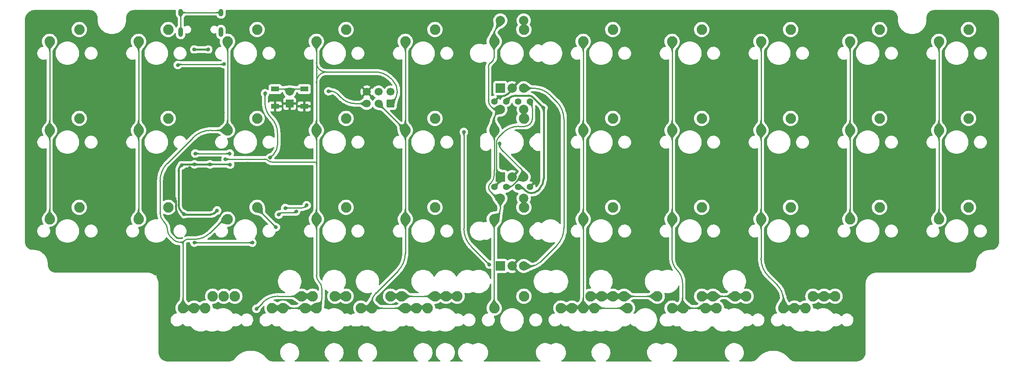
<source format=gtl>
%TF.GenerationSoftware,KiCad,Pcbnew,(6.0.5)*%
%TF.CreationDate,2022-06-12T21:41:47-04:00*%
%TF.ProjectId,vault35_ortho-rounded,7661756c-7433-4355-9f6f-7274686f2d72,rev?*%
%TF.SameCoordinates,Original*%
%TF.FileFunction,Copper,L1,Top*%
%TF.FilePolarity,Positive*%
%FSLAX46Y46*%
G04 Gerber Fmt 4.6, Leading zero omitted, Abs format (unit mm)*
G04 Created by KiCad (PCBNEW (6.0.5)) date 2022-06-12 21:41:47*
%MOMM*%
%LPD*%
G01*
G04 APERTURE LIST*
G04 Aperture macros list*
%AMRoundRect*
0 Rectangle with rounded corners*
0 $1 Rounding radius*
0 $2 $3 $4 $5 $6 $7 $8 $9 X,Y pos of 4 corners*
0 Add a 4 corners polygon primitive as box body*
4,1,4,$2,$3,$4,$5,$6,$7,$8,$9,$2,$3,0*
0 Add four circle primitives for the rounded corners*
1,1,$1+$1,$2,$3*
1,1,$1+$1,$4,$5*
1,1,$1+$1,$6,$7*
1,1,$1+$1,$8,$9*
0 Add four rect primitives between the rounded corners*
20,1,$1+$1,$2,$3,$4,$5,0*
20,1,$1+$1,$4,$5,$6,$7,0*
20,1,$1+$1,$6,$7,$8,$9,0*
20,1,$1+$1,$8,$9,$2,$3,0*%
G04 Aperture macros list end*
%TA.AperFunction,ComponentPad*%
%ADD10C,2.250000*%
%TD*%
%TA.AperFunction,ComponentPad*%
%ADD11R,1.700000X1.700000*%
%TD*%
%TA.AperFunction,ComponentPad*%
%ADD12O,1.700000X1.700000*%
%TD*%
%TA.AperFunction,ComponentPad*%
%ADD13R,2.000000X2.000000*%
%TD*%
%TA.AperFunction,ComponentPad*%
%ADD14C,2.000000*%
%TD*%
%TA.AperFunction,SMDPad,CuDef*%
%ADD15R,1.800000X1.100000*%
%TD*%
%TA.AperFunction,ComponentPad*%
%ADD16C,1.397000*%
%TD*%
%TA.AperFunction,ComponentPad*%
%ADD17O,1.000000X1.600000*%
%TD*%
%TA.AperFunction,ComponentPad*%
%ADD18O,1.000000X2.100000*%
%TD*%
%TA.AperFunction,ComponentPad*%
%ADD19RoundRect,0.250000X0.600000X-0.600000X0.600000X0.600000X-0.600000X0.600000X-0.600000X-0.600000X0*%
%TD*%
%TA.AperFunction,ComponentPad*%
%ADD20C,1.700000*%
%TD*%
%TA.AperFunction,ViaPad*%
%ADD21C,0.800000*%
%TD*%
%TA.AperFunction,Conductor*%
%ADD22C,0.381000*%
%TD*%
%TA.AperFunction,Conductor*%
%ADD23C,0.304800*%
%TD*%
%TA.AperFunction,Conductor*%
%ADD24C,0.250000*%
%TD*%
%TA.AperFunction,Conductor*%
%ADD25C,0.254000*%
%TD*%
G04 APERTURE END LIST*
D10*
%TO.P,K_SPACE4,1*%
%TO.N,col3*%
X115252500Y-63341250D03*
%TO.P,K_SPACE4,2*%
%TO.N,Net-(D_SPACE4-Pad2)*%
X121602500Y-60801250D03*
%TD*%
%TO.P,K_SPACE17,1*%
%TO.N,col5*%
X153352500Y-82391250D03*
%TO.P,K_SPACE17,2*%
%TO.N,Net-(D_SPACE17-Pad2)*%
X159702500Y-79851250D03*
%TD*%
%TO.P,K_SPACE30,1*%
%TO.N,col7*%
X191452500Y-101441250D03*
%TO.P,K_SPACE30,2*%
%TO.N,Net-(D_SPACE30-Pad2)*%
X197802500Y-98901250D03*
%TD*%
D11*
%TO.P,SW5,1,1*%
%TO.N,GND*%
X109537501Y-76676250D03*
D12*
%TO.P,SW5,2,2*%
%TO.N,RST*%
X109537501Y-74136250D03*
%TD*%
D10*
%TO.P,K_SPACE54,1*%
%TO.N,col3*%
X112871250Y-120491250D03*
%TO.P,K_SPACE54,2*%
%TO.N,Net-(D_SPACE35-Pad2)*%
X119221250Y-117951250D03*
%TD*%
%TO.P,K_SPACE41,1*%
%TO.N,col2*%
X86677500Y-120491250D03*
%TO.P,K_SPACE41,2*%
%TO.N,Net-(D_SPACE34-Pad2)*%
X93027500Y-117951250D03*
%TD*%
%TO.P,K_SPACE51,1*%
%TO.N,col6*%
X170021250Y-120491250D03*
%TO.P,K_SPACE51,2*%
%TO.N,Net-(D_SPACE38-Pad2)*%
X176371250Y-117951250D03*
%TD*%
%TO.P,K_SPACE43,1*%
%TO.N,col4*%
X134302500Y-120491250D03*
%TO.P,K_SPACE43,2*%
%TO.N,Net-(D_SPACE36-Pad2)*%
X140652500Y-117951250D03*
%TD*%
%TO.P,K_SPACE45,1*%
%TO.N,col7*%
X200977500Y-120491250D03*
%TO.P,K_SPACE45,2*%
%TO.N,Net-(D_SPACE39-Pad2)*%
X207327500Y-117951250D03*
%TD*%
%TO.P,K_SPACE9,1*%
%TO.N,col8*%
X210502500Y-63341250D03*
%TO.P,K_SPACE9,2*%
%TO.N,Net-(D_SPACE9-Pad2)*%
X216852500Y-60801250D03*
%TD*%
%TO.P,K_SPACE21,1*%
%TO.N,col9*%
X229552500Y-82391250D03*
%TO.P,K_SPACE21,2*%
%TO.N,Net-(D_SPACE21-Pad2)*%
X235902500Y-79851250D03*
%TD*%
%TO.P,K_SPACE33,1*%
%TO.N,col10*%
X248602500Y-101441250D03*
%TO.P,K_SPACE33,2*%
%TO.N,Net-(D_SPACE33-Pad2)*%
X254952500Y-98901250D03*
%TD*%
%TO.P,K_SPACE29,1*%
%TO.N,col6*%
X172402500Y-101441250D03*
%TO.P,K_SPACE29,2*%
%TO.N,Net-(D_SPACE29-Pad2)*%
X178752500Y-98901250D03*
%TD*%
%TO.P,K_SPACE37,1*%
%TO.N,col5*%
X153352500Y-120491250D03*
%TO.P,K_SPACE37,2*%
%TO.N,Net-(D_SPACE37-Pad2)*%
X159702500Y-117951250D03*
%TD*%
%TO.P,K_SPACE15,1*%
%TO.N,col3*%
X115252500Y-82391250D03*
%TO.P,K_SPACE15,2*%
%TO.N,Net-(D_SPACE15-Pad2)*%
X121602500Y-79851250D03*
%TD*%
%TO.P,K_SPACE28,1*%
%TO.N,col5*%
X153352500Y-101441250D03*
%TO.P,K_SPACE28,2*%
%TO.N,Net-(D_SPACE28-Pad2)*%
X159702500Y-98901250D03*
%TD*%
%TO.P,K_SPACE50,1*%
%TO.N,col4*%
X136683750Y-120491250D03*
%TO.P,K_SPACE50,2*%
%TO.N,Net-(D_SPACE36-Pad2)*%
X143033750Y-117951250D03*
%TD*%
%TO.P,K_SPACE55,1*%
%TO.N,col7*%
X193833750Y-120491250D03*
%TO.P,K_SPACE55,2*%
%TO.N,Net-(D_SPACE39-Pad2)*%
X200183750Y-117951250D03*
%TD*%
%TO.P,K_SPACE39,1*%
%TO.N,col7*%
X191452500Y-120491250D03*
%TO.P,K_SPACE39,2*%
%TO.N,Net-(D_SPACE39-Pad2)*%
X197802500Y-117951250D03*
%TD*%
%TO.P,K_SPACE10,1*%
%TO.N,col9*%
X229552500Y-63341250D03*
%TO.P,K_SPACE10,2*%
%TO.N,Net-(D_SPACE10-Pad2)*%
X235902500Y-60801250D03*
%TD*%
%TO.P,K_SPACE60,1*%
%TO.N,col4*%
X139065000Y-120491250D03*
%TO.P,K_SPACE60,2*%
%TO.N,Net-(D_SPACE36-Pad2)*%
X145415000Y-117951250D03*
%TD*%
%TO.P,K_SPACE2,1*%
%TO.N,col1*%
X77152500Y-63341250D03*
%TO.P,K_SPACE2,2*%
%TO.N,Net-(D_SPACE2-Pad2)*%
X83502500Y-60801250D03*
%TD*%
%TO.P,K_SPACE53,1*%
%TO.N,col2*%
X89058750Y-120491250D03*
%TO.P,K_SPACE53,2*%
%TO.N,Net-(D_SPACE34-Pad2)*%
X95408750Y-117951250D03*
%TD*%
%TO.P,K_SPACE14,1*%
%TO.N,col2*%
X96202500Y-82391250D03*
%TO.P,K_SPACE14,2*%
%TO.N,Net-(D_SPACE14-Pad2)*%
X102552500Y-79851250D03*
%TD*%
%TO.P,K_SPACE32,1*%
%TO.N,col9*%
X229552500Y-101441250D03*
%TO.P,K_SPACE32,2*%
%TO.N,Net-(D_SPACE32-Pad2)*%
X235902500Y-98901250D03*
%TD*%
%TO.P,K_SPACE47,1*%
%TO.N,col4*%
X127158750Y-120491250D03*
%TO.P,K_SPACE47,2*%
%TO.N,Net-(D_SPACE36-Pad2)*%
X133508750Y-117951250D03*
%TD*%
%TO.P,K_SPACE59,1*%
%TO.N,col5*%
X153352500Y-120491250D03*
%TO.P,K_SPACE59,2*%
%TO.N,Net-(D_SPACE37-Pad2)*%
X159702500Y-117951250D03*
%TD*%
D13*
%TO.P,SW2,A,A*%
%TO.N,encA*%
X154662500Y-73374486D03*
D14*
%TO.P,SW2,B,B*%
%TO.N,encB*%
X159662500Y-73374486D03*
%TO.P,SW2,C,C*%
%TO.N,GND*%
X157162500Y-73374486D03*
%TO.P,SW2,S1,S1*%
%TO.N,Net-(D_SPACE6-Pad2)*%
X159662500Y-58874486D03*
%TO.P,SW2,S2,S2*%
%TO.N,col5*%
X154662500Y-58874486D03*
%TD*%
D13*
%TO.P,SW3,A,A*%
%TO.N,SDA*%
X154662500Y-92428031D03*
D14*
%TO.P,SW3,B,B*%
%TO.N,SCL*%
X159662500Y-92428031D03*
%TO.P,SW3,C,C*%
%TO.N,GND*%
X157162500Y-92428031D03*
%TO.P,SW3,S1,S1*%
%TO.N,Net-(D_SPACE17-Pad2)*%
X159662500Y-77928031D03*
%TO.P,SW3,S2,S2*%
%TO.N,col5*%
X154662500Y-77928031D03*
%TD*%
D15*
%TO.P,SW6,1,1*%
%TO.N,GND*%
X106437501Y-77256249D03*
X112637501Y-77256249D03*
%TO.P,SW6,2,2*%
%TO.N,RST*%
X106437501Y-73556249D03*
X112637501Y-73556249D03*
%TD*%
D10*
%TO.P,K_SPACE26,1*%
%TO.N,col3*%
X115252500Y-101441250D03*
%TO.P,K_SPACE26,2*%
%TO.N,Net-(D_SPACE26-Pad2)*%
X121602500Y-98901250D03*
%TD*%
%TO.P,K_SPACE36,1*%
%TO.N,col4*%
X134302500Y-120491250D03*
%TO.P,K_SPACE36,2*%
%TO.N,Net-(D_SPACE36-Pad2)*%
X140652500Y-117951250D03*
%TD*%
%TO.P,K_SPACE58,1*%
%TO.N,col6*%
X181927500Y-120491250D03*
%TO.P,K_SPACE58,2*%
%TO.N,Net-(D_SPACE38-Pad2)*%
X188277500Y-117951250D03*
%TD*%
D13*
%TO.P,SW4,A,A*%
%TO.N,encA*%
X154662500Y-111477198D03*
D14*
%TO.P,SW4,B,B*%
%TO.N,encB*%
X159662500Y-111477198D03*
%TO.P,SW4,C,C*%
%TO.N,GND*%
X157162500Y-111477198D03*
%TO.P,SW4,S1,S1*%
%TO.N,Net-(D_SPACE28-Pad2)*%
X159662500Y-96977198D03*
%TO.P,SW4,S2,S2*%
%TO.N,col5*%
X154662500Y-96977198D03*
%TD*%
D10*
%TO.P,K_SPACE34,1*%
%TO.N,col2*%
X91440000Y-120491250D03*
%TO.P,K_SPACE34,2*%
%TO.N,Net-(D_SPACE34-Pad2)*%
X97790000Y-117951250D03*
%TD*%
%TO.P,K_SPACE25,1*%
%TO.N,col2*%
X96202500Y-101441250D03*
%TO.P,K_SPACE25,2*%
%TO.N,Net-(D_SPACE25-Pad2)*%
X102552500Y-98901250D03*
%TD*%
%TO.P,K_SPACE38,1*%
%TO.N,col6*%
X172402500Y-120491250D03*
%TO.P,K_SPACE38,2*%
%TO.N,Net-(D_SPACE38-Pad2)*%
X178752500Y-117951250D03*
%TD*%
%TO.P,K_SPACE52,1*%
%TO.N,col7*%
X198596250Y-120491250D03*
%TO.P,K_SPACE52,2*%
%TO.N,Net-(D_SPACE39-Pad2)*%
X204946250Y-117951250D03*
%TD*%
%TO.P,K_SPACE8,1*%
%TO.N,col7*%
X191452500Y-63341250D03*
%TO.P,K_SPACE8,2*%
%TO.N,Net-(D_SPACE8-Pad2)*%
X197802500Y-60801250D03*
%TD*%
%TO.P,K_SPACE57,1*%
%TO.N,col4*%
X124777500Y-120491250D03*
%TO.P,K_SPACE57,2*%
%TO.N,Net-(D_SPACE36-Pad2)*%
X131127500Y-117951250D03*
%TD*%
%TO.P,K_SPACE44,1*%
%TO.N,col6*%
X172402500Y-120491250D03*
%TO.P,K_SPACE44,2*%
%TO.N,Net-(D_SPACE38-Pad2)*%
X178752500Y-117951250D03*
%TD*%
%TO.P,K_SPACE35,1*%
%TO.N,col3*%
X115252500Y-120491250D03*
%TO.P,K_SPACE35,2*%
%TO.N,Net-(D_SPACE35-Pad2)*%
X121602500Y-117951250D03*
%TD*%
%TO.P,K_SPACE20,1*%
%TO.N,col8*%
X210502500Y-82391250D03*
%TO.P,K_SPACE20,2*%
%TO.N,Net-(D_SPACE20-Pad2)*%
X216852500Y-79851250D03*
%TD*%
%TO.P,K_SPACE46,1*%
%TO.N,col8*%
X220027500Y-120491250D03*
%TO.P,K_SPACE46,2*%
%TO.N,Net-(D_SPACE40-Pad2)*%
X226377500Y-117951250D03*
%TD*%
D16*
%TO.P,OL1,1,SDA*%
%TO.N,SDA*%
X153352500Y-94554586D03*
%TO.P,OL1,2,SCL*%
%TO.N,SCL*%
X155892500Y-94554586D03*
%TO.P,OL1,3,VCC*%
%TO.N,+5V*%
X158432500Y-94554586D03*
%TO.P,OL1,4,GND*%
%TO.N,GND*%
X160972500Y-94554586D03*
%TD*%
D10*
%TO.P,K_SPACE11,1*%
%TO.N,col10*%
X248602500Y-63341250D03*
%TO.P,K_SPACE11,2*%
%TO.N,Net-(D_SPACE11-Pad2)*%
X254952500Y-60801250D03*
%TD*%
%TO.P,K_SPACE56,1*%
%TO.N,col8*%
X217646250Y-120491250D03*
%TO.P,K_SPACE56,2*%
%TO.N,Net-(D_SPACE40-Pad2)*%
X223996250Y-117951250D03*
%TD*%
%TO.P,K_SPACE19,1*%
%TO.N,col7*%
X191452500Y-82391250D03*
%TO.P,K_SPACE19,2*%
%TO.N,Net-(D_SPACE19-Pad2)*%
X197802500Y-79851250D03*
%TD*%
%TO.P,K_SPACE23,1*%
%TO.N,col0*%
X58102500Y-101441250D03*
%TO.P,K_SPACE23,2*%
%TO.N,Net-(D_SPACE23-Pad2)*%
X64452500Y-98901250D03*
%TD*%
%TO.P,K_SPACE16,1*%
%TO.N,col4*%
X134302500Y-82391250D03*
%TO.P,K_SPACE16,2*%
%TO.N,Net-(D_SPACE16-Pad2)*%
X140652500Y-79851250D03*
%TD*%
%TO.P,K_SPACE12,1*%
%TO.N,col0*%
X58102500Y-82391250D03*
%TO.P,K_SPACE12,2*%
%TO.N,Net-(D_SPACE12-Pad2)*%
X64452500Y-79851250D03*
%TD*%
%TO.P,K_SPACE22,1*%
%TO.N,col10*%
X248602500Y-82391250D03*
%TO.P,K_SPACE22,2*%
%TO.N,Net-(D_SPACE22-Pad2)*%
X254952500Y-79851250D03*
%TD*%
%TO.P,K_SPACE61,1*%
%TO.N,col6*%
X167640000Y-120491250D03*
%TO.P,K_SPACE61,2*%
%TO.N,Net-(D_SPACE38-Pad2)*%
X173990000Y-117951250D03*
%TD*%
%TO.P,K_SPACE49,1*%
%TO.N,col3*%
X108108750Y-120491250D03*
%TO.P,K_SPACE49,2*%
%TO.N,Net-(D_SPACE35-Pad2)*%
X114458750Y-117951250D03*
%TD*%
%TO.P,K_SPACE3,1*%
%TO.N,col2*%
X96202500Y-63341250D03*
%TO.P,K_SPACE3,2*%
%TO.N,Net-(D_SPACE3-Pad2)*%
X102552500Y-60801250D03*
%TD*%
%TO.P,K_SPACE7,1*%
%TO.N,col6*%
X172402500Y-63341250D03*
%TO.P,K_SPACE7,2*%
%TO.N,Net-(D_SPACE7-Pad2)*%
X178752500Y-60801250D03*
%TD*%
%TO.P,K_SPACE48,1*%
%TO.N,col6*%
X174783750Y-120491250D03*
%TO.P,K_SPACE48,2*%
%TO.N,Net-(D_SPACE38-Pad2)*%
X181133750Y-117951250D03*
%TD*%
D16*
%TO.P,OL2,1,SDA*%
%TO.N,SDA*%
X160972500Y-76200000D03*
%TO.P,OL2,2,SCL*%
%TO.N,SCL*%
X158432500Y-76200000D03*
%TO.P,OL2,3,VCC*%
%TO.N,+5V*%
X155892500Y-76200000D03*
%TO.P,OL2,4,GND*%
%TO.N,GND*%
X153352500Y-76200000D03*
%TD*%
D10*
%TO.P,K_SPACE6,1*%
%TO.N,col5*%
X153352500Y-63341250D03*
%TO.P,K_SPACE6,2*%
%TO.N,Net-(D_SPACE6-Pad2)*%
X159702500Y-60801250D03*
%TD*%
%TO.P,K_SPACE5,1*%
%TO.N,col4*%
X134302500Y-63341250D03*
%TO.P,K_SPACE5,2*%
%TO.N,Net-(D_SPACE5-Pad2)*%
X140652500Y-60801250D03*
%TD*%
%TO.P,K_SPACE40,1*%
%TO.N,col8*%
X215265000Y-120491250D03*
%TO.P,K_SPACE40,2*%
%TO.N,Net-(D_SPACE40-Pad2)*%
X221615000Y-117951250D03*
%TD*%
%TO.P,K_SPACE27,1*%
%TO.N,col4*%
X134302500Y-101441250D03*
%TO.P,K_SPACE27,2*%
%TO.N,Net-(D_SPACE27-Pad2)*%
X140652500Y-98901250D03*
%TD*%
%TO.P,K_SPACE24,1*%
%TO.N,col1*%
X77152500Y-101441250D03*
%TO.P,K_SPACE24,2*%
%TO.N,Net-(D_SPACE24-Pad2)*%
X83502500Y-98901250D03*
%TD*%
%TO.P,K_SPACE18,1*%
%TO.N,col6*%
X172402500Y-82391250D03*
%TO.P,K_SPACE18,2*%
%TO.N,Net-(D_SPACE18-Pad2)*%
X178752500Y-79851250D03*
%TD*%
%TO.P,K_SPACE31,1*%
%TO.N,col8*%
X210502500Y-101441250D03*
%TO.P,K_SPACE31,2*%
%TO.N,Net-(D_SPACE31-Pad2)*%
X216852500Y-98901250D03*
%TD*%
%TO.P,K_SPACE1,1*%
%TO.N,col0*%
X58102500Y-63341250D03*
%TO.P,K_SPACE1,2*%
%TO.N,Net-(D_SPACE1-Pad2)*%
X64452500Y-60801250D03*
%TD*%
%TO.P,K_SPACE42,1*%
%TO.N,col3*%
X105727500Y-120491250D03*
%TO.P,K_SPACE42,2*%
%TO.N,Net-(D_SPACE35-Pad2)*%
X112077500Y-117951250D03*
%TD*%
%TO.P,K_SPACE13,1*%
%TO.N,col1*%
X77152500Y-82391250D03*
%TO.P,K_SPACE13,2*%
%TO.N,Net-(D_SPACE13-Pad2)*%
X83502500Y-79851250D03*
%TD*%
D17*
%TO.P,USB1,13,SHIELD*%
%TO.N,Net-(C9-Pad2)*%
X94807500Y-57148938D03*
D18*
X94807500Y-61328938D03*
D17*
X86167500Y-57148938D03*
D18*
X86167500Y-61328938D03*
%TD*%
D19*
%TO.P,J1,1,MISO*%
%TO.N,col3*%
X131132500Y-76684856D03*
D20*
%TO.P,J1,2,VCC*%
%TO.N,+5V*%
X131132500Y-74144856D03*
%TO.P,J1,3,SCK*%
%TO.N,col4*%
X128592500Y-76684856D03*
%TO.P,J1,4,MOSI*%
%TO.N,row1*%
X128592500Y-74144856D03*
%TO.P,J1,5,~{RST}*%
%TO.N,RST*%
X126052500Y-76684856D03*
%TO.P,J1,6,GND*%
%TO.N,GND*%
X126052500Y-74144856D03*
%TD*%
D21*
%TO.N,GND*%
X84663817Y-92959753D03*
X87312500Y-69850000D03*
X110182465Y-119252699D03*
X195262500Y-113506250D03*
X226218750Y-120650000D03*
X98176060Y-61975001D03*
X87905498Y-66066830D03*
X121443750Y-120650000D03*
X104054951Y-93259658D03*
X145256250Y-120650000D03*
X128587500Y-103981250D03*
X128587500Y-84931250D03*
X109537500Y-79375000D03*
X166687500Y-111125000D03*
X95250000Y-98094211D03*
X88106250Y-90487500D03*
X84873396Y-97072530D03*
X150018750Y-119062500D03*
X155575000Y-80168750D03*
X184943750Y-119856250D03*
X92205264Y-84580399D03*
X95250000Y-78581250D03*
X99190605Y-101135343D03*
X104535464Y-90431497D03*
X97631250Y-69850000D03*
X97266494Y-77133118D03*
X100517956Y-89567124D03*
X93136528Y-66025339D03*
X88923362Y-102680009D03*
X106608534Y-96485959D03*
X79037920Y-61878898D03*
X100330000Y-81280000D03*
%TO.N,+5V*%
X93982502Y-99569417D03*
X92466071Y-89693750D03*
X86861336Y-100355085D03*
X96758365Y-89742883D03*
X89148395Y-89693750D03*
X86396099Y-89901352D03*
X163895552Y-77581925D03*
%TO.N,row0*%
X85575364Y-68404259D03*
X95473989Y-68232272D03*
%TO.N,row1*%
X89309339Y-87367415D03*
X96694752Y-87375000D03*
%TO.N,row2*%
X89108846Y-106463648D03*
X101544871Y-106464881D03*
%TO.N,Net-(D_SPACE25-Pad2)*%
X106567363Y-103164183D03*
%TO.N,Net-(D_SPACE35-Pad2)*%
X102393750Y-120650000D03*
%TO.N,VCC*%
X92075000Y-65087500D03*
X89075933Y-65087500D03*
%TO.N,col3*%
X95773082Y-88625786D03*
%TO.N,RST*%
X104256769Y-74466309D03*
X117824889Y-74038935D03*
X105328793Y-88258149D03*
%TO.N,encA*%
X152327842Y-111175861D03*
X146843750Y-82749790D03*
%TO.N,SDA*%
X110933096Y-99772467D03*
X107183269Y-100467574D03*
%TO.N,SCL*%
X113164907Y-98455920D03*
X154532520Y-85230758D03*
X108585342Y-99060342D03*
%TD*%
D22*
%TO.N,GND*%
X88338377Y-102680009D02*
X88923362Y-102680009D01*
X93065698Y-66066830D02*
X87905498Y-66066830D01*
X95250000Y-98094211D02*
X95250000Y-99053355D01*
X85139231Y-97526338D02*
X85139231Y-98702106D01*
X93136528Y-66025339D02*
X93115782Y-66046084D01*
X84873396Y-97072530D02*
X85006313Y-97205447D01*
X90752926Y-102680009D02*
X88923362Y-102680009D01*
X87339745Y-102266362D02*
X86103541Y-101030158D01*
X93876188Y-101386311D02*
X94571782Y-100690717D01*
X156181536Y-74635471D02*
X157162500Y-73654508D01*
X154022885Y-75529614D02*
X153352500Y-76200000D01*
X88338377Y-102680016D02*
G75*
G02*
X87339745Y-102266362I23J1412316D01*
G01*
X154022888Y-75529617D02*
G75*
G02*
X155102211Y-75082543I1079312J-1079283D01*
G01*
X90752926Y-102680012D02*
G75*
G03*
X93876188Y-101386311I-26J4417012D01*
G01*
X93065698Y-66066828D02*
G75*
G03*
X93115782Y-66046084I2J70828D01*
G01*
X94571809Y-100690744D02*
G75*
G03*
X95250000Y-99053355I-1637409J1637344D01*
G01*
X85139197Y-97526338D02*
G75*
G03*
X85006313Y-97205447I-453797J38D01*
G01*
X86103543Y-101030156D02*
G75*
G02*
X85139231Y-98702106I2328057J2328056D01*
G01*
X155102211Y-75082536D02*
G75*
G03*
X156181536Y-74635471I-11J1526436D01*
G01*
D23*
%TO.N,+5V*%
X92466071Y-89693750D02*
X96674489Y-89693750D01*
D22*
X162632740Y-95336009D02*
X163027155Y-94941595D01*
X87025189Y-100451068D02*
X92477429Y-100451068D01*
X163952520Y-77679175D02*
X163952520Y-92707566D01*
X163894682Y-77581925D02*
X163895552Y-77581925D01*
X161638853Y-75326965D02*
X163893198Y-77581310D01*
X87080016Y-89693750D02*
X89148395Y-89693750D01*
X85725000Y-91048766D02*
X85725000Y-98415238D01*
X92466071Y-89693750D02*
X89148395Y-89693750D01*
X159590007Y-94856931D02*
X160069085Y-95336009D01*
X86293168Y-99786917D02*
X86861336Y-100355085D01*
X156517460Y-75575039D02*
X155892500Y-76200000D01*
D23*
X96758365Y-89742883D02*
X96733798Y-89718316D01*
D22*
X158026248Y-74950079D02*
X160728969Y-74950079D01*
X86909327Y-100403076D02*
X86861336Y-100355085D01*
X163924036Y-77610409D02*
X163895552Y-77581925D01*
X93541676Y-100010242D02*
X93982502Y-99569417D01*
X86121860Y-90090610D02*
G75*
G02*
X87080016Y-89693750I958140J-958190D01*
G01*
X85724972Y-91048766D02*
G75*
G02*
X86121876Y-90090626I1355028J-34D01*
G01*
D23*
X96674489Y-89693750D02*
G75*
G02*
X96733798Y-89718316I11J-83850D01*
G01*
D22*
X161350913Y-95866973D02*
G75*
G03*
X162632740Y-95336009I-13J1812773D01*
G01*
X87025189Y-100451071D02*
G75*
G02*
X86909327Y-100403076I11J163871D01*
G01*
X92477429Y-100451089D02*
G75*
G03*
X93541676Y-100010242I-29J1505089D01*
G01*
X160728969Y-74950087D02*
G75*
G02*
X161638852Y-75326966I31J-1286713D01*
G01*
X163027177Y-94941617D02*
G75*
G03*
X163952520Y-92707566I-2234077J2234017D01*
G01*
X163952546Y-77679175D02*
G75*
G03*
X163924036Y-77610409I-97246J-25D01*
G01*
X156517442Y-75575021D02*
G75*
G02*
X158026248Y-74950079I1508758J-1508779D01*
G01*
X158860081Y-94554583D02*
G75*
G02*
X159590007Y-94856931I19J-1032217D01*
G01*
X161350913Y-95866955D02*
G75*
G02*
X160069086Y-95336008I-13J1812755D01*
G01*
X163894682Y-77581929D02*
G75*
G02*
X163893199Y-77581309I18J2129D01*
G01*
X86293197Y-99786888D02*
G75*
G02*
X85725000Y-98415238I1371603J1371688D01*
G01*
D24*
%TO.N,row0*%
X95458875Y-68247386D02*
X95473989Y-68232272D01*
X95422386Y-68262500D02*
X85817361Y-68262500D01*
X85646243Y-68333379D02*
X85575364Y-68404259D01*
X95422386Y-68262491D02*
G75*
G03*
X95458875Y-68247386I14J51591D01*
G01*
X85646262Y-68333398D02*
G75*
G02*
X85817361Y-68262500I171138J-171102D01*
G01*
D25*
%TO.N,row1*%
X96694752Y-87375000D02*
X89316924Y-87375000D01*
%TO.N,row2*%
X101538148Y-106468819D02*
X89117673Y-106468819D01*
X89108846Y-106463648D02*
X89111431Y-106466233D01*
X101544871Y-106464881D02*
X101542902Y-106466850D01*
X101538148Y-106468854D02*
G75*
G03*
X101542902Y-106466850I-48J6754D01*
G01*
X89117673Y-106468840D02*
G75*
G02*
X89111431Y-106466233I27J8840D01*
G01*
%TO.N,Net-(D_SPACE25-Pad2)*%
X103275205Y-99872025D02*
X106567363Y-103164183D01*
X103275207Y-99872023D02*
G75*
G02*
X103187500Y-99660285I211693J211723D01*
G01*
%TO.N,Net-(D_SPACE35-Pad2)*%
X112077500Y-117951250D02*
X114458750Y-117951250D01*
X107000804Y-117951250D02*
X112077500Y-117951250D01*
X119221250Y-117951250D02*
X121602500Y-117951250D01*
X103743125Y-119300625D02*
X102393750Y-120650000D01*
X103743124Y-119300624D02*
G75*
G02*
X107000804Y-117951250I3257676J-3257676D01*
G01*
%TO.N,Net-(D_SPACE36-Pad2)*%
X133508750Y-117951250D02*
X131127500Y-117951250D01*
X140652500Y-117951250D02*
X133508750Y-117951250D01*
X140652500Y-117951250D02*
X143033750Y-117951250D01*
X143033750Y-117951250D02*
X145415000Y-117951250D01*
%TO.N,Net-(D_SPACE38-Pad2)*%
X178752500Y-117951250D02*
X176371250Y-117951250D01*
X176371250Y-117951250D02*
X173990000Y-117951250D01*
X181133750Y-117951250D02*
X188277500Y-117951250D01*
X178752500Y-117951250D02*
X181133750Y-117951250D01*
%TO.N,Net-(D_SPACE39-Pad2)*%
X200183750Y-117951250D02*
X204946250Y-117951250D01*
X200183750Y-117951250D02*
X197802500Y-117951250D01*
X204946250Y-117951250D02*
X207327500Y-117951250D01*
%TO.N,Net-(D_SPACE40-Pad2)*%
X223996250Y-117951250D02*
X221615000Y-117951250D01*
X223996250Y-117951250D02*
X226377500Y-117951250D01*
D22*
%TO.N,VCC*%
X89075933Y-65087500D02*
X92075000Y-65087500D01*
D25*
%TO.N,col0*%
X58102500Y-82391250D02*
X58102500Y-101441250D01*
X58102500Y-82391250D02*
X58102500Y-63341250D01*
%TO.N,col1*%
X77152500Y-82391250D02*
X77152500Y-63341250D01*
X77152500Y-82391250D02*
X77152500Y-101441250D01*
%TO.N,col3*%
X131176157Y-71273578D02*
X131641909Y-71739330D01*
X105691796Y-89202036D02*
X114959949Y-89202036D01*
X115260732Y-89797781D02*
X115260732Y-89502819D01*
X115252500Y-67889077D02*
X115252500Y-63341250D01*
X115252500Y-82391250D02*
X115252500Y-72232220D01*
X115252500Y-82391250D02*
X115252500Y-89806013D01*
X112871250Y-120491250D02*
X108108750Y-120491250D01*
X95773082Y-88625786D02*
X95831337Y-88567531D01*
X112871250Y-120491250D02*
X115252500Y-120491250D01*
X108108750Y-120491250D02*
X105727500Y-120491250D01*
X115252500Y-72232220D02*
X115252500Y-67889077D01*
X131846579Y-75970776D02*
X131132500Y-76684856D01*
D24*
X116405172Y-118523515D02*
X116405172Y-116267734D01*
D25*
X115252500Y-89817654D02*
X115252500Y-89806013D01*
X115252500Y-89817654D02*
X115252500Y-101441250D01*
X132560659Y-74246836D02*
X132560659Y-73957388D01*
X104167146Y-88570505D02*
X95828363Y-88570505D01*
X117252498Y-69889076D02*
X127833673Y-69889076D01*
X115252500Y-113484937D02*
X115252500Y-101441250D01*
X117252498Y-69889100D02*
G75*
G02*
X115252500Y-67889077I2J2000000D01*
G01*
X131846570Y-75970767D02*
G75*
G03*
X132560659Y-74246836I-1723970J1723967D01*
G01*
X114959949Y-89201968D02*
G75*
G02*
X115260732Y-89502819I-49J-300832D01*
G01*
D24*
X115828836Y-119914914D02*
G75*
G03*
X116405172Y-118523515I-1391436J1391414D01*
G01*
D25*
X104167146Y-88570474D02*
G75*
G02*
X104929471Y-88886270I-46J-1078126D01*
G01*
X115828862Y-114876310D02*
G75*
G02*
X115252500Y-113484937I1391338J1391410D01*
G01*
X115256621Y-89807723D02*
G75*
G03*
X115260732Y-89797781I-9921J9923D01*
G01*
X132560652Y-73957388D02*
G75*
G03*
X131641909Y-71739330I-3136852J-12D01*
G01*
X115252520Y-72232219D02*
G75*
G02*
X117252498Y-69889076I2186280J159019D01*
G01*
D24*
X116405136Y-116267734D02*
G75*
G03*
X115828835Y-114876337I-1967736J34D01*
G01*
D25*
X127833673Y-69889107D02*
G75*
G02*
X131176156Y-71273579I27J-4726993D01*
G01*
X105691796Y-89202025D02*
G75*
G02*
X104929471Y-88886270I4J1078125D01*
G01*
X115256596Y-89807698D02*
G75*
G02*
X115252500Y-89806013I-1696J1698D01*
G01*
X115252524Y-89817654D02*
G75*
G02*
X115256616Y-89807718I13976J54D01*
G01*
%TO.N,col4*%
X127158750Y-120491250D02*
X127158750Y-119300625D01*
X127158750Y-120491250D02*
X134302500Y-120491250D01*
X134302500Y-101441250D02*
X134302500Y-108712286D01*
X134302500Y-101441250D02*
X134302500Y-82391250D01*
X136683750Y-120491250D02*
X134302500Y-120491250D01*
X128000648Y-117268100D02*
X132708707Y-112560042D01*
X136683750Y-120491250D02*
X139065000Y-120491250D01*
X134302500Y-82391250D02*
X134302500Y-63341250D01*
X127158750Y-120491250D02*
X124777500Y-120491250D01*
X134302500Y-82391250D02*
X128596106Y-76684856D01*
X132708725Y-112560060D02*
G75*
G03*
X134302500Y-108712286I-3847825J3847760D01*
G01*
X127158775Y-119300625D02*
G75*
G02*
X128000649Y-117268101I2874425J25D01*
G01*
%TO.N,col5*%
X153352500Y-82391250D02*
X153352500Y-91089844D01*
D24*
X154007500Y-60305000D02*
X154662500Y-59650000D01*
D25*
X152506200Y-67936572D02*
X152705645Y-67737127D01*
X153335989Y-101457761D02*
X153335989Y-120474739D01*
X152511470Y-95503085D02*
X153985583Y-96977198D01*
X152744433Y-93538689D02*
X152511470Y-93771653D01*
X154007500Y-78586919D02*
X154662500Y-77931919D01*
X154662500Y-99204940D02*
X154662500Y-96977198D01*
D24*
X153332021Y-66815474D02*
X153332021Y-63361729D01*
X153352500Y-61886309D02*
X153352500Y-63341250D01*
D25*
X153352500Y-80168228D02*
X153352500Y-82391250D01*
X153335989Y-91129706D02*
X153335989Y-92110549D01*
D24*
X153123229Y-67319543D02*
X152705645Y-67737127D01*
D25*
X152097963Y-68922143D02*
X152097963Y-75964305D01*
X152673125Y-77352869D02*
X152748287Y-77428031D01*
D24*
X153123234Y-67319548D02*
G75*
G03*
X153332021Y-66815474I-504034J504048D01*
G01*
D25*
X152152861Y-94637369D02*
G75*
G02*
X152511470Y-93771653I1224339J-31D01*
G01*
X152744408Y-93538664D02*
G75*
G03*
X153335989Y-92110549I-1428108J1428164D01*
G01*
X153344225Y-91109756D02*
G75*
G03*
X153352500Y-91089844I-19925J19956D01*
G01*
X153955393Y-77928028D02*
G75*
G02*
X152748287Y-77428031I7J1707128D01*
G01*
X153352518Y-80168228D02*
G75*
G02*
X154007500Y-78586919I2236282J28D01*
G01*
X154007478Y-100786228D02*
G75*
G03*
X154662500Y-99204940I-1581278J1581328D01*
G01*
X153336000Y-91129706D02*
G75*
G02*
X153344244Y-91109775I28200J6D01*
G01*
X152511452Y-95503103D02*
G75*
G02*
X152152879Y-94637369I865748J865703D01*
G01*
X152673125Y-77352869D02*
G75*
G02*
X152097963Y-75964305I1388575J1388569D01*
G01*
X152098003Y-68922143D02*
G75*
G02*
X152506201Y-67936573I1393797J43D01*
G01*
D24*
X153352505Y-61886309D02*
G75*
G02*
X154007501Y-60305001I2236295J9D01*
G01*
D25*
%TO.N,col7*%
X191452500Y-82391250D02*
X191452500Y-101441250D01*
D24*
X198596250Y-120491250D02*
X200977500Y-120491250D01*
X198596250Y-120491250D02*
X193833750Y-120491250D01*
X193833750Y-120491250D02*
X191452500Y-120491250D01*
D25*
X191452500Y-82391250D02*
X191452500Y-63341250D01*
D24*
X193675000Y-115092275D02*
X193675000Y-120332500D01*
X191432021Y-109677245D02*
X191432021Y-101461729D01*
X193675018Y-115092275D02*
G75*
G03*
X192553510Y-112384760I-3829018J-25D01*
G01*
X192553538Y-112384732D02*
G75*
G02*
X191432021Y-109677245I2707462J2707532D01*
G01*
%TO.N,col8*%
X213974088Y-115549088D02*
X212096292Y-113671292D01*
X210502500Y-82391250D02*
X210502500Y-63341250D01*
X210502500Y-101441250D02*
X210502500Y-109823536D01*
X217646250Y-120491250D02*
X215265000Y-120491250D01*
X215265000Y-118665625D02*
X215265000Y-120491250D01*
X217646250Y-120491250D02*
X220027500Y-120491250D01*
X210502500Y-101441250D02*
X210502500Y-82391250D01*
X212096300Y-113671284D02*
G75*
G02*
X210502500Y-109823536I3847800J3847784D01*
G01*
X215264967Y-118665625D02*
G75*
G03*
X213974088Y-115549088I-4407467J25D01*
G01*
D25*
%TO.N,col9*%
X229552500Y-82391250D02*
X229552500Y-101441250D01*
X229552500Y-82391250D02*
X229552500Y-63341250D01*
%TO.N,col10*%
X248602500Y-82391250D02*
X248602500Y-101441250D01*
X248602500Y-82391250D02*
X248602500Y-63341250D01*
%TO.N,col6*%
X172402500Y-120491250D02*
X174783750Y-120491250D01*
X172402500Y-82391250D02*
X172402500Y-101441250D01*
X174783750Y-120491250D02*
X181927500Y-120491250D01*
X172402500Y-120491250D02*
X172402500Y-101441250D01*
X172402500Y-120491250D02*
X170021250Y-120491250D01*
X172402500Y-82391250D02*
X172402500Y-63341250D01*
X170021250Y-120491250D02*
X167640000Y-120491250D01*
%TO.N,RST*%
X118503447Y-74038935D02*
X117824889Y-74038935D01*
X104256769Y-74466309D02*
X104247616Y-74475462D01*
X110536158Y-73556249D02*
X112637501Y-73556249D01*
X104238463Y-76512146D02*
X104238463Y-74497559D01*
X108538843Y-73556249D02*
X106437501Y-73556249D01*
X123701572Y-76686436D02*
X126042500Y-76686436D01*
X106119911Y-87467030D02*
X105328793Y-88258149D01*
X106911030Y-82964294D02*
X106911030Y-85557101D01*
X119661819Y-74518748D02*
X120505756Y-75362685D01*
X104238431Y-74497559D02*
G75*
G02*
X104247616Y-74475462I31269J-41D01*
G01*
X118503447Y-74038896D02*
G75*
G02*
X119661819Y-74518748I-47J-1638204D01*
G01*
X106911042Y-82964294D02*
G75*
G03*
X105574746Y-79738220I-4562342J-6D01*
G01*
X106119907Y-87467026D02*
G75*
G03*
X106911030Y-85557101I-1909907J1909926D01*
G01*
X123701572Y-76686464D02*
G75*
G02*
X120505756Y-75362685I28J4519564D01*
G01*
X109830023Y-73848771D02*
G75*
G02*
X110536158Y-73556249I706177J-706129D01*
G01*
X108538843Y-73556217D02*
G75*
G02*
X109245001Y-73848749I-43J-998683D01*
G01*
X105574774Y-79738192D02*
G75*
G02*
X104238463Y-76512146I3226026J3226092D01*
G01*
%TO.N,encB*%
X161767031Y-73384063D02*
X159662500Y-73384063D01*
X168275000Y-103314786D02*
X168275000Y-80041463D01*
X161172183Y-111480942D02*
X159981558Y-111480942D01*
X166681207Y-107162542D02*
X163204707Y-110639042D01*
X165359691Y-74872191D02*
X166681207Y-76193707D01*
X161172183Y-111480923D02*
G75*
G03*
X163204706Y-110639041I17J2874423D01*
G01*
X168275010Y-80041463D02*
G75*
G03*
X166681206Y-76193708I-5441610J-37D01*
G01*
X161767031Y-73384026D02*
G75*
G02*
X165359691Y-74872191I-31J-5080774D01*
G01*
X166681225Y-107162560D02*
G75*
G03*
X168275000Y-103314786I-3847825J3847760D01*
G01*
%TO.N,encA*%
X148437542Y-107285561D02*
X152327842Y-111175861D01*
X146843750Y-82749790D02*
X146843750Y-103437805D01*
X148437545Y-107285558D02*
G75*
G02*
X146843750Y-103437805I3847755J3847758D01*
G01*
%TO.N,SDA*%
X158581660Y-81543610D02*
X159865787Y-81543610D01*
X154234260Y-91296143D02*
X154662500Y-91724383D01*
X161517960Y-77636976D02*
X161517960Y-79891437D01*
X154662500Y-93244586D02*
X153352500Y-94554586D01*
X155209600Y-82947190D02*
X154356847Y-83799941D01*
X107877691Y-100060791D02*
X110440896Y-100060791D01*
X110933096Y-99772467D02*
X110788934Y-99916629D01*
X155221255Y-82935534D02*
X155209600Y-82947190D01*
X161245230Y-76978548D02*
X160972500Y-76705818D01*
X107183269Y-100467574D02*
X107386660Y-100264182D01*
X153806020Y-90262280D02*
X153806020Y-85129750D01*
X153806000Y-85129750D02*
G75*
G02*
X154356847Y-83799941I1880700J-50D01*
G01*
X161517976Y-77636976D02*
G75*
G03*
X161245230Y-76978548I-931176J-24D01*
G01*
X107386668Y-100264190D02*
G75*
G02*
X107877691Y-100060791I491032J-491010D01*
G01*
X161034029Y-81059679D02*
G75*
G03*
X161517960Y-79891437I-1168229J1168279D01*
G01*
X155221284Y-82935563D02*
G75*
G02*
X158581660Y-81543610I3360416J-3360337D01*
G01*
X159865787Y-81543590D02*
G75*
G03*
X161034050Y-81059700I13J1652190D01*
G01*
X110440896Y-100060790D02*
G75*
G03*
X110788933Y-99916628I4J492190D01*
G01*
X154234255Y-91296148D02*
G75*
G02*
X153806020Y-90262280I1033845J1033848D01*
G01*
%TO.N,SCL*%
X108602341Y-99043342D02*
X108585342Y-99060342D01*
X159246537Y-90835547D02*
X154847455Y-86436465D01*
X154532520Y-85676144D02*
X154532520Y-85230758D01*
X157277596Y-94192793D02*
X159038471Y-92431919D01*
X108643381Y-99026343D02*
X112191134Y-99026343D01*
X113164907Y-98455920D02*
X112879695Y-98741131D01*
X112191134Y-99026375D02*
G75*
G03*
X112879695Y-98741131I-34J973775D01*
G01*
X154847472Y-86436448D02*
G75*
G02*
X154532520Y-85676144I760328J760348D01*
G01*
X159662516Y-91839770D02*
G75*
G03*
X159246536Y-90835548I-1420216J-30D01*
G01*
X156404152Y-94554537D02*
G75*
G03*
X157277596Y-94192793I48J1235237D01*
G01*
X108602347Y-99043348D02*
G75*
G02*
X108643381Y-99026343I41053J-41052D01*
G01*
%TO.N,Net-(C9-Pad2)*%
X86167500Y-57148938D02*
X94807500Y-57148938D01*
X86167500Y-61548750D02*
X86167500Y-57368750D01*
%TO.N,col2*%
X89058750Y-120491250D02*
X86677500Y-120491250D01*
X86235301Y-106362500D02*
X85910717Y-106362500D01*
X81756250Y-100057480D02*
X81756250Y-93286503D01*
X92459901Y-104390098D02*
X95408750Y-101441250D01*
X89207863Y-105737137D02*
X87745061Y-105737137D01*
X82695654Y-102111759D02*
X82544585Y-101960690D01*
X96202500Y-82391250D02*
X96202500Y-63341250D01*
X84601736Y-105820302D02*
X83970187Y-105188753D01*
X89058750Y-120491250D02*
X91440000Y-120491250D01*
X96202500Y-82391250D02*
X92651503Y-82391250D01*
X86677500Y-106804698D02*
X86677500Y-120491250D01*
X83350042Y-89438747D02*
X88803747Y-83985042D01*
X83332964Y-103650256D02*
G75*
G03*
X82695654Y-102111759I-2175764J-44D01*
G01*
X89207863Y-105737092D02*
G75*
G03*
X92459901Y-104390098I37J4599092D01*
G01*
X83970162Y-105188778D02*
G75*
G02*
X83332921Y-103650256I1538538J1538478D01*
G01*
X88803746Y-83985041D02*
G75*
G02*
X92651503Y-82391250I3847754J-3847759D01*
G01*
X86990200Y-106049837D02*
G75*
G02*
X87745061Y-105737137I754900J-754863D01*
G01*
X86677510Y-106804698D02*
G75*
G02*
X86990181Y-106049818I1067590J-2D01*
G01*
X85910717Y-106362481D02*
G75*
G02*
X84601736Y-105820302I-17J1851181D01*
G01*
X82544574Y-101960701D02*
G75*
G02*
X81756250Y-100057480I1903226J1903201D01*
G01*
X86235301Y-106362500D02*
G75*
G02*
X86677500Y-106804698I-1J-442200D01*
G01*
X81756252Y-93286503D02*
G75*
G02*
X83350042Y-89438747I5441548J3D01*
G01*
X86990189Y-106049826D02*
G75*
G02*
X86235301Y-106362500I-754889J754926D01*
G01*
%TD*%
%TA.AperFunction,Conductor*%
%TO.N,col6*%
G36*
X169537076Y-119484714D02*
G01*
X170019571Y-119948707D01*
X170019572Y-119948707D01*
X170583750Y-120491250D01*
X170021250Y-121032179D01*
X170019658Y-121033710D01*
X169537076Y-121497786D01*
X169528737Y-121501051D01*
X169523333Y-121499608D01*
X169318095Y-121386879D01*
X169317109Y-121386272D01*
X169302437Y-121376205D01*
X169141757Y-121265962D01*
X169141047Y-121265434D01*
X168991685Y-121144992D01*
X168991388Y-121144742D01*
X168857259Y-121027866D01*
X168830625Y-121005360D01*
X168830624Y-121005360D01*
X168727800Y-120918476D01*
X168592401Y-120820487D01*
X168440305Y-120737685D01*
X168260754Y-120673855D01*
X168042988Y-120632782D01*
X167776250Y-120618250D01*
X167776250Y-120364250D01*
X168042988Y-120349717D01*
X168260754Y-120308644D01*
X168440305Y-120244814D01*
X168592401Y-120162012D01*
X168727800Y-120064023D01*
X168830624Y-119977139D01*
X168830625Y-119977139D01*
X168857259Y-119954633D01*
X168991388Y-119837757D01*
X168991685Y-119837507D01*
X169141047Y-119717065D01*
X169141757Y-119716537D01*
X169317108Y-119596227D01*
X169318095Y-119595620D01*
X169523333Y-119482892D01*
X169532235Y-119481913D01*
X169537076Y-119484714D01*
G37*
%TD.AperFunction*%
%TD*%
%TA.AperFunction,Conductor*%
%TO.N,SDA*%
G36*
X153937791Y-90401159D02*
G01*
X153941891Y-90408036D01*
X153945375Y-90426310D01*
X153990246Y-90661674D01*
X153990500Y-90662261D01*
X153990501Y-90662265D01*
X153995028Y-90672735D01*
X154076478Y-90861131D01*
X154193243Y-91009579D01*
X154335201Y-91120725D01*
X154335630Y-91120957D01*
X154335636Y-91120961D01*
X154496803Y-91208162D01*
X154497016Y-91208277D01*
X154497233Y-91208373D01*
X154497240Y-91208376D01*
X154673350Y-91285942D01*
X154858517Y-91367274D01*
X154859205Y-91367604D01*
X155047580Y-91466102D01*
X155048822Y-91466853D01*
X155235313Y-91596148D01*
X155236771Y-91597345D01*
X155401912Y-91757155D01*
X155410717Y-91765676D01*
X155414279Y-91773892D01*
X155412843Y-91779703D01*
X155279134Y-92023775D01*
X155038296Y-92463402D01*
X154793300Y-92910618D01*
X153686727Y-92246910D01*
X153681395Y-92239715D01*
X153681226Y-92234826D01*
X153691211Y-92178733D01*
X153718773Y-92023890D01*
X153746734Y-91836439D01*
X153764636Y-91671702D01*
X153773417Y-91520974D01*
X153774017Y-91375548D01*
X153773648Y-91367267D01*
X153767381Y-91226830D01*
X153767376Y-91226718D01*
X153758852Y-91120725D01*
X153754442Y-91065885D01*
X153754427Y-91065714D01*
X153736128Y-90884018D01*
X153713400Y-90672735D01*
X153713397Y-90672706D01*
X153688415Y-90434896D01*
X153690959Y-90426310D01*
X153698865Y-90422034D01*
X153929213Y-90398587D01*
X153937791Y-90401159D01*
G37*
%TD.AperFunction*%
%TD*%
%TA.AperFunction,Conductor*%
%TO.N,+5V*%
G36*
X158932527Y-94066561D02*
G01*
X159030579Y-94161012D01*
X159030592Y-94161024D01*
X159030646Y-94161076D01*
X159123449Y-94243486D01*
X159123531Y-94243553D01*
X159123546Y-94243566D01*
X159195189Y-94302250D01*
X159208122Y-94312844D01*
X159287964Y-94374090D01*
X159366277Y-94432165D01*
X159446309Y-94491973D01*
X159446422Y-94492059D01*
X159531383Y-94558466D01*
X159531630Y-94558665D01*
X159624873Y-94636639D01*
X159625200Y-94636923D01*
X159730080Y-94731442D01*
X159730385Y-94731727D01*
X159841857Y-94839647D01*
X159845417Y-94847864D01*
X159841992Y-94856326D01*
X159588590Y-95109728D01*
X159580317Y-95113155D01*
X159572780Y-95110404D01*
X159485188Y-95036624D01*
X159485185Y-95036622D01*
X159484697Y-95036211D01*
X159484132Y-95035915D01*
X159394311Y-94988895D01*
X159394307Y-94988893D01*
X159393622Y-94988535D01*
X159392863Y-94988369D01*
X159392861Y-94988368D01*
X159349844Y-94978948D01*
X159306066Y-94969361D01*
X159249501Y-94972261D01*
X159220948Y-94973725D01*
X159220947Y-94973725D01*
X159220326Y-94973757D01*
X159134698Y-94996788D01*
X159047479Y-95033521D01*
X159047281Y-95033621D01*
X159047280Y-95033621D01*
X159000525Y-95057126D01*
X158956967Y-95079023D01*
X158956880Y-95079068D01*
X158956866Y-95079075D01*
X158861651Y-95128261D01*
X158861275Y-95128447D01*
X158759648Y-95176410D01*
X158758825Y-95176760D01*
X158656666Y-95215741D01*
X158647715Y-95215489D01*
X158643314Y-95212062D01*
X158562486Y-95109728D01*
X158095186Y-94518088D01*
X158092747Y-94509473D01*
X158097115Y-94501656D01*
X158098876Y-94500506D01*
X158918919Y-94064656D01*
X158927833Y-94063799D01*
X158932527Y-94066561D01*
G37*
%TD.AperFunction*%
%TD*%
%TA.AperFunction,Conductor*%
%TO.N,col9*%
G36*
X229676693Y-99199677D02*
G01*
X229680103Y-99207313D01*
X229694032Y-99462988D01*
X229694104Y-99463367D01*
X229694104Y-99463371D01*
X229713972Y-99568706D01*
X229735105Y-99680754D01*
X229798935Y-99860305D01*
X229881737Y-100012401D01*
X229979726Y-100147800D01*
X229979854Y-100147952D01*
X229979863Y-100147963D01*
X230089053Y-100277185D01*
X230089116Y-100277259D01*
X230205992Y-100411388D01*
X230206242Y-100411685D01*
X230326678Y-100561040D01*
X230327218Y-100561765D01*
X230447522Y-100737109D01*
X230448129Y-100738095D01*
X230560858Y-100943333D01*
X230561837Y-100952234D01*
X230559036Y-100957076D01*
X229560933Y-101994981D01*
X229552729Y-101998569D01*
X229544067Y-101994981D01*
X228545964Y-100957076D01*
X228542699Y-100948737D01*
X228544142Y-100943333D01*
X228656870Y-100738095D01*
X228657477Y-100737109D01*
X228777781Y-100561765D01*
X228778321Y-100561040D01*
X228898757Y-100411685D01*
X228899007Y-100411388D01*
X229015883Y-100277259D01*
X229015946Y-100277185D01*
X229125136Y-100147963D01*
X229125145Y-100147952D01*
X229125273Y-100147800D01*
X229223262Y-100012401D01*
X229306064Y-99860305D01*
X229369894Y-99680754D01*
X229410967Y-99462988D01*
X229424897Y-99207312D01*
X229428769Y-99199239D01*
X229436580Y-99196250D01*
X229668420Y-99196250D01*
X229676693Y-99199677D01*
G37*
%TD.AperFunction*%
%TD*%
%TA.AperFunction,Conductor*%
%TO.N,Net-(D_SPACE39-Pad2)*%
G36*
X199699576Y-116944714D02*
G01*
X200182071Y-117408707D01*
X200182072Y-117408707D01*
X200746250Y-117951250D01*
X200183750Y-118492179D01*
X200182158Y-118493710D01*
X199699576Y-118957786D01*
X199691237Y-118961051D01*
X199685833Y-118959608D01*
X199480595Y-118846879D01*
X199479609Y-118846272D01*
X199464937Y-118836205D01*
X199304257Y-118725962D01*
X199303547Y-118725434D01*
X199154185Y-118604992D01*
X199153888Y-118604742D01*
X199019759Y-118487866D01*
X199019718Y-118487831D01*
X198994901Y-118466861D01*
X198994900Y-118466861D01*
X198890300Y-118378476D01*
X198754901Y-118280487D01*
X198602805Y-118197685D01*
X198423254Y-118133855D01*
X198205488Y-118092782D01*
X197938750Y-118078250D01*
X197938750Y-117824250D01*
X198205488Y-117809717D01*
X198423254Y-117768644D01*
X198602805Y-117704814D01*
X198754901Y-117622012D01*
X198890300Y-117524023D01*
X198993124Y-117437139D01*
X198993125Y-117437139D01*
X199019759Y-117414633D01*
X199153888Y-117297757D01*
X199154185Y-117297507D01*
X199303547Y-117177065D01*
X199304257Y-117176537D01*
X199479608Y-117056227D01*
X199480595Y-117055620D01*
X199685833Y-116942892D01*
X199694735Y-116941913D01*
X199699576Y-116944714D01*
G37*
%TD.AperFunction*%
%TD*%
%TA.AperFunction,Conductor*%
%TO.N,col5*%
G36*
X154736272Y-99645450D02*
G01*
X154743757Y-99650366D01*
X154745592Y-99659030D01*
X154697985Y-99921627D01*
X154660805Y-100153315D01*
X154660799Y-100153355D01*
X154660795Y-100153384D01*
X154633157Y-100352424D01*
X154633146Y-100352512D01*
X154612077Y-100528692D01*
X154612071Y-100528747D01*
X154594602Y-100691858D01*
X154577769Y-100851646D01*
X154577756Y-100851760D01*
X154558623Y-101017739D01*
X154558596Y-101017954D01*
X154534183Y-101200045D01*
X154534158Y-101200216D01*
X154517443Y-101306645D01*
X154501508Y-101408109D01*
X154501465Y-101408368D01*
X154459088Y-101643643D01*
X154454249Y-101651178D01*
X154449174Y-101653159D01*
X154231754Y-101683187D01*
X152973559Y-101856953D01*
X152934821Y-100405513D01*
X152938026Y-100397152D01*
X152942927Y-100394065D01*
X153148936Y-100327645D01*
X153150233Y-100327308D01*
X153358563Y-100285666D01*
X153359380Y-100285532D01*
X153559918Y-100260035D01*
X153560143Y-100260009D01*
X153640774Y-100251336D01*
X153749878Y-100239600D01*
X153749996Y-100239582D01*
X153750014Y-100239580D01*
X153846802Y-100225029D01*
X153925786Y-100213155D01*
X154084941Y-100169530D01*
X154085476Y-100169254D01*
X154085479Y-100169253D01*
X154223814Y-100097945D01*
X154223817Y-100097943D01*
X154224550Y-100097565D01*
X154341817Y-99986101D01*
X154378519Y-99921520D01*
X154433607Y-99824584D01*
X154433951Y-99823979D01*
X154483729Y-99650366D01*
X154495214Y-99610309D01*
X154500788Y-99603301D01*
X154508652Y-99602041D01*
X154736272Y-99645450D01*
G37*
%TD.AperFunction*%
%TD*%
%TA.AperFunction,Conductor*%
%TO.N,encA*%
G36*
X151867294Y-110535140D02*
G01*
X151925222Y-110589085D01*
X151985334Y-110636102D01*
X152041131Y-110671098D01*
X152041423Y-110671238D01*
X152041428Y-110671241D01*
X152094098Y-110696541D01*
X152094106Y-110696544D01*
X152094378Y-110696675D01*
X152146839Y-110715433D01*
X152147072Y-110715496D01*
X152147077Y-110715498D01*
X152200150Y-110729941D01*
X152200279Y-110729976D01*
X152200401Y-110730004D01*
X152256462Y-110742903D01*
X152316968Y-110756776D01*
X152317312Y-110756860D01*
X152383841Y-110774250D01*
X152384407Y-110774414D01*
X152451103Y-110795485D01*
X152457959Y-110801244D01*
X152459276Y-110806412D01*
X152469025Y-111305117D01*
X152465760Y-111313456D01*
X152457098Y-111317044D01*
X151958393Y-111307295D01*
X151950189Y-111303707D01*
X151947466Y-111299122D01*
X151926395Y-111232426D01*
X151926231Y-111231860D01*
X151908841Y-111165331D01*
X151908757Y-111164987D01*
X151894884Y-111104481D01*
X151881985Y-111048420D01*
X151881957Y-111048298D01*
X151867414Y-110994858D01*
X151848656Y-110942397D01*
X151823079Y-110889150D01*
X151788083Y-110833353D01*
X151741066Y-110773241D01*
X151687121Y-110715313D01*
X151683990Y-110706923D01*
X151687410Y-110699066D01*
X151851047Y-110535429D01*
X151859320Y-110532002D01*
X151867294Y-110535140D01*
G37*
%TD.AperFunction*%
%TD*%
%TA.AperFunction,Conductor*%
%TO.N,col7*%
G36*
X193797218Y-118250927D02*
G01*
X193800626Y-118258537D01*
X193814469Y-118502435D01*
X193814493Y-118502852D01*
X193814573Y-118503256D01*
X193814574Y-118503261D01*
X193855733Y-118710105D01*
X193855830Y-118710592D01*
X193920798Y-118880761D01*
X194006183Y-119023400D01*
X194108773Y-119148553D01*
X194108959Y-119148741D01*
X194108961Y-119148743D01*
X194225276Y-119266184D01*
X194225295Y-119266202D01*
X194225353Y-119266261D01*
X194225441Y-119266344D01*
X194352602Y-119386465D01*
X194352780Y-119386636D01*
X194487369Y-119519254D01*
X194487876Y-119519786D01*
X194585260Y-119628606D01*
X194626903Y-119675139D01*
X194767313Y-119863490D01*
X193912776Y-121048171D01*
X192762399Y-120147986D01*
X192852138Y-119911290D01*
X192947993Y-119721729D01*
X192947994Y-119721728D01*
X192951030Y-119715723D01*
X192951546Y-119714806D01*
X193055193Y-119548767D01*
X193055546Y-119548235D01*
X193159965Y-119399692D01*
X193159988Y-119399660D01*
X193260542Y-119257619D01*
X193260544Y-119257615D01*
X193260653Y-119257462D01*
X193274301Y-119235733D01*
X193352821Y-119110717D01*
X193352825Y-119110709D01*
X193352985Y-119110455D01*
X193432523Y-118947313D01*
X193494829Y-118756678D01*
X193513353Y-118652071D01*
X193535405Y-118527546D01*
X193535406Y-118527538D01*
X193535467Y-118527193D01*
X193536732Y-118502852D01*
X193549424Y-118258593D01*
X193553275Y-118250509D01*
X193561108Y-118247500D01*
X193788945Y-118247500D01*
X193797218Y-118250927D01*
G37*
%TD.AperFunction*%
%TD*%
%TA.AperFunction,Conductor*%
%TO.N,SCL*%
G36*
X159122168Y-90531494D02*
G01*
X159283470Y-90691249D01*
X159427925Y-90831289D01*
X159553014Y-90949873D01*
X159553069Y-90949924D01*
X159664487Y-91053445D01*
X159664490Y-91053448D01*
X159768104Y-91148466D01*
X159869610Y-91241375D01*
X159869654Y-91241416D01*
X159974761Y-91338626D01*
X159974845Y-91338705D01*
X160089239Y-91446603D01*
X160089340Y-91446699D01*
X160218966Y-91571912D01*
X160219065Y-91572009D01*
X160363440Y-91714826D01*
X160366912Y-91723081D01*
X160365563Y-91728598D01*
X160144513Y-92148093D01*
X159736427Y-92922535D01*
X158707944Y-92130002D01*
X158774403Y-91955451D01*
X158812134Y-91879685D01*
X158812135Y-91879683D01*
X158853588Y-91796441D01*
X158853890Y-91795872D01*
X158937430Y-91649071D01*
X158937465Y-91649010D01*
X159017033Y-91511126D01*
X159017033Y-91511125D01*
X159017108Y-91510996D01*
X159084185Y-91379037D01*
X159094058Y-91351376D01*
X159130002Y-91250672D01*
X159130003Y-91250668D01*
X159130216Y-91250071D01*
X159146723Y-91121037D01*
X159125224Y-90988873D01*
X159057240Y-90850516D01*
X158941127Y-90711113D01*
X158938465Y-90702564D01*
X158941844Y-90695353D01*
X159105663Y-90531534D01*
X159113936Y-90528107D01*
X159122168Y-90531494D01*
G37*
%TD.AperFunction*%
%TD*%
%TA.AperFunction,Conductor*%
%TO.N,+5V*%
G36*
X89330114Y-89337382D02*
G01*
X89387804Y-89365829D01*
X89387861Y-89365857D01*
X89445400Y-89394615D01*
X89497911Y-89420017D01*
X89497970Y-89420043D01*
X89497985Y-89420050D01*
X89529621Y-89433986D01*
X89547938Y-89442055D01*
X89548104Y-89442117D01*
X89548119Y-89442123D01*
X89597802Y-89460640D01*
X89598025Y-89460723D01*
X89650716Y-89476013D01*
X89650937Y-89476058D01*
X89650939Y-89476059D01*
X89708339Y-89487874D01*
X89708346Y-89487875D01*
X89708554Y-89487918D01*
X89708767Y-89487946D01*
X89708769Y-89487946D01*
X89711756Y-89488334D01*
X89774084Y-89496431D01*
X89774268Y-89496443D01*
X89774274Y-89496444D01*
X89824000Y-89499800D01*
X89849849Y-89501544D01*
X89911651Y-89502735D01*
X89926920Y-89503029D01*
X89935126Y-89506615D01*
X89938395Y-89514727D01*
X89938395Y-89872773D01*
X89934968Y-89881046D01*
X89926920Y-89884471D01*
X89849849Y-89885955D01*
X89825295Y-89887612D01*
X89774274Y-89891055D01*
X89774268Y-89891056D01*
X89774084Y-89891068D01*
X89722251Y-89897802D01*
X89708769Y-89899553D01*
X89708767Y-89899553D01*
X89708554Y-89899581D01*
X89708346Y-89899624D01*
X89708339Y-89899625D01*
X89650939Y-89911440D01*
X89650716Y-89911486D01*
X89598025Y-89926776D01*
X89597805Y-89926858D01*
X89597802Y-89926859D01*
X89548119Y-89945376D01*
X89548104Y-89945382D01*
X89547938Y-89945444D01*
X89529621Y-89953513D01*
X89497985Y-89967449D01*
X89497970Y-89967456D01*
X89497911Y-89967482D01*
X89445400Y-89992884D01*
X89387861Y-90021642D01*
X89387805Y-90021669D01*
X89351943Y-90039354D01*
X89330115Y-90050118D01*
X89321180Y-90050704D01*
X89316831Y-90048058D01*
X89259451Y-89992878D01*
X88948395Y-89693750D01*
X89148395Y-89501419D01*
X89162435Y-89487918D01*
X89316830Y-89339443D01*
X89325169Y-89336178D01*
X89330114Y-89337382D01*
G37*
%TD.AperFunction*%
%TD*%
%TA.AperFunction,Conductor*%
%TO.N,col6*%
G36*
X172526693Y-99199677D02*
G01*
X172530103Y-99207313D01*
X172544032Y-99462988D01*
X172544104Y-99463367D01*
X172544104Y-99463371D01*
X172563972Y-99568706D01*
X172585105Y-99680754D01*
X172648935Y-99860305D01*
X172731737Y-100012401D01*
X172829726Y-100147800D01*
X172829854Y-100147952D01*
X172829863Y-100147963D01*
X172939053Y-100277185D01*
X172939116Y-100277259D01*
X173055992Y-100411388D01*
X173056242Y-100411685D01*
X173176678Y-100561040D01*
X173177218Y-100561765D01*
X173297522Y-100737109D01*
X173298129Y-100738095D01*
X173410858Y-100943333D01*
X173411837Y-100952234D01*
X173409036Y-100957076D01*
X172945043Y-101439571D01*
X172945043Y-101439572D01*
X172402500Y-102003750D01*
X171395964Y-100957076D01*
X171392699Y-100948737D01*
X171394142Y-100943333D01*
X171506870Y-100738095D01*
X171507477Y-100737109D01*
X171627781Y-100561765D01*
X171628321Y-100561040D01*
X171748757Y-100411685D01*
X171749007Y-100411388D01*
X171865883Y-100277259D01*
X171865946Y-100277185D01*
X171975136Y-100147963D01*
X171975145Y-100147952D01*
X171975273Y-100147800D01*
X172073262Y-100012401D01*
X172156064Y-99860305D01*
X172219894Y-99680754D01*
X172260967Y-99462988D01*
X172274897Y-99207312D01*
X172278769Y-99199239D01*
X172286580Y-99196250D01*
X172518420Y-99196250D01*
X172526693Y-99199677D01*
G37*
%TD.AperFunction*%
%TD*%
%TA.AperFunction,Conductor*%
%TO.N,Net-(D_SPACE25-Pad2)*%
G36*
X106106815Y-102523462D02*
G01*
X106164743Y-102577407D01*
X106224855Y-102624424D01*
X106280652Y-102659420D01*
X106280944Y-102659560D01*
X106280949Y-102659563D01*
X106333619Y-102684863D01*
X106333627Y-102684866D01*
X106333899Y-102684997D01*
X106386360Y-102703755D01*
X106386593Y-102703818D01*
X106386598Y-102703820D01*
X106439671Y-102718263D01*
X106439800Y-102718298D01*
X106439922Y-102718326D01*
X106495983Y-102731225D01*
X106556489Y-102745098D01*
X106556833Y-102745182D01*
X106623362Y-102762572D01*
X106623928Y-102762736D01*
X106690624Y-102783807D01*
X106697480Y-102789566D01*
X106698797Y-102794734D01*
X106708546Y-103293439D01*
X106705281Y-103301778D01*
X106696619Y-103305366D01*
X106197914Y-103295617D01*
X106189710Y-103292029D01*
X106186987Y-103287444D01*
X106165916Y-103220748D01*
X106165752Y-103220182D01*
X106148362Y-103153653D01*
X106148278Y-103153309D01*
X106134405Y-103092803D01*
X106121506Y-103036742D01*
X106121478Y-103036620D01*
X106106935Y-102983180D01*
X106088177Y-102930719D01*
X106062600Y-102877472D01*
X106027604Y-102821675D01*
X105980587Y-102761563D01*
X105926642Y-102703635D01*
X105923511Y-102695245D01*
X105926931Y-102687388D01*
X106090568Y-102523751D01*
X106098841Y-102520324D01*
X106106815Y-102523462D01*
G37*
%TD.AperFunction*%
%TD*%
%TA.AperFunction,Conductor*%
%TO.N,col8*%
G36*
X210510933Y-62787519D02*
G01*
X211509035Y-63825423D01*
X211512300Y-63833762D01*
X211510856Y-63839168D01*
X211398008Y-64044526D01*
X211397398Y-64045516D01*
X211276902Y-64220910D01*
X211276358Y-64221638D01*
X211155725Y-64370934D01*
X211155443Y-64371271D01*
X211038295Y-64505352D01*
X210928624Y-64634740D01*
X210928485Y-64634932D01*
X210830586Y-64769756D01*
X210830582Y-64769763D01*
X210830363Y-64770064D01*
X210747316Y-64922101D01*
X210683287Y-65101626D01*
X210642080Y-65319417D01*
X210642060Y-65319788D01*
X210642059Y-65319794D01*
X210628104Y-65575188D01*
X210624230Y-65583262D01*
X210616421Y-65586250D01*
X210388579Y-65586250D01*
X210380306Y-65582823D01*
X210376896Y-65575188D01*
X210362940Y-65319794D01*
X210362939Y-65319788D01*
X210362919Y-65319417D01*
X210321712Y-65101626D01*
X210257683Y-64922101D01*
X210174636Y-64770064D01*
X210174417Y-64769763D01*
X210174413Y-64769756D01*
X210076514Y-64634932D01*
X210076375Y-64634740D01*
X209966704Y-64505352D01*
X209849556Y-64371271D01*
X209849274Y-64370934D01*
X209728641Y-64221638D01*
X209728097Y-64220910D01*
X209607601Y-64045516D01*
X209606991Y-64044526D01*
X209494144Y-63839168D01*
X209493163Y-63830267D01*
X209495965Y-63825423D01*
X210494067Y-62787519D01*
X210502271Y-62783931D01*
X210510933Y-62787519D01*
G37*
%TD.AperFunction*%
%TD*%
%TA.AperFunction,Conductor*%
%TO.N,col3*%
G36*
X115376693Y-99199677D02*
G01*
X115380103Y-99207313D01*
X115394032Y-99462988D01*
X115394104Y-99463367D01*
X115394104Y-99463371D01*
X115413972Y-99568706D01*
X115435105Y-99680754D01*
X115498935Y-99860305D01*
X115581737Y-100012401D01*
X115679726Y-100147800D01*
X115679854Y-100147952D01*
X115679863Y-100147963D01*
X115789053Y-100277185D01*
X115789116Y-100277259D01*
X115905992Y-100411388D01*
X115906242Y-100411685D01*
X116026678Y-100561040D01*
X116027218Y-100561765D01*
X116147522Y-100737109D01*
X116148129Y-100738095D01*
X116260858Y-100943333D01*
X116261837Y-100952234D01*
X116259036Y-100957076D01*
X115795043Y-101439571D01*
X115795043Y-101439572D01*
X115252500Y-102003750D01*
X114245964Y-100957076D01*
X114242699Y-100948737D01*
X114244142Y-100943333D01*
X114356870Y-100738095D01*
X114357477Y-100737109D01*
X114477781Y-100561765D01*
X114478321Y-100561040D01*
X114598757Y-100411685D01*
X114599007Y-100411388D01*
X114715883Y-100277259D01*
X114715946Y-100277185D01*
X114825136Y-100147963D01*
X114825145Y-100147952D01*
X114825273Y-100147800D01*
X114923262Y-100012401D01*
X115006064Y-99860305D01*
X115069894Y-99680754D01*
X115110967Y-99462988D01*
X115124897Y-99207312D01*
X115128769Y-99199239D01*
X115136580Y-99196250D01*
X115368420Y-99196250D01*
X115376693Y-99199677D01*
G37*
%TD.AperFunction*%
%TD*%
%TA.AperFunction,Conductor*%
%TO.N,col4*%
G36*
X134310933Y-62787519D02*
G01*
X135309036Y-63825424D01*
X135312301Y-63833763D01*
X135310858Y-63839167D01*
X135198129Y-64044404D01*
X135197522Y-64045390D01*
X135077218Y-64220734D01*
X135076684Y-64221452D01*
X134956242Y-64370814D01*
X134955992Y-64371111D01*
X134839116Y-64505240D01*
X134839081Y-64505281D01*
X134839053Y-64505314D01*
X134729863Y-64634536D01*
X134729854Y-64634547D01*
X134729726Y-64634699D01*
X134631737Y-64770098D01*
X134548935Y-64922194D01*
X134485105Y-65101745D01*
X134485020Y-65102197D01*
X134444105Y-65319126D01*
X134444032Y-65319511D01*
X134444011Y-65319897D01*
X134430103Y-65575186D01*
X134426231Y-65583261D01*
X134418420Y-65586250D01*
X134186580Y-65586250D01*
X134178307Y-65582823D01*
X134174897Y-65575187D01*
X134160988Y-65319897D01*
X134160967Y-65319511D01*
X134119894Y-65101745D01*
X134056064Y-64922194D01*
X133973262Y-64770098D01*
X133875273Y-64634699D01*
X133875145Y-64634547D01*
X133875136Y-64634536D01*
X133765946Y-64505314D01*
X133765918Y-64505281D01*
X133765883Y-64505240D01*
X133649007Y-64371111D01*
X133648757Y-64370814D01*
X133528315Y-64221452D01*
X133527781Y-64220734D01*
X133407477Y-64045390D01*
X133406870Y-64044404D01*
X133294142Y-63839167D01*
X133293163Y-63830266D01*
X133295964Y-63825424D01*
X134294067Y-62787519D01*
X134302271Y-62783931D01*
X134310933Y-62787519D01*
G37*
%TD.AperFunction*%
%TD*%
%TA.AperFunction,Conductor*%
%TO.N,Net-(D_SPACE39-Pad2)*%
G36*
X206843326Y-116944714D02*
G01*
X207747292Y-117814014D01*
X207881231Y-117942817D01*
X207884819Y-117951021D01*
X207881231Y-117959683D01*
X207084388Y-118725968D01*
X206843326Y-118957786D01*
X206834987Y-118961051D01*
X206829583Y-118959608D01*
X206624345Y-118846879D01*
X206623359Y-118846272D01*
X206608687Y-118836205D01*
X206448007Y-118725962D01*
X206447297Y-118725434D01*
X206297935Y-118604992D01*
X206297638Y-118604742D01*
X206163509Y-118487866D01*
X206163468Y-118487831D01*
X206138651Y-118466861D01*
X206138650Y-118466861D01*
X206034050Y-118378476D01*
X205898651Y-118280487D01*
X205746555Y-118197685D01*
X205567004Y-118133855D01*
X205349238Y-118092782D01*
X205082500Y-118078250D01*
X205082500Y-117824250D01*
X205349238Y-117809717D01*
X205567004Y-117768644D01*
X205746555Y-117704814D01*
X205898651Y-117622012D01*
X206034050Y-117524023D01*
X206136874Y-117437139D01*
X206136875Y-117437139D01*
X206163509Y-117414633D01*
X206297638Y-117297757D01*
X206297935Y-117297507D01*
X206447297Y-117177065D01*
X206448007Y-117176537D01*
X206623358Y-117056227D01*
X206624345Y-117055620D01*
X206829583Y-116942892D01*
X206838485Y-116941913D01*
X206843326Y-116944714D01*
G37*
%TD.AperFunction*%
%TD*%
%TA.AperFunction,Conductor*%
%TO.N,col4*%
G36*
X127721250Y-120491250D02*
G01*
X127147973Y-121042543D01*
X127146295Y-121044157D01*
X127146294Y-121044157D01*
X126674576Y-121497786D01*
X126666237Y-121501051D01*
X126660833Y-121499608D01*
X126455595Y-121386879D01*
X126454609Y-121386272D01*
X126439937Y-121376205D01*
X126279257Y-121265962D01*
X126278547Y-121265434D01*
X126129185Y-121144992D01*
X126128888Y-121144742D01*
X125994759Y-121027866D01*
X125968125Y-121005360D01*
X125968124Y-121005360D01*
X125865300Y-120918476D01*
X125729901Y-120820487D01*
X125577805Y-120737685D01*
X125398254Y-120673855D01*
X125180488Y-120632782D01*
X124913750Y-120618250D01*
X124913750Y-120364250D01*
X125180488Y-120349717D01*
X125398254Y-120308644D01*
X125577805Y-120244814D01*
X125729901Y-120162012D01*
X125865300Y-120064023D01*
X125968124Y-119977139D01*
X125968125Y-119977139D01*
X125994759Y-119954633D01*
X126128888Y-119837757D01*
X126129185Y-119837507D01*
X126278548Y-119717065D01*
X126279273Y-119716526D01*
X126309347Y-119695892D01*
X126455087Y-119595899D01*
X126668374Y-119478750D01*
X127721250Y-120491250D01*
G37*
%TD.AperFunction*%
%TD*%
%TA.AperFunction,Conductor*%
%TO.N,col6*%
G36*
X181443326Y-119484714D02*
G01*
X182369458Y-120375330D01*
X182481231Y-120482817D01*
X182484819Y-120491021D01*
X182481231Y-120499683D01*
X181684388Y-121265968D01*
X181443326Y-121497786D01*
X181434987Y-121501051D01*
X181429583Y-121499608D01*
X181224345Y-121386879D01*
X181223359Y-121386272D01*
X181208687Y-121376205D01*
X181048007Y-121265962D01*
X181047297Y-121265434D01*
X180897935Y-121144992D01*
X180897638Y-121144742D01*
X180763509Y-121027866D01*
X180763468Y-121027831D01*
X180634213Y-120918613D01*
X180634202Y-120918604D01*
X180634050Y-120918476D01*
X180498651Y-120820487D01*
X180346555Y-120737685D01*
X180167004Y-120673855D01*
X180054956Y-120652722D01*
X179949621Y-120632854D01*
X179949617Y-120632854D01*
X179949238Y-120632782D01*
X179693563Y-120618853D01*
X179685489Y-120614981D01*
X179682500Y-120607170D01*
X179682500Y-120375330D01*
X179685927Y-120367057D01*
X179693562Y-120363647D01*
X179949238Y-120349717D01*
X180167004Y-120308644D01*
X180346555Y-120244814D01*
X180498651Y-120162012D01*
X180634050Y-120064023D01*
X180634202Y-120063895D01*
X180634213Y-120063886D01*
X180763468Y-119954668D01*
X180763570Y-119954580D01*
X180786435Y-119934656D01*
X180897638Y-119837757D01*
X180897935Y-119837507D01*
X181047297Y-119717065D01*
X181048007Y-119716537D01*
X181223358Y-119596227D01*
X181224345Y-119595620D01*
X181429583Y-119482892D01*
X181438485Y-119481913D01*
X181443326Y-119484714D01*
G37*
%TD.AperFunction*%
%TD*%
%TA.AperFunction,Conductor*%
%TO.N,col5*%
G36*
X154314009Y-76999491D02*
G01*
X155010359Y-77799841D01*
X155010360Y-77799842D01*
X155151125Y-77961630D01*
X155153970Y-77970121D01*
X155149978Y-77978137D01*
X155148066Y-77979488D01*
X153968252Y-78647766D01*
X153817338Y-78505944D01*
X153685484Y-78388933D01*
X153567400Y-78290024D01*
X153457798Y-78202509D01*
X153351386Y-78119677D01*
X153314332Y-78090700D01*
X153242934Y-78034867D01*
X153242791Y-78034753D01*
X153127101Y-77941334D01*
X153126884Y-77941155D01*
X153107297Y-77924546D01*
X152998502Y-77832289D01*
X152998295Y-77832108D01*
X152851950Y-77701105D01*
X152851729Y-77700902D01*
X152718047Y-77574905D01*
X152690673Y-77549105D01*
X152687003Y-77540937D01*
X152690277Y-77532468D01*
X152851039Y-77365805D01*
X152859249Y-77362230D01*
X152866715Y-77364749D01*
X153013029Y-77480397D01*
X153013730Y-77480698D01*
X153013733Y-77480700D01*
X153155488Y-77541614D01*
X153155490Y-77541614D01*
X153156373Y-77541994D01*
X153270226Y-77550800D01*
X153290951Y-77552403D01*
X153291857Y-77552473D01*
X153306033Y-77549105D01*
X153422282Y-77521486D01*
X153422285Y-77521485D01*
X153422912Y-77521336D01*
X153552966Y-77458089D01*
X153685449Y-77372238D01*
X153823733Y-77273327D01*
X153823859Y-77273238D01*
X153971107Y-77170956D01*
X153971743Y-77170544D01*
X154131212Y-77074435D01*
X154132360Y-77073828D01*
X154300292Y-76996544D01*
X154309240Y-76996198D01*
X154314009Y-76999491D01*
G37*
%TD.AperFunction*%
%TD*%
%TA.AperFunction,Conductor*%
%TO.N,col4*%
G36*
X127269267Y-118160031D02*
G01*
X127483509Y-118248440D01*
X127489849Y-118254763D01*
X127490174Y-118262868D01*
X127415800Y-118491903D01*
X127391862Y-118695313D01*
X127413662Y-118870895D01*
X127473155Y-119026747D01*
X127562299Y-119170963D01*
X127673049Y-119311640D01*
X127673123Y-119311727D01*
X127673157Y-119311768D01*
X127797300Y-119456801D01*
X127797428Y-119456953D01*
X127926948Y-119614458D01*
X127927423Y-119615079D01*
X128054506Y-119793395D01*
X128171250Y-120000874D01*
X127169527Y-121042543D01*
X127167915Y-121044220D01*
X127167914Y-121044220D01*
X127167184Y-121044980D01*
X127158980Y-121048569D01*
X127150316Y-121044980D01*
X127149586Y-121044220D01*
X127149585Y-121044220D01*
X126146250Y-120000874D01*
X126267550Y-119767048D01*
X126382324Y-119574506D01*
X126382677Y-119573951D01*
X126461737Y-119456874D01*
X126492489Y-119411334D01*
X126492751Y-119410964D01*
X126599430Y-119266597D01*
X126599539Y-119266452D01*
X126704626Y-119129114D01*
X126809599Y-118987633D01*
X126888325Y-118871549D01*
X126915853Y-118830958D01*
X126915857Y-118830951D01*
X126915949Y-118830816D01*
X127025221Y-118647397D01*
X127025300Y-118647244D01*
X127025308Y-118647229D01*
X127138897Y-118426239D01*
X127138901Y-118426230D01*
X127138964Y-118426108D01*
X127254106Y-118166108D01*
X127260589Y-118159931D01*
X127269267Y-118160031D01*
G37*
%TD.AperFunction*%
%TD*%
%TA.AperFunction,Conductor*%
%TO.N,RST*%
G36*
X125686756Y-75926471D02*
G01*
X126347415Y-76559436D01*
X126468714Y-76675650D01*
X126472317Y-76683848D01*
X126468746Y-76692516D01*
X126256056Y-76897812D01*
X125689580Y-77444594D01*
X125681247Y-77447874D01*
X125675884Y-77446465D01*
X125524031Y-77364264D01*
X125523128Y-77363722D01*
X125390957Y-77275949D01*
X125390303Y-77275481D01*
X125276891Y-77188370D01*
X125276605Y-77188143D01*
X125174108Y-77104196D01*
X125174019Y-77104125D01*
X125074877Y-77026118D01*
X125074869Y-77026112D01*
X125074701Y-77025980D01*
X124970800Y-76956282D01*
X124854495Y-76897622D01*
X124717920Y-76852556D01*
X124717510Y-76852484D01*
X124717506Y-76852483D01*
X124553555Y-76823702D01*
X124553546Y-76823701D01*
X124553210Y-76823642D01*
X124552861Y-76823624D01*
X124552859Y-76823624D01*
X124484027Y-76820124D01*
X124363605Y-76814001D01*
X124355517Y-76810158D01*
X124352500Y-76802316D01*
X124352500Y-76570556D01*
X124355927Y-76562283D01*
X124363605Y-76558871D01*
X124454017Y-76554267D01*
X124552960Y-76549229D01*
X124654442Y-76531384D01*
X124717031Y-76520379D01*
X124717035Y-76520378D01*
X124717450Y-76520305D01*
X124737337Y-76513729D01*
X124853403Y-76475348D01*
X124853408Y-76475346D01*
X124853819Y-76475210D01*
X124969921Y-76416489D01*
X125073605Y-76346687D01*
X125172724Y-76268349D01*
X125274975Y-76184148D01*
X125275256Y-76183923D01*
X125388362Y-76096487D01*
X125389012Y-76096020D01*
X125426382Y-76071016D01*
X125520768Y-76007864D01*
X125521655Y-76007327D01*
X125673058Y-75924651D01*
X125681960Y-75923694D01*
X125686756Y-75926471D01*
G37*
%TD.AperFunction*%
%TD*%
%TA.AperFunction,Conductor*%
%TO.N,col8*%
G36*
X218144167Y-119482894D02*
G01*
X218271323Y-119552767D01*
X218349526Y-119595741D01*
X218350516Y-119596351D01*
X218525910Y-119716847D01*
X218526638Y-119717391D01*
X218675934Y-119838024D01*
X218676271Y-119838306D01*
X218810352Y-119955454D01*
X218836874Y-119977935D01*
X218939740Y-120065125D01*
X219075064Y-120163386D01*
X219227101Y-120246433D01*
X219406626Y-120310462D01*
X219624417Y-120351669D01*
X219891250Y-120366250D01*
X219891250Y-120616250D01*
X219624417Y-120630830D01*
X219406626Y-120672037D01*
X219227101Y-120736066D01*
X219134129Y-120786850D01*
X218999375Y-120786850D01*
X218999200Y-120786862D01*
X218999188Y-120786862D01*
X218777884Y-120801561D01*
X218777878Y-120801562D01*
X218777499Y-120801587D01*
X218777122Y-120801663D01*
X218485610Y-120860442D01*
X218485602Y-120860444D01*
X218485226Y-120860520D01*
X218364904Y-120901950D01*
X218203673Y-120957466D01*
X218203668Y-120957468D01*
X218203314Y-120957590D01*
X217936716Y-121091092D01*
X217936400Y-121091307D01*
X217810266Y-121177027D01*
X217801498Y-121178843D01*
X217795581Y-121175784D01*
X217646250Y-121032179D01*
X217083750Y-120491250D01*
X217646250Y-119950321D01*
X218130423Y-119484715D01*
X218138762Y-119481450D01*
X218144167Y-119482894D01*
G37*
%TD.AperFunction*%
%TD*%
%TA.AperFunction,Conductor*%
%TO.N,RST*%
G36*
X105805586Y-87617716D02*
G01*
X105969225Y-87781354D01*
X105972652Y-87789627D01*
X105969514Y-87797601D01*
X105915568Y-87855529D01*
X105868551Y-87915641D01*
X105833555Y-87971438D01*
X105807978Y-88024685D01*
X105789220Y-88077146D01*
X105774677Y-88130586D01*
X105774649Y-88130708D01*
X105761750Y-88186769D01*
X105747877Y-88247275D01*
X105747793Y-88247619D01*
X105730406Y-88314136D01*
X105730243Y-88314702D01*
X105709169Y-88381410D01*
X105703409Y-88388266D01*
X105698241Y-88389583D01*
X105199537Y-88399332D01*
X105191198Y-88396067D01*
X105187610Y-88387405D01*
X105197359Y-87888700D01*
X105200947Y-87880496D01*
X105205532Y-87877773D01*
X105272226Y-87856702D01*
X105272792Y-87856538D01*
X105339322Y-87839148D01*
X105339666Y-87839064D01*
X105400172Y-87825191D01*
X105456233Y-87812292D01*
X105456355Y-87812264D01*
X105456484Y-87812229D01*
X105509556Y-87797786D01*
X105509561Y-87797784D01*
X105509794Y-87797721D01*
X105562255Y-87778963D01*
X105562527Y-87778832D01*
X105562535Y-87778829D01*
X105615205Y-87753529D01*
X105615210Y-87753526D01*
X105615502Y-87753386D01*
X105671299Y-87718390D01*
X105731411Y-87671373D01*
X105789342Y-87617426D01*
X105797729Y-87614296D01*
X105805586Y-87617716D01*
G37*
%TD.AperFunction*%
%TD*%
%TA.AperFunction,Conductor*%
%TO.N,col3*%
G36*
X108606667Y-119482892D02*
G01*
X108811904Y-119595620D01*
X108812891Y-119596227D01*
X108988242Y-119716537D01*
X108988952Y-119717065D01*
X109138314Y-119837507D01*
X109138611Y-119837757D01*
X109249814Y-119934656D01*
X109272679Y-119954580D01*
X109272781Y-119954668D01*
X109402036Y-120063886D01*
X109402047Y-120063895D01*
X109402199Y-120064023D01*
X109537598Y-120162012D01*
X109689694Y-120244814D01*
X109869245Y-120308644D01*
X110087011Y-120349717D01*
X110342688Y-120363647D01*
X110350761Y-120367519D01*
X110353750Y-120375330D01*
X110353750Y-120607170D01*
X110350323Y-120615443D01*
X110342687Y-120618853D01*
X110087011Y-120632782D01*
X110086632Y-120632854D01*
X110086628Y-120632854D01*
X109981293Y-120652722D01*
X109869245Y-120673855D01*
X109689694Y-120737685D01*
X109602000Y-120785426D01*
X109596407Y-120786850D01*
X109461875Y-120786850D01*
X109461700Y-120786862D01*
X109461688Y-120786862D01*
X109240384Y-120801561D01*
X109240378Y-120801562D01*
X109239999Y-120801587D01*
X109239622Y-120801663D01*
X108948110Y-120860442D01*
X108948102Y-120860444D01*
X108947726Y-120860520D01*
X108827404Y-120901950D01*
X108666173Y-120957466D01*
X108666168Y-120957468D01*
X108665814Y-120957590D01*
X108399216Y-121091092D01*
X108398900Y-121091307D01*
X108272766Y-121177027D01*
X108263998Y-121178843D01*
X108258080Y-121175783D01*
X108225938Y-121144873D01*
X107546250Y-120491250D01*
X108108750Y-119950321D01*
X108592924Y-119484714D01*
X108601263Y-119481449D01*
X108606667Y-119482892D01*
G37*
%TD.AperFunction*%
%TD*%
%TA.AperFunction,Conductor*%
%TO.N,col7*%
G36*
X198112077Y-119484715D02*
G01*
X198594571Y-119948707D01*
X198594572Y-119948707D01*
X199158750Y-120491250D01*
X198620051Y-121009291D01*
X198428189Y-120923064D01*
X198428181Y-120923061D01*
X198427836Y-120922906D01*
X198142106Y-120837727D01*
X197847621Y-120791085D01*
X197847300Y-120791070D01*
X197847296Y-120791070D01*
X197781007Y-120788060D01*
X197754362Y-120786850D01*
X197568125Y-120786850D01*
X197567950Y-120786862D01*
X197567938Y-120786862D01*
X197346634Y-120801561D01*
X197346628Y-120801562D01*
X197346249Y-120801587D01*
X197345872Y-120801663D01*
X197192439Y-120832600D01*
X197183252Y-120830598D01*
X197167743Y-120819336D01*
X197167736Y-120819332D01*
X197167435Y-120819113D01*
X197167109Y-120818935D01*
X197167106Y-120818933D01*
X197015801Y-120736286D01*
X197015800Y-120736285D01*
X197015398Y-120736066D01*
X197014966Y-120735912D01*
X197014964Y-120735911D01*
X196938366Y-120708592D01*
X196835873Y-120672037D01*
X196618082Y-120630830D01*
X196617711Y-120630810D01*
X196617705Y-120630809D01*
X196362312Y-120616854D01*
X196354238Y-120612980D01*
X196351250Y-120605171D01*
X196351250Y-120377329D01*
X196354677Y-120369056D01*
X196362312Y-120365646D01*
X196617705Y-120351690D01*
X196617711Y-120351689D01*
X196618082Y-120351669D01*
X196835873Y-120310462D01*
X196938366Y-120273907D01*
X197014964Y-120246588D01*
X197014966Y-120246587D01*
X197015398Y-120246433D01*
X197015801Y-120246213D01*
X197167106Y-120163566D01*
X197167109Y-120163564D01*
X197167435Y-120163386D01*
X197167736Y-120163167D01*
X197167743Y-120163163D01*
X197249775Y-120103597D01*
X197302759Y-120065125D01*
X197432147Y-119955454D01*
X197566228Y-119838306D01*
X197566565Y-119838024D01*
X197715861Y-119717391D01*
X197716589Y-119716847D01*
X197891983Y-119596351D01*
X197892973Y-119595741D01*
X197973301Y-119551600D01*
X198098333Y-119482894D01*
X198107233Y-119481913D01*
X198112077Y-119484715D01*
G37*
%TD.AperFunction*%
%TD*%
%TA.AperFunction,Conductor*%
%TO.N,Net-(D_SPACE36-Pad2)*%
G36*
X131625417Y-116942892D02*
G01*
X131830654Y-117055620D01*
X131831641Y-117056227D01*
X132006992Y-117176537D01*
X132007702Y-117177065D01*
X132157064Y-117297507D01*
X132157361Y-117297757D01*
X132268564Y-117394656D01*
X132291429Y-117414580D01*
X132291531Y-117414668D01*
X132316348Y-117435638D01*
X132316349Y-117435638D01*
X132420949Y-117524023D01*
X132556348Y-117622012D01*
X132708444Y-117704814D01*
X132887995Y-117768644D01*
X133105761Y-117809717D01*
X133372500Y-117824250D01*
X133372500Y-118078250D01*
X133105761Y-118092782D01*
X132887995Y-118133855D01*
X132708444Y-118197685D01*
X132556348Y-118280487D01*
X132420949Y-118378476D01*
X132318125Y-118465360D01*
X132318124Y-118465360D01*
X132291490Y-118487866D01*
X132157361Y-118604742D01*
X132157064Y-118604992D01*
X132007702Y-118725434D01*
X132006992Y-118725962D01*
X131846312Y-118836205D01*
X131831640Y-118846272D01*
X131830654Y-118846879D01*
X131625417Y-118959608D01*
X131616516Y-118960587D01*
X131611674Y-118957786D01*
X131370612Y-118725968D01*
X130573769Y-117959683D01*
X130570181Y-117951479D01*
X130573769Y-117942817D01*
X130701400Y-117820081D01*
X131611674Y-116944714D01*
X131620013Y-116941449D01*
X131625417Y-116942892D01*
G37*
%TD.AperFunction*%
%TD*%
%TA.AperFunction,Conductor*%
%TO.N,Net-(D_SPACE25-Pad2)*%
G36*
X103551346Y-98387388D02*
G01*
X103554937Y-98392067D01*
X103661767Y-98644954D01*
X103662356Y-98646736D01*
X103720752Y-98886304D01*
X103721027Y-98887909D01*
X103743434Y-99111676D01*
X103743492Y-99112742D01*
X103745309Y-99325497D01*
X103745307Y-99325787D01*
X103741969Y-99531741D01*
X103749017Y-99735069D01*
X103782010Y-99940046D01*
X103856501Y-100151124D01*
X103856796Y-100151621D01*
X103981249Y-100361312D01*
X103988043Y-100372760D01*
X104185094Y-100601178D01*
X104187902Y-100609678D01*
X104184507Y-100617091D01*
X104020691Y-100780907D01*
X104012418Y-100784334D01*
X104004316Y-100781075D01*
X103828814Y-100612635D01*
X103828709Y-100612534D01*
X103664940Y-100471631D01*
X103664765Y-100471502D01*
X103664755Y-100471494D01*
X103515345Y-100361312D01*
X103515340Y-100361309D01*
X103515114Y-100361142D01*
X103373069Y-100275905D01*
X103232640Y-100210761D01*
X103232382Y-100210672D01*
X103232378Y-100210670D01*
X103149101Y-100181827D01*
X103087665Y-100160549D01*
X103087453Y-100160494D01*
X103087440Y-100160490D01*
X102998443Y-100137373D01*
X102931979Y-100120108D01*
X102931857Y-100120083D01*
X102931850Y-100120081D01*
X102876078Y-100108501D01*
X102759420Y-100084278D01*
X102563823Y-100047899D01*
X102563809Y-100047896D01*
X102347087Y-100007319D01*
X102339586Y-100002428D01*
X102337695Y-99997718D01*
X102227186Y-99325787D01*
X102103948Y-98576457D01*
X102105987Y-98567738D01*
X102114046Y-98562949D01*
X102809570Y-98476322D01*
X103542713Y-98385010D01*
X103551346Y-98387388D01*
G37*
%TD.AperFunction*%
%TD*%
%TA.AperFunction,Conductor*%
%TO.N,+5V*%
G36*
X86416045Y-89501848D02*
G01*
X86455945Y-89506453D01*
X86456964Y-89506617D01*
X86494927Y-89514436D01*
X86495381Y-89514539D01*
X86533324Y-89523943D01*
X86572789Y-89533145D01*
X86615398Y-89540348D01*
X86627178Y-89541205D01*
X86662676Y-89543786D01*
X86662681Y-89543786D01*
X86662996Y-89543809D01*
X86694006Y-89542657D01*
X86717109Y-89541799D01*
X86717111Y-89541799D01*
X86717429Y-89541787D01*
X86769526Y-89534152D01*
X86778207Y-89536343D01*
X86782699Y-89543461D01*
X86852253Y-89895640D01*
X86850494Y-89904420D01*
X86843864Y-89909192D01*
X86836970Y-89911079D01*
X86823221Y-89917603D01*
X86812576Y-89925735D01*
X86812168Y-89926219D01*
X86812165Y-89926222D01*
X86808941Y-89930048D01*
X86804494Y-89935324D01*
X86798438Y-89946215D01*
X86793867Y-89958258D01*
X86790242Y-89971298D01*
X86790214Y-89971420D01*
X86787024Y-89985183D01*
X86783713Y-89999588D01*
X86783616Y-89999977D01*
X86781808Y-90006769D01*
X86776369Y-90013882D01*
X86771276Y-90015433D01*
X86261419Y-90049207D01*
X86292563Y-89754931D01*
X86317631Y-89518067D01*
X86321910Y-89510200D01*
X86327699Y-89507704D01*
X86369266Y-89502094D01*
X86370767Y-89501989D01*
X86384528Y-89501921D01*
X86414646Y-89501771D01*
X86416045Y-89501848D01*
G37*
%TD.AperFunction*%
%TD*%
%TA.AperFunction,Conductor*%
%TO.N,col10*%
G36*
X249144960Y-82392842D02*
G01*
X249609036Y-82875424D01*
X249612301Y-82883763D01*
X249610858Y-82889167D01*
X249498129Y-83094404D01*
X249497522Y-83095390D01*
X249377218Y-83270734D01*
X249376684Y-83271452D01*
X249256242Y-83420814D01*
X249255992Y-83421111D01*
X249139116Y-83555240D01*
X249139081Y-83555281D01*
X249139053Y-83555314D01*
X249029863Y-83684536D01*
X249029854Y-83684547D01*
X249029726Y-83684699D01*
X248931737Y-83820098D01*
X248848935Y-83972194D01*
X248785105Y-84151745D01*
X248785020Y-84152197D01*
X248744105Y-84369126D01*
X248744032Y-84369511D01*
X248744011Y-84369897D01*
X248730103Y-84625186D01*
X248726231Y-84633261D01*
X248718420Y-84636250D01*
X248486580Y-84636250D01*
X248478307Y-84632823D01*
X248474897Y-84625187D01*
X248460988Y-84369897D01*
X248460967Y-84369511D01*
X248419894Y-84151745D01*
X248356064Y-83972194D01*
X248273262Y-83820098D01*
X248175273Y-83684699D01*
X248175145Y-83684547D01*
X248175136Y-83684536D01*
X248065946Y-83555314D01*
X248065918Y-83555281D01*
X248065883Y-83555240D01*
X247949007Y-83421111D01*
X247948757Y-83420814D01*
X247828315Y-83271452D01*
X247827781Y-83270734D01*
X247707477Y-83095390D01*
X247706870Y-83094404D01*
X247594142Y-82889167D01*
X247593163Y-82880266D01*
X247595964Y-82875424D01*
X248059957Y-82392929D01*
X248059957Y-82392928D01*
X248602500Y-81828750D01*
X249144960Y-82392842D01*
G37*
%TD.AperFunction*%
%TD*%
%TA.AperFunction,Conductor*%
%TO.N,col7*%
G36*
X191460933Y-62787519D02*
G01*
X192459036Y-63825424D01*
X192462301Y-63833763D01*
X192460858Y-63839167D01*
X192348129Y-64044404D01*
X192347522Y-64045390D01*
X192227218Y-64220734D01*
X192226684Y-64221452D01*
X192106242Y-64370814D01*
X192105992Y-64371111D01*
X191989116Y-64505240D01*
X191989081Y-64505281D01*
X191989053Y-64505314D01*
X191879863Y-64634536D01*
X191879854Y-64634547D01*
X191879726Y-64634699D01*
X191781737Y-64770098D01*
X191698935Y-64922194D01*
X191635105Y-65101745D01*
X191635020Y-65102197D01*
X191594105Y-65319126D01*
X191594032Y-65319511D01*
X191594011Y-65319897D01*
X191580103Y-65575186D01*
X191576231Y-65583261D01*
X191568420Y-65586250D01*
X191336580Y-65586250D01*
X191328307Y-65582823D01*
X191324897Y-65575187D01*
X191310988Y-65319897D01*
X191310967Y-65319511D01*
X191269894Y-65101745D01*
X191206064Y-64922194D01*
X191123262Y-64770098D01*
X191025273Y-64634699D01*
X191025145Y-64634547D01*
X191025136Y-64634536D01*
X190915946Y-64505314D01*
X190915918Y-64505281D01*
X190915883Y-64505240D01*
X190799007Y-64371111D01*
X190798757Y-64370814D01*
X190678315Y-64221452D01*
X190677781Y-64220734D01*
X190557477Y-64045390D01*
X190556870Y-64044404D01*
X190444142Y-63839167D01*
X190443163Y-63830266D01*
X190445964Y-63825424D01*
X191444067Y-62787519D01*
X191452271Y-62783931D01*
X191460933Y-62787519D01*
G37*
%TD.AperFunction*%
%TD*%
%TA.AperFunction,Conductor*%
%TO.N,+5V*%
G36*
X92297635Y-89339442D02*
G01*
X92666071Y-89693750D01*
X92464479Y-89887612D01*
X92297636Y-90048057D01*
X92289297Y-90051322D01*
X92284351Y-90050118D01*
X92226604Y-90021642D01*
X92225300Y-90020990D01*
X92169065Y-89992884D01*
X92116554Y-89967482D01*
X92116495Y-89967456D01*
X92116480Y-89967449D01*
X92084844Y-89953513D01*
X92066527Y-89945444D01*
X92066361Y-89945382D01*
X92066346Y-89945376D01*
X92016663Y-89926859D01*
X92016660Y-89926858D01*
X92016440Y-89926776D01*
X91963749Y-89911486D01*
X91963526Y-89911440D01*
X91906126Y-89899625D01*
X91906119Y-89899624D01*
X91905911Y-89899581D01*
X91905698Y-89899553D01*
X91905696Y-89899553D01*
X91892214Y-89897802D01*
X91840381Y-89891068D01*
X91840197Y-89891056D01*
X91840191Y-89891055D01*
X91789170Y-89887612D01*
X91764616Y-89885955D01*
X91687546Y-89884471D01*
X91679340Y-89880885D01*
X91676071Y-89872773D01*
X91676071Y-89514727D01*
X91679498Y-89506454D01*
X91687546Y-89503029D01*
X91703164Y-89502728D01*
X91764616Y-89501544D01*
X91790465Y-89499800D01*
X91840191Y-89496444D01*
X91840197Y-89496443D01*
X91840381Y-89496431D01*
X91902709Y-89488334D01*
X91905696Y-89487946D01*
X91905698Y-89487946D01*
X91905911Y-89487918D01*
X91906119Y-89487875D01*
X91906126Y-89487874D01*
X91963526Y-89476059D01*
X91963528Y-89476058D01*
X91963749Y-89476013D01*
X92016440Y-89460723D01*
X92016663Y-89460640D01*
X92066346Y-89442123D01*
X92066361Y-89442117D01*
X92066527Y-89442055D01*
X92084844Y-89433986D01*
X92116480Y-89420050D01*
X92116495Y-89420043D01*
X92116554Y-89420017D01*
X92169065Y-89394615D01*
X92226604Y-89365857D01*
X92284353Y-89337381D01*
X92293286Y-89336796D01*
X92297635Y-89339442D01*
G37*
%TD.AperFunction*%
%TD*%
%TA.AperFunction,Conductor*%
%TO.N,col0*%
G36*
X58226693Y-99199677D02*
G01*
X58230103Y-99207313D01*
X58244032Y-99462988D01*
X58244104Y-99463367D01*
X58244104Y-99463371D01*
X58263972Y-99568706D01*
X58285105Y-99680754D01*
X58348935Y-99860305D01*
X58431737Y-100012401D01*
X58529726Y-100147800D01*
X58529854Y-100147952D01*
X58529863Y-100147963D01*
X58639053Y-100277185D01*
X58639116Y-100277259D01*
X58755992Y-100411388D01*
X58756242Y-100411685D01*
X58876678Y-100561040D01*
X58877218Y-100561765D01*
X58997522Y-100737109D01*
X58998129Y-100738095D01*
X59110858Y-100943333D01*
X59111837Y-100952234D01*
X59109036Y-100957076D01*
X58110933Y-101994981D01*
X58102729Y-101998569D01*
X58094067Y-101994981D01*
X57095964Y-100957076D01*
X57092699Y-100948737D01*
X57094142Y-100943333D01*
X57206870Y-100738095D01*
X57207477Y-100737109D01*
X57327781Y-100561765D01*
X57328321Y-100561040D01*
X57448757Y-100411685D01*
X57449007Y-100411388D01*
X57565883Y-100277259D01*
X57565946Y-100277185D01*
X57675136Y-100147963D01*
X57675145Y-100147952D01*
X57675273Y-100147800D01*
X57773262Y-100012401D01*
X57856064Y-99860305D01*
X57919894Y-99680754D01*
X57960967Y-99462988D01*
X57974897Y-99207312D01*
X57978769Y-99199239D01*
X57986580Y-99196250D01*
X58218420Y-99196250D01*
X58226693Y-99199677D01*
G37*
%TD.AperFunction*%
%TD*%
%TA.AperFunction,Conductor*%
%TO.N,col8*%
G36*
X210624694Y-80149677D02*
G01*
X210628104Y-80157312D01*
X210642080Y-80413082D01*
X210683287Y-80630873D01*
X210747316Y-80810398D01*
X210830363Y-80962435D01*
X210830582Y-80962736D01*
X210830586Y-80962743D01*
X210890152Y-81044775D01*
X210928624Y-81097759D01*
X210928774Y-81097936D01*
X211038253Y-81227098D01*
X211038295Y-81227147D01*
X211155436Y-81361220D01*
X211155725Y-81361565D01*
X211276358Y-81510861D01*
X211276902Y-81511589D01*
X211397398Y-81686983D01*
X211398008Y-81687973D01*
X211510856Y-81893332D01*
X211511837Y-81902233D01*
X211509035Y-81907077D01*
X211045043Y-82389571D01*
X211045043Y-82389572D01*
X210502500Y-82953750D01*
X209495965Y-81907077D01*
X209492700Y-81898738D01*
X209494144Y-81893332D01*
X209606991Y-81687973D01*
X209607601Y-81686983D01*
X209728097Y-81511589D01*
X209728641Y-81510861D01*
X209849274Y-81361565D01*
X209849563Y-81361220D01*
X209966704Y-81227147D01*
X209966746Y-81227098D01*
X210076225Y-81097936D01*
X210076375Y-81097759D01*
X210114847Y-81044775D01*
X210174413Y-80962743D01*
X210174417Y-80962736D01*
X210174636Y-80962435D01*
X210257683Y-80810398D01*
X210321712Y-80630873D01*
X210362919Y-80413082D01*
X210376896Y-80157312D01*
X210380770Y-80149238D01*
X210388579Y-80146250D01*
X210616421Y-80146250D01*
X210624694Y-80149677D01*
G37*
%TD.AperFunction*%
%TD*%
%TA.AperFunction,Conductor*%
%TO.N,col8*%
G36*
X211044960Y-82392842D02*
G01*
X211509035Y-82875423D01*
X211512300Y-82883762D01*
X211510856Y-82889168D01*
X211398008Y-83094526D01*
X211397398Y-83095516D01*
X211276902Y-83270910D01*
X211276358Y-83271638D01*
X211155725Y-83420934D01*
X211155443Y-83421271D01*
X211038295Y-83555352D01*
X210928624Y-83684740D01*
X210928485Y-83684932D01*
X210830586Y-83819756D01*
X210830582Y-83819763D01*
X210830363Y-83820064D01*
X210747316Y-83972101D01*
X210683287Y-84151626D01*
X210642080Y-84369417D01*
X210642060Y-84369788D01*
X210642059Y-84369794D01*
X210628104Y-84625188D01*
X210624230Y-84633262D01*
X210616421Y-84636250D01*
X210388579Y-84636250D01*
X210380306Y-84632823D01*
X210376896Y-84625188D01*
X210362940Y-84369794D01*
X210362939Y-84369788D01*
X210362919Y-84369417D01*
X210321712Y-84151626D01*
X210257683Y-83972101D01*
X210174636Y-83820064D01*
X210174417Y-83819763D01*
X210174413Y-83819756D01*
X210076514Y-83684932D01*
X210076375Y-83684740D01*
X209966704Y-83555352D01*
X209849556Y-83421271D01*
X209849274Y-83420934D01*
X209728641Y-83271638D01*
X209728097Y-83270910D01*
X209607601Y-83095516D01*
X209606991Y-83094526D01*
X209494144Y-82889168D01*
X209493163Y-82880267D01*
X209495965Y-82875423D01*
X209959957Y-82392929D01*
X209959957Y-82392928D01*
X210502500Y-81828750D01*
X211044960Y-82392842D01*
G37*
%TD.AperFunction*%
%TD*%
%TA.AperFunction,Conductor*%
%TO.N,col2*%
G36*
X88574576Y-119484714D02*
G01*
X89057071Y-119948707D01*
X89057073Y-119948708D01*
X89621250Y-120491250D01*
X89058750Y-121032179D01*
X89057158Y-121033710D01*
X88574576Y-121497786D01*
X88566237Y-121501051D01*
X88560833Y-121499608D01*
X88355595Y-121386879D01*
X88354609Y-121386272D01*
X88339937Y-121376205D01*
X88179257Y-121265962D01*
X88178547Y-121265434D01*
X88029185Y-121144992D01*
X88028888Y-121144742D01*
X87894759Y-121027866D01*
X87868125Y-121005360D01*
X87868124Y-121005360D01*
X87765300Y-120918476D01*
X87629901Y-120820487D01*
X87477805Y-120737685D01*
X87298254Y-120673855D01*
X87080488Y-120632782D01*
X86813750Y-120618250D01*
X86813750Y-120364250D01*
X87080488Y-120349717D01*
X87298254Y-120308644D01*
X87477805Y-120244814D01*
X87629901Y-120162012D01*
X87765300Y-120064023D01*
X87868124Y-119977139D01*
X87868125Y-119977139D01*
X87894759Y-119954633D01*
X88028888Y-119837757D01*
X88029185Y-119837507D01*
X88178547Y-119717065D01*
X88179257Y-119716537D01*
X88354608Y-119596227D01*
X88355595Y-119595620D01*
X88560833Y-119482892D01*
X88569735Y-119481913D01*
X88574576Y-119484714D01*
G37*
%TD.AperFunction*%
%TD*%
%TA.AperFunction,Conductor*%
%TO.N,col6*%
G36*
X168137917Y-119482892D02*
G01*
X168343154Y-119595620D01*
X168344141Y-119596227D01*
X168519492Y-119716537D01*
X168520202Y-119717065D01*
X168669564Y-119837507D01*
X168669861Y-119837757D01*
X168781064Y-119934656D01*
X168803929Y-119954580D01*
X168804031Y-119954668D01*
X168828848Y-119975638D01*
X168828849Y-119975638D01*
X168933449Y-120064023D01*
X169068848Y-120162012D01*
X169220944Y-120244814D01*
X169400495Y-120308644D01*
X169618261Y-120349717D01*
X169885000Y-120364250D01*
X169885000Y-120618250D01*
X169618261Y-120632782D01*
X169400495Y-120673855D01*
X169220944Y-120737685D01*
X169068848Y-120820487D01*
X168933449Y-120918476D01*
X168830625Y-121005360D01*
X168803990Y-121027866D01*
X168669861Y-121144742D01*
X168669564Y-121144992D01*
X168520202Y-121265434D01*
X168519492Y-121265962D01*
X168358812Y-121376205D01*
X168344140Y-121386272D01*
X168343154Y-121386879D01*
X168137917Y-121499608D01*
X168129016Y-121500587D01*
X168124174Y-121497786D01*
X167883112Y-121265968D01*
X167086269Y-120499683D01*
X167082681Y-120491479D01*
X167086269Y-120482817D01*
X167213900Y-120360081D01*
X168124174Y-119484714D01*
X168132513Y-119481449D01*
X168137917Y-119482892D01*
G37*
%TD.AperFunction*%
%TD*%
%TA.AperFunction,Conductor*%
%TO.N,encB*%
G36*
X160109216Y-110582880D02*
G01*
X160333699Y-110704508D01*
X160334405Y-110704923D01*
X160536033Y-110833185D01*
X160536402Y-110833430D01*
X160716861Y-110958187D01*
X160884693Y-111072948D01*
X161048392Y-111171163D01*
X161216642Y-111246411D01*
X161217139Y-111246537D01*
X161217143Y-111246538D01*
X161310837Y-111270214D01*
X161398127Y-111292272D01*
X161398707Y-111292301D01*
X161398709Y-111292301D01*
X161518455Y-111298220D01*
X161601532Y-111302326D01*
X161602069Y-111302252D01*
X161602072Y-111302252D01*
X161690359Y-111290114D01*
X161835540Y-111270155D01*
X161835953Y-111270033D01*
X161835957Y-111270032D01*
X161961532Y-111232897D01*
X162098276Y-111192460D01*
X162107180Y-111193400D01*
X162112592Y-111199691D01*
X162138100Y-111270032D01*
X162191468Y-111417197D01*
X162191067Y-111426143D01*
X162184535Y-111432157D01*
X161898126Y-111538314D01*
X161649195Y-111635515D01*
X161437767Y-111723333D01*
X161437711Y-111723358D01*
X161253037Y-111805353D01*
X161253010Y-111805366D01*
X161252977Y-111805380D01*
X161252949Y-111805393D01*
X161252932Y-111805401D01*
X161083957Y-111885271D01*
X160919839Y-111966617D01*
X160749756Y-112053031D01*
X160562910Y-112148091D01*
X160562841Y-112148126D01*
X160348299Y-112255478D01*
X160348186Y-112255534D01*
X160102421Y-112375218D01*
X160093482Y-112375759D01*
X160089157Y-112373102D01*
X159547855Y-111848678D01*
X159171242Y-111483808D01*
X159167684Y-111475591D01*
X159171304Y-111466943D01*
X159354264Y-111292301D01*
X160095564Y-110584703D01*
X160103914Y-110581470D01*
X160109216Y-110582880D01*
G37*
%TD.AperFunction*%
%TD*%
%TA.AperFunction,Conductor*%
%TO.N,col10*%
G36*
X248726693Y-99199677D02*
G01*
X248730103Y-99207313D01*
X248744032Y-99462988D01*
X248744104Y-99463367D01*
X248744104Y-99463371D01*
X248763972Y-99568706D01*
X248785105Y-99680754D01*
X248848935Y-99860305D01*
X248931737Y-100012401D01*
X249029726Y-100147800D01*
X249029854Y-100147952D01*
X249029863Y-100147963D01*
X249139053Y-100277185D01*
X249139116Y-100277259D01*
X249255992Y-100411388D01*
X249256242Y-100411685D01*
X249376678Y-100561040D01*
X249377218Y-100561765D01*
X249497522Y-100737109D01*
X249498129Y-100738095D01*
X249610858Y-100943333D01*
X249611837Y-100952234D01*
X249609036Y-100957076D01*
X248610933Y-101994981D01*
X248602729Y-101998569D01*
X248594067Y-101994981D01*
X247595964Y-100957076D01*
X247592699Y-100948737D01*
X247594142Y-100943333D01*
X247706870Y-100738095D01*
X247707477Y-100737109D01*
X247827781Y-100561765D01*
X247828321Y-100561040D01*
X247948757Y-100411685D01*
X247949007Y-100411388D01*
X248065883Y-100277259D01*
X248065946Y-100277185D01*
X248175136Y-100147963D01*
X248175145Y-100147952D01*
X248175273Y-100147800D01*
X248273262Y-100012401D01*
X248356064Y-99860305D01*
X248419894Y-99680754D01*
X248460967Y-99462988D01*
X248474897Y-99207312D01*
X248478769Y-99199239D01*
X248486580Y-99196250D01*
X248718420Y-99196250D01*
X248726693Y-99199677D01*
G37*
%TD.AperFunction*%
%TD*%
%TA.AperFunction,Conductor*%
%TO.N,SDA*%
G36*
X111087371Y-99660524D02*
G01*
X111094864Y-99665427D01*
X111096696Y-99674192D01*
X111096314Y-99675673D01*
X110935726Y-100164462D01*
X110929889Y-100171252D01*
X110924671Y-100172510D01*
X110848495Y-100172896D01*
X110848464Y-100172896D01*
X110775765Y-100174059D01*
X110775734Y-100174060D01*
X110775733Y-100174060D01*
X110711456Y-100175776D01*
X110711442Y-100175776D01*
X110711424Y-100175777D01*
X110652363Y-100177859D01*
X110652341Y-100177860D01*
X110652312Y-100177861D01*
X110594947Y-100180129D01*
X110594935Y-100180129D01*
X110536077Y-100182393D01*
X110536009Y-100182396D01*
X110472204Y-100184479D01*
X110472100Y-100184482D01*
X110400043Y-100186196D01*
X110399928Y-100186198D01*
X110316282Y-100187360D01*
X110316170Y-100187361D01*
X110263552Y-100187590D01*
X110229221Y-100187740D01*
X110220933Y-100184349D01*
X110217470Y-100176040D01*
X110217470Y-99944678D01*
X110220897Y-99936405D01*
X110228328Y-99933008D01*
X110243934Y-99931882D01*
X110288366Y-99928678D01*
X110345644Y-99913980D01*
X110391607Y-99890658D01*
X110428560Y-99859672D01*
X110428923Y-99859220D01*
X110458556Y-99822299D01*
X110458560Y-99822293D01*
X110458809Y-99821983D01*
X110484656Y-99778551D01*
X110508408Y-99730337D01*
X110532333Y-99678377D01*
X110532388Y-99678261D01*
X110558716Y-99623669D01*
X110558986Y-99623145D01*
X110586044Y-99574035D01*
X110593038Y-99568443D01*
X110598463Y-99568184D01*
X111087371Y-99660524D01*
G37*
%TD.AperFunction*%
%TD*%
%TA.AperFunction,Conductor*%
%TO.N,col2*%
G36*
X87381162Y-119595899D02*
G01*
X87556992Y-119716537D01*
X87557702Y-119717065D01*
X87707064Y-119837507D01*
X87707361Y-119837757D01*
X87818564Y-119934656D01*
X87841429Y-119954580D01*
X87841531Y-119954668D01*
X87866348Y-119975638D01*
X87866349Y-119975638D01*
X87970949Y-120064023D01*
X88106348Y-120162012D01*
X88258444Y-120244814D01*
X88437995Y-120308644D01*
X88655761Y-120349717D01*
X88922500Y-120364250D01*
X88922500Y-120618250D01*
X88655761Y-120632782D01*
X88437995Y-120673855D01*
X88258444Y-120737685D01*
X88106348Y-120820487D01*
X87970949Y-120918476D01*
X87868125Y-121005360D01*
X87841490Y-121027866D01*
X87707361Y-121144742D01*
X87707064Y-121144992D01*
X87557702Y-121265434D01*
X87556992Y-121265962D01*
X87396312Y-121376205D01*
X87381640Y-121386272D01*
X87380654Y-121386879D01*
X87175417Y-121499608D01*
X87166516Y-121500587D01*
X87161674Y-121497786D01*
X86689956Y-121044157D01*
X86689955Y-121044157D01*
X86123769Y-120499683D01*
X86120181Y-120491479D01*
X86123770Y-120482816D01*
X86124530Y-120482086D01*
X86124530Y-120482085D01*
X87167876Y-119478750D01*
X87381162Y-119595899D01*
G37*
%TD.AperFunction*%
%TD*%
%TA.AperFunction,Conductor*%
%TO.N,Net-(D_SPACE36-Pad2)*%
G36*
X140168326Y-116944714D02*
G01*
X140650821Y-117408707D01*
X140650822Y-117408707D01*
X141215000Y-117951250D01*
X140652500Y-118492179D01*
X140650908Y-118493710D01*
X140168326Y-118957786D01*
X140159987Y-118961051D01*
X140154583Y-118959608D01*
X139949345Y-118846879D01*
X139948359Y-118846272D01*
X139933687Y-118836205D01*
X139773007Y-118725962D01*
X139772297Y-118725434D01*
X139622935Y-118604992D01*
X139622638Y-118604742D01*
X139488509Y-118487866D01*
X139488468Y-118487831D01*
X139359213Y-118378613D01*
X139359202Y-118378604D01*
X139359050Y-118378476D01*
X139223651Y-118280487D01*
X139071555Y-118197685D01*
X138892004Y-118133855D01*
X138779956Y-118112722D01*
X138674621Y-118092854D01*
X138674617Y-118092854D01*
X138674238Y-118092782D01*
X138418563Y-118078853D01*
X138410489Y-118074981D01*
X138407500Y-118067170D01*
X138407500Y-117835330D01*
X138410927Y-117827057D01*
X138418562Y-117823647D01*
X138674238Y-117809717D01*
X138892004Y-117768644D01*
X139071555Y-117704814D01*
X139223651Y-117622012D01*
X139359050Y-117524023D01*
X139359202Y-117523895D01*
X139359213Y-117523886D01*
X139488468Y-117414668D01*
X139488570Y-117414580D01*
X139511435Y-117394656D01*
X139622638Y-117297757D01*
X139622935Y-117297507D01*
X139772297Y-117177065D01*
X139773007Y-117176537D01*
X139948358Y-117056227D01*
X139949345Y-117055620D01*
X140154583Y-116942892D01*
X140163485Y-116941913D01*
X140168326Y-116944714D01*
G37*
%TD.AperFunction*%
%TD*%
%TA.AperFunction,Conductor*%
%TO.N,col6*%
G36*
X173106162Y-119595899D02*
G01*
X173281992Y-119716537D01*
X173282702Y-119717065D01*
X173432064Y-119837507D01*
X173432361Y-119837757D01*
X173543564Y-119934656D01*
X173566429Y-119954580D01*
X173566531Y-119954668D01*
X173591348Y-119975638D01*
X173591349Y-119975638D01*
X173695949Y-120064023D01*
X173831348Y-120162012D01*
X173983444Y-120244814D01*
X174162995Y-120308644D01*
X174380761Y-120349717D01*
X174647500Y-120364250D01*
X174647500Y-120618250D01*
X174380761Y-120632782D01*
X174162995Y-120673855D01*
X173983444Y-120737685D01*
X173893135Y-120786850D01*
X173755625Y-120786850D01*
X173755450Y-120786862D01*
X173755438Y-120786862D01*
X173534134Y-120801561D01*
X173534128Y-120801562D01*
X173533749Y-120801587D01*
X173533372Y-120801663D01*
X173241860Y-120860442D01*
X173241852Y-120860444D01*
X173241476Y-120860520D01*
X173121154Y-120901950D01*
X172959923Y-120957466D01*
X172959918Y-120957468D01*
X172959564Y-120957590D01*
X172692966Y-121091092D01*
X172692650Y-121091307D01*
X172645439Y-121123391D01*
X172636671Y-121125207D01*
X172632698Y-121123658D01*
X172506365Y-121045328D01*
X172506359Y-121045325D01*
X172506040Y-121045127D01*
X172336935Y-120969128D01*
X171840000Y-120491250D01*
X172892876Y-119478750D01*
X173106162Y-119595899D01*
G37*
%TD.AperFunction*%
%TD*%
%TA.AperFunction,Conductor*%
%TO.N,RST*%
G36*
X104273909Y-74275662D02*
G01*
X104602921Y-74650592D01*
X104605802Y-74659070D01*
X104604264Y-74664149D01*
X104584884Y-74697775D01*
X104569307Y-74724802D01*
X104569035Y-74725251D01*
X104531927Y-74783440D01*
X104531776Y-74783670D01*
X104497032Y-74835430D01*
X104496999Y-74835480D01*
X104475585Y-74867961D01*
X104465189Y-74883729D01*
X104436844Y-74931463D01*
X104412508Y-74981657D01*
X104412401Y-74981959D01*
X104412398Y-74981965D01*
X104392806Y-75037015D01*
X104392691Y-75037339D01*
X104392614Y-75037673D01*
X104392612Y-75037680D01*
X104379281Y-75095554D01*
X104377904Y-75101532D01*
X104368658Y-75177264D01*
X104368650Y-75177503D01*
X104368649Y-75177510D01*
X104365862Y-75256273D01*
X104362144Y-75264420D01*
X104354169Y-75267559D01*
X104122778Y-75267559D01*
X104114505Y-75264132D01*
X104111085Y-75256250D01*
X104108342Y-75174289D01*
X104108341Y-75174278D01*
X104108333Y-75174033D01*
X104100032Y-75101532D01*
X104099380Y-75095841D01*
X104099380Y-75095838D01*
X104099347Y-75095554D01*
X104085110Y-75028909D01*
X104066226Y-74970889D01*
X104049143Y-74931692D01*
X104043385Y-74918479D01*
X104043383Y-74918476D01*
X104043299Y-74918282D01*
X104016935Y-74867878D01*
X103987738Y-74816466D01*
X103956387Y-74760965D01*
X103956230Y-74760677D01*
X103937429Y-74724802D01*
X103923395Y-74698025D01*
X103923140Y-74697507D01*
X103892718Y-74631694D01*
X103892357Y-74622747D01*
X103895283Y-74618299D01*
X104257060Y-74274893D01*
X104265420Y-74271683D01*
X104273909Y-74275662D01*
G37*
%TD.AperFunction*%
%TD*%
%TA.AperFunction,Conductor*%
%TO.N,row2*%
G36*
X89295251Y-106109895D02*
G01*
X89357491Y-106143178D01*
X89357974Y-106143450D01*
X89417541Y-106179029D01*
X89417810Y-106179195D01*
X89470674Y-106212742D01*
X89519864Y-106243682D01*
X89519972Y-106243744D01*
X89519994Y-106243757D01*
X89550078Y-106260947D01*
X89568323Y-106271373D01*
X89568531Y-106271471D01*
X89568541Y-106271476D01*
X89618862Y-106295135D01*
X89618867Y-106295137D01*
X89619137Y-106295264D01*
X89619419Y-106295362D01*
X89619424Y-106295364D01*
X89675077Y-106314697D01*
X89675084Y-106314699D01*
X89675392Y-106314806D01*
X89675708Y-106314877D01*
X89675717Y-106314880D01*
X89739870Y-106329377D01*
X89739873Y-106329377D01*
X89740176Y-106329446D01*
X89740479Y-106329482D01*
X89740488Y-106329484D01*
X89816315Y-106338602D01*
X89816318Y-106338602D01*
X89816574Y-106338633D01*
X89816827Y-106338642D01*
X89816829Y-106338642D01*
X89849017Y-106339768D01*
X89896382Y-106341424D01*
X89904530Y-106345138D01*
X89907673Y-106353117D01*
X89907673Y-106584515D01*
X89904246Y-106592788D01*
X89896375Y-106596208D01*
X89815654Y-106598986D01*
X89738473Y-106608103D01*
X89702152Y-106616140D01*
X89673292Y-106622526D01*
X89673285Y-106622528D01*
X89672991Y-106622593D01*
X89616070Y-106641876D01*
X89564570Y-106665375D01*
X89564385Y-106665477D01*
X89564375Y-106665482D01*
X89537363Y-106680375D01*
X89515352Y-106692511D01*
X89515284Y-106692552D01*
X89515263Y-106692564D01*
X89465277Y-106722708D01*
X89424946Y-106747083D01*
X89411338Y-106755307D01*
X89411041Y-106755480D01*
X89350260Y-106789822D01*
X89349757Y-106790091D01*
X89286018Y-106822111D01*
X89277087Y-106822763D01*
X89272547Y-106819983D01*
X88917522Y-106469602D01*
X88914041Y-106461352D01*
X88917741Y-106452737D01*
X89281734Y-106111674D01*
X89290114Y-106108518D01*
X89295251Y-106109895D01*
G37*
%TD.AperFunction*%
%TD*%
%TA.AperFunction,Conductor*%
%TO.N,col7*%
G36*
X194396250Y-120491250D02*
G01*
X193833750Y-121032179D01*
X193465323Y-121386478D01*
X193349577Y-121497785D01*
X193341238Y-121501050D01*
X193335833Y-121499606D01*
X193130473Y-121386758D01*
X193129483Y-121386148D01*
X192954089Y-121265652D01*
X192953361Y-121265108D01*
X192804065Y-121144475D01*
X192803720Y-121144186D01*
X192669647Y-121027045D01*
X192644900Y-121006069D01*
X192540259Y-120917374D01*
X192404935Y-120819113D01*
X192252898Y-120736066D01*
X192073373Y-120672037D01*
X191855582Y-120630830D01*
X191588750Y-120616250D01*
X191588750Y-120366250D01*
X191855582Y-120351669D01*
X192073373Y-120310462D01*
X192252898Y-120246433D01*
X192404935Y-120163386D01*
X192540259Y-120065125D01*
X192643124Y-119977935D01*
X192669647Y-119955454D01*
X192803729Y-119838305D01*
X192804026Y-119838056D01*
X192947994Y-119721728D01*
X192947995Y-119721727D01*
X192953723Y-119717098D01*
X193129963Y-119596021D01*
X193343374Y-119478750D01*
X194396250Y-120491250D01*
G37*
%TD.AperFunction*%
%TD*%
%TA.AperFunction,Conductor*%
%TO.N,col4*%
G36*
X134844960Y-82392842D02*
G01*
X135309036Y-82875424D01*
X135312301Y-82883763D01*
X135310858Y-82889167D01*
X135198129Y-83094404D01*
X135197522Y-83095390D01*
X135077218Y-83270734D01*
X135076684Y-83271452D01*
X134956242Y-83420814D01*
X134955992Y-83421111D01*
X134839116Y-83555240D01*
X134839081Y-83555281D01*
X134839053Y-83555314D01*
X134729863Y-83684536D01*
X134729854Y-83684547D01*
X134729726Y-83684699D01*
X134631737Y-83820098D01*
X134548935Y-83972194D01*
X134485105Y-84151745D01*
X134485020Y-84152197D01*
X134444105Y-84369126D01*
X134444032Y-84369511D01*
X134444011Y-84369897D01*
X134430103Y-84625186D01*
X134426231Y-84633261D01*
X134418420Y-84636250D01*
X134186580Y-84636250D01*
X134178307Y-84632823D01*
X134174897Y-84625187D01*
X134160988Y-84369897D01*
X134160967Y-84369511D01*
X134119894Y-84151745D01*
X134056064Y-83972194D01*
X133973262Y-83820098D01*
X133875273Y-83684699D01*
X133875145Y-83684547D01*
X133875136Y-83684536D01*
X133765946Y-83555314D01*
X133765918Y-83555281D01*
X133765883Y-83555240D01*
X133649007Y-83421111D01*
X133648757Y-83420814D01*
X133528315Y-83271452D01*
X133527781Y-83270734D01*
X133407477Y-83095390D01*
X133406870Y-83094404D01*
X133294142Y-82889167D01*
X133293163Y-82880266D01*
X133295964Y-82875424D01*
X133401842Y-82765324D01*
X134302500Y-81828750D01*
X134844960Y-82392842D01*
G37*
%TD.AperFunction*%
%TD*%
%TA.AperFunction,Conductor*%
%TO.N,RST*%
G36*
X112403881Y-73067134D02*
G01*
X112903732Y-73547816D01*
X112907320Y-73556020D01*
X112903732Y-73564682D01*
X112452662Y-73998455D01*
X112403882Y-74045364D01*
X112395543Y-74048629D01*
X112390269Y-74047256D01*
X112386719Y-74045364D01*
X112298689Y-73998451D01*
X112297966Y-73998032D01*
X112214779Y-73945679D01*
X112214279Y-73945346D01*
X112141789Y-73894351D01*
X112141631Y-73894238D01*
X112075274Y-73845883D01*
X112075273Y-73845882D01*
X112075193Y-73845824D01*
X112010331Y-73801373D01*
X111942453Y-73762192D01*
X111866894Y-73729535D01*
X111805992Y-73712298D01*
X111779346Y-73704756D01*
X111779343Y-73704755D01*
X111778992Y-73704656D01*
X111778628Y-73704601D01*
X111674383Y-73688854D01*
X111674375Y-73688853D01*
X111674082Y-73688809D01*
X111618557Y-73686370D01*
X111558688Y-73683740D01*
X111550573Y-73679953D01*
X111547501Y-73672051D01*
X111547501Y-73440447D01*
X111550928Y-73432174D01*
X111558687Y-73428758D01*
X111621509Y-73425998D01*
X111674082Y-73423688D01*
X111778992Y-73407841D01*
X111779343Y-73407742D01*
X111779346Y-73407741D01*
X111805992Y-73400199D01*
X111866894Y-73382962D01*
X111942453Y-73350305D01*
X112010331Y-73311124D01*
X112075193Y-73266673D01*
X112141645Y-73218249D01*
X112141789Y-73218146D01*
X112214279Y-73167151D01*
X112214779Y-73166818D01*
X112297972Y-73114462D01*
X112298702Y-73114039D01*
X112390269Y-73065242D01*
X112399181Y-73064375D01*
X112403881Y-73067134D01*
G37*
%TD.AperFunction*%
%TD*%
%TA.AperFunction,Conductor*%
%TO.N,col5*%
G36*
X153894960Y-82392842D02*
G01*
X154359036Y-82875424D01*
X154362301Y-82883763D01*
X154360858Y-82889167D01*
X154248129Y-83094404D01*
X154247522Y-83095390D01*
X154127218Y-83270734D01*
X154126684Y-83271452D01*
X154006242Y-83420814D01*
X154005992Y-83421111D01*
X153889116Y-83555240D01*
X153889081Y-83555281D01*
X153889053Y-83555314D01*
X153779863Y-83684536D01*
X153779854Y-83684547D01*
X153779726Y-83684699D01*
X153681737Y-83820098D01*
X153598935Y-83972194D01*
X153535105Y-84151745D01*
X153535020Y-84152197D01*
X153494105Y-84369126D01*
X153494032Y-84369511D01*
X153494011Y-84369897D01*
X153480103Y-84625186D01*
X153476231Y-84633261D01*
X153468420Y-84636250D01*
X153236580Y-84636250D01*
X153228307Y-84632823D01*
X153224897Y-84625187D01*
X153210988Y-84369897D01*
X153210967Y-84369511D01*
X153169894Y-84151745D01*
X153106064Y-83972194D01*
X153023262Y-83820098D01*
X152925273Y-83684699D01*
X152925145Y-83684547D01*
X152925136Y-83684536D01*
X152815946Y-83555314D01*
X152815918Y-83555281D01*
X152815883Y-83555240D01*
X152699007Y-83421111D01*
X152698757Y-83420814D01*
X152578315Y-83271452D01*
X152577781Y-83270734D01*
X152457477Y-83095390D01*
X152456870Y-83094404D01*
X152344142Y-82889167D01*
X152343163Y-82880266D01*
X152345964Y-82875424D01*
X152831873Y-82370139D01*
X153352500Y-81828750D01*
X153894960Y-82392842D01*
G37*
%TD.AperFunction*%
%TD*%
%TA.AperFunction,Conductor*%
%TO.N,col6*%
G36*
X172965000Y-120491250D02*
G01*
X172426301Y-121009291D01*
X172234439Y-120923064D01*
X172234431Y-120923061D01*
X172234086Y-120922906D01*
X171948356Y-120837727D01*
X171653871Y-120791085D01*
X171653550Y-120791070D01*
X171653546Y-120791070D01*
X171587257Y-120788060D01*
X171560612Y-120786850D01*
X171374375Y-120786850D01*
X171374200Y-120786862D01*
X171374188Y-120786862D01*
X171152884Y-120801561D01*
X171152878Y-120801562D01*
X171152499Y-120801587D01*
X170992198Y-120833910D01*
X170973651Y-120820487D01*
X170821555Y-120737685D01*
X170642004Y-120673855D01*
X170424238Y-120632782D01*
X170157500Y-120618250D01*
X170157500Y-120364250D01*
X170424238Y-120349717D01*
X170642004Y-120308644D01*
X170821555Y-120244814D01*
X170973651Y-120162012D01*
X171109050Y-120064023D01*
X171211874Y-119977139D01*
X171211875Y-119977139D01*
X171238509Y-119954633D01*
X171372638Y-119837757D01*
X171372935Y-119837507D01*
X171522297Y-119717065D01*
X171523007Y-119716537D01*
X171585150Y-119673900D01*
X171698837Y-119595899D01*
X171912124Y-119478750D01*
X172965000Y-120491250D01*
G37*
%TD.AperFunction*%
%TD*%
%TA.AperFunction,Conductor*%
%TO.N,Net-(D_SPACE39-Pad2)*%
G36*
X205444167Y-116942892D02*
G01*
X205649404Y-117055620D01*
X205650391Y-117056227D01*
X205825742Y-117176537D01*
X205826452Y-117177065D01*
X205975814Y-117297507D01*
X205976111Y-117297757D01*
X206087314Y-117394656D01*
X206110179Y-117414580D01*
X206110281Y-117414668D01*
X206135098Y-117435638D01*
X206135099Y-117435638D01*
X206239699Y-117524023D01*
X206375098Y-117622012D01*
X206527194Y-117704814D01*
X206706745Y-117768644D01*
X206924511Y-117809717D01*
X207191250Y-117824250D01*
X207191250Y-118078250D01*
X206924511Y-118092782D01*
X206706745Y-118133855D01*
X206527194Y-118197685D01*
X206375098Y-118280487D01*
X206239699Y-118378476D01*
X206136875Y-118465360D01*
X206136874Y-118465360D01*
X206110240Y-118487866D01*
X205976111Y-118604742D01*
X205975814Y-118604992D01*
X205826452Y-118725434D01*
X205825742Y-118725962D01*
X205665062Y-118836205D01*
X205650390Y-118846272D01*
X205649404Y-118846879D01*
X205444167Y-118959608D01*
X205435266Y-118960587D01*
X205430424Y-118957786D01*
X204947929Y-118493793D01*
X204947928Y-118493793D01*
X204383750Y-117951250D01*
X204946250Y-117410321D01*
X205430424Y-116944714D01*
X205438763Y-116941449D01*
X205444167Y-116942892D01*
G37*
%TD.AperFunction*%
%TD*%
%TA.AperFunction,Conductor*%
%TO.N,Net-(D_SPACE38-Pad2)*%
G36*
X174487917Y-116942892D02*
G01*
X174693154Y-117055620D01*
X174694141Y-117056227D01*
X174869492Y-117176537D01*
X174870202Y-117177065D01*
X175019564Y-117297507D01*
X175019861Y-117297757D01*
X175131064Y-117394656D01*
X175153929Y-117414580D01*
X175154031Y-117414668D01*
X175178848Y-117435638D01*
X175178849Y-117435638D01*
X175283449Y-117524023D01*
X175418848Y-117622012D01*
X175570944Y-117704814D01*
X175750495Y-117768644D01*
X175968261Y-117809717D01*
X176235000Y-117824250D01*
X176235000Y-118078250D01*
X175968261Y-118092782D01*
X175750495Y-118133855D01*
X175570944Y-118197685D01*
X175418848Y-118280487D01*
X175283449Y-118378476D01*
X175180625Y-118465360D01*
X175180624Y-118465360D01*
X175153990Y-118487866D01*
X175019861Y-118604742D01*
X175019564Y-118604992D01*
X174870202Y-118725434D01*
X174869492Y-118725962D01*
X174708812Y-118836205D01*
X174694140Y-118846272D01*
X174693154Y-118846879D01*
X174487917Y-118959608D01*
X174479016Y-118960587D01*
X174474174Y-118957786D01*
X174233112Y-118725968D01*
X173436269Y-117959683D01*
X173432681Y-117951479D01*
X173436269Y-117942817D01*
X173563900Y-117820081D01*
X174474174Y-116944714D01*
X174482513Y-116941449D01*
X174487917Y-116942892D01*
G37*
%TD.AperFunction*%
%TD*%
%TA.AperFunction,Conductor*%
%TO.N,col8*%
G36*
X211044960Y-101442842D02*
G01*
X211509035Y-101925423D01*
X211512300Y-101933762D01*
X211510856Y-101939168D01*
X211398008Y-102144526D01*
X211397398Y-102145516D01*
X211276902Y-102320910D01*
X211276358Y-102321638D01*
X211155725Y-102470934D01*
X211155443Y-102471271D01*
X211038295Y-102605352D01*
X210928624Y-102734740D01*
X210928485Y-102734932D01*
X210830586Y-102869756D01*
X210830582Y-102869763D01*
X210830363Y-102870064D01*
X210747316Y-103022101D01*
X210683287Y-103201626D01*
X210642080Y-103419417D01*
X210642060Y-103419788D01*
X210642059Y-103419794D01*
X210628104Y-103675188D01*
X210624230Y-103683262D01*
X210616421Y-103686250D01*
X210388579Y-103686250D01*
X210380306Y-103682823D01*
X210376896Y-103675188D01*
X210362940Y-103419794D01*
X210362939Y-103419788D01*
X210362919Y-103419417D01*
X210321712Y-103201626D01*
X210257683Y-103022101D01*
X210174636Y-102870064D01*
X210174417Y-102869763D01*
X210174413Y-102869756D01*
X210076514Y-102734932D01*
X210076375Y-102734740D01*
X209966704Y-102605352D01*
X209849556Y-102471271D01*
X209849274Y-102470934D01*
X209728641Y-102321638D01*
X209728097Y-102320910D01*
X209607601Y-102145516D01*
X209606991Y-102144526D01*
X209494144Y-101939168D01*
X209493163Y-101930267D01*
X209495965Y-101925423D01*
X209959957Y-101442929D01*
X209959957Y-101442928D01*
X210502500Y-100878750D01*
X211044960Y-101442842D01*
G37*
%TD.AperFunction*%
%TD*%
%TA.AperFunction,Conductor*%
%TO.N,col6*%
G36*
X172526693Y-80149677D02*
G01*
X172530103Y-80157313D01*
X172544032Y-80412988D01*
X172544104Y-80413367D01*
X172544104Y-80413371D01*
X172563972Y-80518706D01*
X172585105Y-80630754D01*
X172648935Y-80810305D01*
X172731737Y-80962401D01*
X172829726Y-81097800D01*
X172829854Y-81097952D01*
X172829863Y-81097963D01*
X172939053Y-81227185D01*
X172939116Y-81227259D01*
X173055992Y-81361388D01*
X173056242Y-81361685D01*
X173176678Y-81511040D01*
X173177218Y-81511765D01*
X173297522Y-81687109D01*
X173298129Y-81688095D01*
X173410858Y-81893333D01*
X173411837Y-81902234D01*
X173409036Y-81907076D01*
X172945043Y-82389571D01*
X172945043Y-82389572D01*
X172402500Y-82953750D01*
X171395964Y-81907076D01*
X171392699Y-81898737D01*
X171394142Y-81893333D01*
X171506870Y-81688095D01*
X171507477Y-81687109D01*
X171627781Y-81511765D01*
X171628321Y-81511040D01*
X171748757Y-81361685D01*
X171749007Y-81361388D01*
X171865883Y-81227259D01*
X171865946Y-81227185D01*
X171975136Y-81097963D01*
X171975145Y-81097952D01*
X171975273Y-81097800D01*
X172073262Y-80962401D01*
X172156064Y-80810305D01*
X172219894Y-80630754D01*
X172260967Y-80412988D01*
X172274897Y-80157312D01*
X172278769Y-80149239D01*
X172286580Y-80146250D01*
X172518420Y-80146250D01*
X172526693Y-80149677D01*
G37*
%TD.AperFunction*%
%TD*%
%TA.AperFunction,Conductor*%
%TO.N,VCC*%
G36*
X89257652Y-64731132D02*
G01*
X89315342Y-64759579D01*
X89315399Y-64759607D01*
X89372938Y-64788365D01*
X89425449Y-64813767D01*
X89425508Y-64813793D01*
X89425523Y-64813800D01*
X89457159Y-64827736D01*
X89475476Y-64835805D01*
X89475642Y-64835867D01*
X89475657Y-64835873D01*
X89525340Y-64854390D01*
X89525563Y-64854473D01*
X89578254Y-64869763D01*
X89578475Y-64869808D01*
X89578477Y-64869809D01*
X89635877Y-64881624D01*
X89635884Y-64881625D01*
X89636092Y-64881668D01*
X89636305Y-64881696D01*
X89636307Y-64881696D01*
X89649789Y-64883447D01*
X89701622Y-64890181D01*
X89701806Y-64890193D01*
X89701812Y-64890194D01*
X89751538Y-64893550D01*
X89777387Y-64895294D01*
X89839189Y-64896485D01*
X89854458Y-64896779D01*
X89862664Y-64900365D01*
X89865933Y-64908477D01*
X89865933Y-65266523D01*
X89862506Y-65274796D01*
X89854458Y-65278221D01*
X89777387Y-65279705D01*
X89751538Y-65281449D01*
X89701812Y-65284805D01*
X89701806Y-65284806D01*
X89701622Y-65284818D01*
X89649789Y-65291552D01*
X89636307Y-65293303D01*
X89636305Y-65293303D01*
X89636092Y-65293331D01*
X89635884Y-65293374D01*
X89635877Y-65293375D01*
X89578477Y-65305190D01*
X89578254Y-65305236D01*
X89525563Y-65320526D01*
X89525343Y-65320608D01*
X89525340Y-65320609D01*
X89475657Y-65339126D01*
X89475642Y-65339132D01*
X89475476Y-65339194D01*
X89457159Y-65347263D01*
X89425523Y-65361199D01*
X89425508Y-65361206D01*
X89425449Y-65361232D01*
X89372938Y-65386634D01*
X89315399Y-65415392D01*
X89315343Y-65415419D01*
X89279481Y-65433104D01*
X89257653Y-65443868D01*
X89248718Y-65444454D01*
X89244369Y-65441808D01*
X89137663Y-65339194D01*
X88884702Y-65095933D01*
X88881114Y-65087729D01*
X88884702Y-65079067D01*
X89062095Y-64908477D01*
X89244368Y-64733193D01*
X89252707Y-64729928D01*
X89257652Y-64731132D01*
G37*
%TD.AperFunction*%
%TD*%
%TA.AperFunction,Conductor*%
%TO.N,col4*%
G36*
X134426693Y-80149677D02*
G01*
X134430103Y-80157313D01*
X134444032Y-80412988D01*
X134444104Y-80413367D01*
X134444104Y-80413371D01*
X134463972Y-80518706D01*
X134485105Y-80630754D01*
X134548935Y-80810305D01*
X134631737Y-80962401D01*
X134729726Y-81097800D01*
X134729854Y-81097952D01*
X134729863Y-81097963D01*
X134825063Y-81210628D01*
X134839116Y-81227259D01*
X134955992Y-81361388D01*
X134956242Y-81361685D01*
X135065524Y-81497208D01*
X135076678Y-81511040D01*
X135077218Y-81511765D01*
X135197522Y-81687109D01*
X135198129Y-81688095D01*
X135310858Y-81893333D01*
X135311837Y-81902234D01*
X135309036Y-81907076D01*
X135302312Y-81914068D01*
X134845043Y-82389571D01*
X134845043Y-82389572D01*
X134302500Y-82953750D01*
X133290000Y-81900874D01*
X133407149Y-81687587D01*
X133528036Y-81511394D01*
X133648876Y-81361538D01*
X133765883Y-81227259D01*
X133802438Y-81183998D01*
X133875273Y-81097800D01*
X133973262Y-80962401D01*
X134056064Y-80810305D01*
X134119894Y-80630754D01*
X134160967Y-80412988D01*
X134174897Y-80157312D01*
X134178769Y-80149239D01*
X134186580Y-80146250D01*
X134418420Y-80146250D01*
X134426693Y-80149677D01*
G37*
%TD.AperFunction*%
%TD*%
%TA.AperFunction,Conductor*%
%TO.N,col9*%
G36*
X230094960Y-82392842D02*
G01*
X230559036Y-82875424D01*
X230562301Y-82883763D01*
X230560858Y-82889167D01*
X230448129Y-83094404D01*
X230447522Y-83095390D01*
X230327218Y-83270734D01*
X230326684Y-83271452D01*
X230206242Y-83420814D01*
X230205992Y-83421111D01*
X230089116Y-83555240D01*
X230089081Y-83555281D01*
X230089053Y-83555314D01*
X229979863Y-83684536D01*
X229979854Y-83684547D01*
X229979726Y-83684699D01*
X229881737Y-83820098D01*
X229798935Y-83972194D01*
X229735105Y-84151745D01*
X229735020Y-84152197D01*
X229694105Y-84369126D01*
X229694032Y-84369511D01*
X229694011Y-84369897D01*
X229680103Y-84625186D01*
X229676231Y-84633261D01*
X229668420Y-84636250D01*
X229436580Y-84636250D01*
X229428307Y-84632823D01*
X229424897Y-84625187D01*
X229410988Y-84369897D01*
X229410967Y-84369511D01*
X229369894Y-84151745D01*
X229306064Y-83972194D01*
X229223262Y-83820098D01*
X229125273Y-83684699D01*
X229125145Y-83684547D01*
X229125136Y-83684536D01*
X229015946Y-83555314D01*
X229015918Y-83555281D01*
X229015883Y-83555240D01*
X228899007Y-83421111D01*
X228898757Y-83420814D01*
X228778315Y-83271452D01*
X228777781Y-83270734D01*
X228657477Y-83095390D01*
X228656870Y-83094404D01*
X228544142Y-82889167D01*
X228543163Y-82880266D01*
X228545964Y-82875424D01*
X229009957Y-82392929D01*
X229009957Y-82392928D01*
X229552500Y-81828750D01*
X230094960Y-82392842D01*
G37*
%TD.AperFunction*%
%TD*%
%TA.AperFunction,Conductor*%
%TO.N,col6*%
G36*
X175281667Y-119482892D02*
G01*
X175486904Y-119595620D01*
X175487891Y-119596227D01*
X175663242Y-119716537D01*
X175663952Y-119717065D01*
X175813314Y-119837507D01*
X175813611Y-119837757D01*
X175924814Y-119934656D01*
X175947679Y-119954580D01*
X175947781Y-119954668D01*
X176077036Y-120063886D01*
X176077047Y-120063895D01*
X176077199Y-120064023D01*
X176212598Y-120162012D01*
X176364694Y-120244814D01*
X176544245Y-120308644D01*
X176762011Y-120349717D01*
X177017688Y-120363647D01*
X177025761Y-120367519D01*
X177028750Y-120375330D01*
X177028750Y-120607170D01*
X177025323Y-120615443D01*
X177017687Y-120618853D01*
X176762011Y-120632782D01*
X176761632Y-120632854D01*
X176761628Y-120632854D01*
X176656293Y-120652722D01*
X176544245Y-120673855D01*
X176364694Y-120737685D01*
X176277000Y-120785426D01*
X176271407Y-120786850D01*
X176136875Y-120786850D01*
X176136700Y-120786862D01*
X176136688Y-120786862D01*
X175915384Y-120801561D01*
X175915378Y-120801562D01*
X175914999Y-120801587D01*
X175914622Y-120801663D01*
X175623110Y-120860442D01*
X175623102Y-120860444D01*
X175622726Y-120860520D01*
X175502404Y-120901950D01*
X175341173Y-120957466D01*
X175341168Y-120957468D01*
X175340814Y-120957590D01*
X175074216Y-121091092D01*
X175073900Y-121091307D01*
X175026689Y-121123391D01*
X175017921Y-121125207D01*
X175013948Y-121123658D01*
X174887615Y-121045328D01*
X174887609Y-121045325D01*
X174887290Y-121045127D01*
X174718185Y-120969128D01*
X174221250Y-120491250D01*
X174783750Y-119950321D01*
X175267924Y-119484714D01*
X175276263Y-119481449D01*
X175281667Y-119482892D01*
G37*
%TD.AperFunction*%
%TD*%
%TA.AperFunction,Conductor*%
%TO.N,Net-(D_SPACE38-Pad2)*%
G36*
X187854991Y-117006930D02*
G01*
X187861269Y-117010051D01*
X188831231Y-117942817D01*
X188834819Y-117951021D01*
X188831231Y-117959683D01*
X188034388Y-118725968D01*
X187793326Y-118957786D01*
X187784987Y-118961051D01*
X187779583Y-118959608D01*
X187574345Y-118846879D01*
X187573359Y-118846272D01*
X187558687Y-118836205D01*
X187398007Y-118725962D01*
X187397297Y-118725434D01*
X187247935Y-118604992D01*
X187247638Y-118604742D01*
X187113509Y-118487866D01*
X187113468Y-118487831D01*
X186984213Y-118378613D01*
X186984202Y-118378604D01*
X186984050Y-118378476D01*
X186848651Y-118280487D01*
X186696555Y-118197685D01*
X186517004Y-118133855D01*
X186404956Y-118112722D01*
X186299621Y-118092854D01*
X186299617Y-118092854D01*
X186299238Y-118092782D01*
X186043563Y-118078853D01*
X186035489Y-118074981D01*
X186032500Y-118067170D01*
X186032500Y-117835330D01*
X186035927Y-117827057D01*
X186043562Y-117823647D01*
X186299238Y-117809717D01*
X186517004Y-117768644D01*
X186696555Y-117704814D01*
X186848651Y-117622012D01*
X186984050Y-117524023D01*
X186984202Y-117523895D01*
X186984213Y-117523886D01*
X187113468Y-117414668D01*
X187113570Y-117414580D01*
X187136435Y-117394656D01*
X187247638Y-117297757D01*
X187247935Y-117297507D01*
X187397297Y-117177065D01*
X187398007Y-117176537D01*
X187573358Y-117056227D01*
X187574345Y-117055620D01*
X187577753Y-117053748D01*
X187702459Y-116985253D01*
X187709918Y-116983952D01*
X187854991Y-117006930D01*
G37*
%TD.AperFunction*%
%TD*%
%TA.AperFunction,Conductor*%
%TO.N,Net-(D_SPACE38-Pad2)*%
G36*
X180649576Y-116944714D02*
G01*
X181132071Y-117408707D01*
X181132072Y-117408707D01*
X181696250Y-117951250D01*
X181133750Y-118492179D01*
X181132158Y-118493710D01*
X180649576Y-118957786D01*
X180641237Y-118961051D01*
X180635833Y-118959608D01*
X180430595Y-118846879D01*
X180429609Y-118846272D01*
X180414937Y-118836205D01*
X180254257Y-118725962D01*
X180253547Y-118725434D01*
X180104185Y-118604992D01*
X180103888Y-118604742D01*
X179969759Y-118487866D01*
X179943125Y-118465360D01*
X179943124Y-118465360D01*
X179840300Y-118378476D01*
X179704901Y-118280487D01*
X179552805Y-118197685D01*
X179373254Y-118133855D01*
X179155488Y-118092782D01*
X178888750Y-118078250D01*
X178888750Y-117824250D01*
X179155488Y-117809717D01*
X179373254Y-117768644D01*
X179552805Y-117704814D01*
X179704901Y-117622012D01*
X179840300Y-117524023D01*
X179943124Y-117437139D01*
X179943125Y-117437139D01*
X179969759Y-117414633D01*
X180103888Y-117297757D01*
X180104185Y-117297507D01*
X180253547Y-117177065D01*
X180254257Y-117176537D01*
X180429608Y-117056227D01*
X180430595Y-117055620D01*
X180635833Y-116942892D01*
X180644735Y-116941913D01*
X180649576Y-116944714D01*
G37*
%TD.AperFunction*%
%TD*%
%TA.AperFunction,Conductor*%
%TO.N,Net-(D_SPACE40-Pad2)*%
G36*
X222112917Y-116942892D02*
G01*
X222318154Y-117055620D01*
X222319141Y-117056227D01*
X222494492Y-117176537D01*
X222495202Y-117177065D01*
X222644564Y-117297507D01*
X222644861Y-117297757D01*
X222756064Y-117394656D01*
X222778929Y-117414580D01*
X222779031Y-117414668D01*
X222803848Y-117435638D01*
X222803849Y-117435638D01*
X222908449Y-117524023D01*
X223043848Y-117622012D01*
X223195944Y-117704814D01*
X223375495Y-117768644D01*
X223593261Y-117809717D01*
X223860000Y-117824250D01*
X223860000Y-118078250D01*
X223593261Y-118092782D01*
X223375495Y-118133855D01*
X223195944Y-118197685D01*
X223043848Y-118280487D01*
X222908449Y-118378476D01*
X222805625Y-118465360D01*
X222805624Y-118465360D01*
X222778990Y-118487866D01*
X222644861Y-118604742D01*
X222644564Y-118604992D01*
X222495202Y-118725434D01*
X222494492Y-118725962D01*
X222333812Y-118836205D01*
X222319140Y-118846272D01*
X222318154Y-118846879D01*
X222112917Y-118959608D01*
X222104016Y-118960587D01*
X222099174Y-118957786D01*
X221858112Y-118725968D01*
X221061269Y-117959683D01*
X221057681Y-117951479D01*
X221061269Y-117942817D01*
X221188900Y-117820081D01*
X222099174Y-116944714D01*
X222107513Y-116941449D01*
X222112917Y-116942892D01*
G37*
%TD.AperFunction*%
%TD*%
%TA.AperFunction,Conductor*%
%TO.N,col6*%
G36*
X172965000Y-120491250D02*
G01*
X172426301Y-121009291D01*
X172234439Y-120923064D01*
X172234431Y-120923061D01*
X172234086Y-120922906D01*
X171948356Y-120837727D01*
X171653871Y-120791085D01*
X171653550Y-120791070D01*
X171653546Y-120791070D01*
X171587257Y-120788060D01*
X171560612Y-120786850D01*
X171374375Y-120786850D01*
X171374200Y-120786862D01*
X171374188Y-120786862D01*
X171152884Y-120801561D01*
X171152878Y-120801562D01*
X171152499Y-120801587D01*
X170992198Y-120833910D01*
X170973651Y-120820487D01*
X170821555Y-120737685D01*
X170642004Y-120673855D01*
X170424238Y-120632782D01*
X170157500Y-120618250D01*
X170157500Y-120364250D01*
X170424238Y-120349717D01*
X170642004Y-120308644D01*
X170821555Y-120244814D01*
X170973651Y-120162012D01*
X171109050Y-120064023D01*
X171211874Y-119977139D01*
X171211875Y-119977139D01*
X171238509Y-119954633D01*
X171372638Y-119837757D01*
X171372935Y-119837507D01*
X171522297Y-119717065D01*
X171523007Y-119716537D01*
X171585150Y-119673900D01*
X171698837Y-119595899D01*
X171912124Y-119478750D01*
X172965000Y-120491250D01*
G37*
%TD.AperFunction*%
%TD*%
%TA.AperFunction,Conductor*%
%TO.N,col5*%
G36*
X154771306Y-58395383D02*
G01*
X155373979Y-59357301D01*
X155449543Y-59477907D01*
X155451031Y-59486737D01*
X155448340Y-59491929D01*
X155248551Y-59714795D01*
X155247293Y-59716001D01*
X155095277Y-59841313D01*
X155040195Y-59886719D01*
X155038965Y-59887605D01*
X154832043Y-60017260D01*
X154831203Y-60017739D01*
X154626644Y-60123198D01*
X154626491Y-60123276D01*
X154426879Y-60221249D01*
X154235104Y-60328400D01*
X154234816Y-60328611D01*
X154234812Y-60328614D01*
X154112377Y-60418506D01*
X154053736Y-60461560D01*
X154053384Y-60461928D01*
X153885662Y-60637192D01*
X153885658Y-60637197D01*
X153885280Y-60637592D01*
X153732240Y-60873362D01*
X153597121Y-61185733D01*
X153361287Y-61102779D01*
X153445265Y-60873362D01*
X153457513Y-60839900D01*
X153457589Y-60839697D01*
X153544729Y-60614642D01*
X153544735Y-60614628D01*
X153591900Y-60493276D01*
X153620947Y-60418543D01*
X153684362Y-60242647D01*
X153690724Y-60221183D01*
X153733051Y-60078365D01*
X153733053Y-60078359D01*
X153733123Y-60078121D01*
X153745146Y-60017745D01*
X153765315Y-59916455D01*
X153765315Y-59916453D01*
X153765379Y-59916133D01*
X153779279Y-59747852D01*
X153772972Y-59564444D01*
X153744607Y-59357078D01*
X153694010Y-59124627D01*
X153695599Y-59115816D01*
X153698847Y-59112476D01*
X154754797Y-58391932D01*
X154763563Y-58390099D01*
X154771306Y-58395383D01*
G37*
%TD.AperFunction*%
%TD*%
%TA.AperFunction,Conductor*%
%TO.N,col4*%
G36*
X134426693Y-99199677D02*
G01*
X134430103Y-99207313D01*
X134444032Y-99462988D01*
X134444104Y-99463367D01*
X134444104Y-99463371D01*
X134463972Y-99568706D01*
X134485105Y-99680754D01*
X134548935Y-99860305D01*
X134631737Y-100012401D01*
X134729726Y-100147800D01*
X134729854Y-100147952D01*
X134729863Y-100147963D01*
X134839053Y-100277185D01*
X134839116Y-100277259D01*
X134955992Y-100411388D01*
X134956242Y-100411685D01*
X135076678Y-100561040D01*
X135077218Y-100561765D01*
X135197522Y-100737109D01*
X135198129Y-100738095D01*
X135310858Y-100943333D01*
X135311837Y-100952234D01*
X135309036Y-100957076D01*
X134845043Y-101439571D01*
X134845043Y-101439572D01*
X134302500Y-102003750D01*
X133295964Y-100957076D01*
X133292699Y-100948737D01*
X133294142Y-100943333D01*
X133406870Y-100738095D01*
X133407477Y-100737109D01*
X133527781Y-100561765D01*
X133528321Y-100561040D01*
X133648757Y-100411685D01*
X133649007Y-100411388D01*
X133765883Y-100277259D01*
X133765946Y-100277185D01*
X133875136Y-100147963D01*
X133875145Y-100147952D01*
X133875273Y-100147800D01*
X133973262Y-100012401D01*
X134056064Y-99860305D01*
X134119894Y-99680754D01*
X134160967Y-99462988D01*
X134174897Y-99207312D01*
X134178769Y-99199239D01*
X134186580Y-99196250D01*
X134418420Y-99196250D01*
X134426693Y-99199677D01*
G37*
%TD.AperFunction*%
%TD*%
%TA.AperFunction,Conductor*%
%TO.N,col5*%
G36*
X153890221Y-63347684D02*
G01*
X154350105Y-63843580D01*
X154353218Y-63851977D01*
X154351681Y-63857347D01*
X154235284Y-64060737D01*
X154234671Y-64061696D01*
X154111365Y-64235490D01*
X154110832Y-64236185D01*
X153988090Y-64384314D01*
X153987826Y-64384621D01*
X153869256Y-64517793D01*
X153869223Y-64517832D01*
X153758829Y-64646372D01*
X153758822Y-64646381D01*
X153758681Y-64646545D01*
X153659930Y-64781437D01*
X153576696Y-64933186D01*
X153512671Y-65112507D01*
X153512589Y-65112942D01*
X153512588Y-65112945D01*
X153472068Y-65327371D01*
X153471549Y-65330116D01*
X153471529Y-65330490D01*
X153471528Y-65330495D01*
X153457624Y-65585666D01*
X153453752Y-65593740D01*
X153445941Y-65596729D01*
X153218107Y-65596729D01*
X153209834Y-65593302D01*
X153206424Y-65585658D01*
X153192508Y-65327371D01*
X153192507Y-65327366D01*
X153192487Y-65326988D01*
X153151453Y-65106587D01*
X153087770Y-64924638D01*
X153005289Y-64770256D01*
X153005087Y-64769971D01*
X153005083Y-64769964D01*
X152907985Y-64632729D01*
X152907979Y-64632721D01*
X152907860Y-64632553D01*
X152813399Y-64517737D01*
X152799339Y-64500647D01*
X152799335Y-64500643D01*
X152683701Y-64363804D01*
X152683411Y-64363445D01*
X152564675Y-64211012D01*
X152564152Y-64210285D01*
X152446009Y-64031294D01*
X152445418Y-64030294D01*
X152335288Y-63820820D01*
X152334471Y-63811902D01*
X152337358Y-63807115D01*
X152664551Y-63478984D01*
X152826014Y-63317058D01*
X152827658Y-63315409D01*
X153362688Y-62778843D01*
X153890221Y-63347684D01*
G37*
%TD.AperFunction*%
%TD*%
%TA.AperFunction,Conductor*%
%TO.N,+5V*%
G36*
X163477559Y-76895952D02*
G01*
X163533215Y-76949515D01*
X163590501Y-76999588D01*
X163642946Y-77040008D01*
X163643122Y-77040124D01*
X163643129Y-77040129D01*
X163667647Y-77056291D01*
X163692348Y-77072574D01*
X163692534Y-77072676D01*
X163692540Y-77072680D01*
X163710765Y-77082711D01*
X163740508Y-77099081D01*
X163740694Y-77099166D01*
X163740704Y-77099171D01*
X163789081Y-77121264D01*
X163789089Y-77121268D01*
X163789224Y-77121329D01*
X163840295Y-77141114D01*
X163840387Y-77141146D01*
X163840409Y-77141154D01*
X163887338Y-77157401D01*
X163895521Y-77160234D01*
X163910655Y-77165244D01*
X163956649Y-77180469D01*
X163956702Y-77180486D01*
X164017855Y-77201052D01*
X164024604Y-77206938D01*
X164025822Y-77211877D01*
X164032602Y-77510731D01*
X164032603Y-77510733D01*
X164037416Y-77722902D01*
X163526328Y-77714514D01*
X163518113Y-77710952D01*
X163515454Y-77706614D01*
X163494450Y-77645405D01*
X163494431Y-77645348D01*
X163473830Y-77584296D01*
X163473820Y-77584269D01*
X163473797Y-77584199D01*
X163454349Y-77528952D01*
X163434295Y-77477860D01*
X163411825Y-77429116D01*
X163385129Y-77380914D01*
X163352397Y-77331447D01*
X163311819Y-77278910D01*
X163311708Y-77278783D01*
X163311698Y-77278771D01*
X163261689Y-77221618D01*
X163261686Y-77221615D01*
X163261583Y-77221497D01*
X163261491Y-77221402D01*
X163261476Y-77221385D01*
X163207842Y-77165671D01*
X163204573Y-77157334D01*
X163207998Y-77149284D01*
X163461173Y-76896109D01*
X163469446Y-76892682D01*
X163477559Y-76895952D01*
G37*
%TD.AperFunction*%
%TD*%
%TA.AperFunction,Conductor*%
%TO.N,col6*%
G36*
X174299576Y-119484714D02*
G01*
X174782071Y-119948707D01*
X174782073Y-119948708D01*
X175346250Y-120491250D01*
X174807551Y-121009291D01*
X174615689Y-120923064D01*
X174615681Y-120923061D01*
X174615336Y-120922906D01*
X174329606Y-120837727D01*
X174035121Y-120791085D01*
X174034800Y-120791070D01*
X174034796Y-120791070D01*
X173968507Y-120788060D01*
X173941862Y-120786850D01*
X173755625Y-120786850D01*
X173755450Y-120786862D01*
X173755438Y-120786862D01*
X173534134Y-120801561D01*
X173534128Y-120801562D01*
X173533749Y-120801587D01*
X173373448Y-120833910D01*
X173354901Y-120820487D01*
X173202805Y-120737685D01*
X173023254Y-120673855D01*
X172805488Y-120632782D01*
X172538750Y-120618250D01*
X172538750Y-120364250D01*
X172805488Y-120349717D01*
X173023254Y-120308644D01*
X173202805Y-120244814D01*
X173354901Y-120162012D01*
X173490300Y-120064023D01*
X173593124Y-119977139D01*
X173593125Y-119977139D01*
X173619759Y-119954633D01*
X173753888Y-119837757D01*
X173754185Y-119837507D01*
X173903547Y-119717065D01*
X173904257Y-119716537D01*
X174079608Y-119596227D01*
X174080595Y-119595620D01*
X174285833Y-119482892D01*
X174294735Y-119481913D01*
X174299576Y-119484714D01*
G37*
%TD.AperFunction*%
%TD*%
%TA.AperFunction,Conductor*%
%TO.N,col4*%
G36*
X138580826Y-119484714D02*
G01*
X139484792Y-120354014D01*
X139618731Y-120482817D01*
X139622319Y-120491021D01*
X139618731Y-120499683D01*
X139437613Y-120673855D01*
X139094498Y-121003812D01*
X139086159Y-121007077D01*
X139081592Y-121006051D01*
X138896939Y-120923064D01*
X138896931Y-120923061D01*
X138896586Y-120922906D01*
X138610856Y-120837727D01*
X138316371Y-120791085D01*
X138316050Y-120791070D01*
X138316046Y-120791070D01*
X138249757Y-120788060D01*
X138223112Y-120786850D01*
X138036875Y-120786850D01*
X138036700Y-120786862D01*
X138036688Y-120786862D01*
X137815384Y-120801561D01*
X137815378Y-120801562D01*
X137814999Y-120801587D01*
X137654698Y-120833910D01*
X137636151Y-120820487D01*
X137484055Y-120737685D01*
X137304504Y-120673855D01*
X137086738Y-120632782D01*
X136820000Y-120618250D01*
X136820000Y-120364250D01*
X137086738Y-120349717D01*
X137304504Y-120308644D01*
X137484055Y-120244814D01*
X137636151Y-120162012D01*
X137771550Y-120064023D01*
X137874374Y-119977139D01*
X137874375Y-119977139D01*
X137901009Y-119954633D01*
X138035138Y-119837757D01*
X138035435Y-119837507D01*
X138184797Y-119717065D01*
X138185507Y-119716537D01*
X138360858Y-119596227D01*
X138361845Y-119595620D01*
X138567083Y-119482892D01*
X138575985Y-119481913D01*
X138580826Y-119484714D01*
G37*
%TD.AperFunction*%
%TD*%
%TA.AperFunction,Conductor*%
%TO.N,col7*%
G36*
X200493327Y-119484715D02*
G01*
X201410016Y-120366250D01*
X201531231Y-120482817D01*
X201534819Y-120491021D01*
X201531231Y-120499683D01*
X200493327Y-121497785D01*
X200484988Y-121501050D01*
X200479583Y-121499606D01*
X200274223Y-121386758D01*
X200273233Y-121386148D01*
X200097839Y-121265652D01*
X200097111Y-121265108D01*
X199947815Y-121144475D01*
X199947470Y-121144186D01*
X199813397Y-121027045D01*
X199788650Y-121006069D01*
X199684009Y-120917374D01*
X199548685Y-120819113D01*
X199396648Y-120736066D01*
X199217123Y-120672037D01*
X198999332Y-120630830D01*
X198732500Y-120616250D01*
X198732500Y-120366250D01*
X198999332Y-120351669D01*
X199217123Y-120310462D01*
X199396648Y-120246433D01*
X199548685Y-120163386D01*
X199684009Y-120065125D01*
X199786874Y-119977935D01*
X199813397Y-119955454D01*
X199947478Y-119838306D01*
X199947815Y-119838024D01*
X200097111Y-119717391D01*
X200097839Y-119716847D01*
X200273233Y-119596351D01*
X200274223Y-119595741D01*
X200354551Y-119551600D01*
X200479583Y-119482894D01*
X200488483Y-119481913D01*
X200493327Y-119484715D01*
G37*
%TD.AperFunction*%
%TD*%
%TA.AperFunction,Conductor*%
%TO.N,col7*%
G36*
X194537536Y-119596021D02*
G01*
X194585728Y-119629129D01*
X194586306Y-119629526D01*
X194713410Y-119716847D01*
X194714138Y-119717391D01*
X194863434Y-119838024D01*
X194863771Y-119838306D01*
X194997852Y-119955454D01*
X195127240Y-120065125D01*
X195180224Y-120103597D01*
X195262256Y-120163163D01*
X195262263Y-120163167D01*
X195262564Y-120163386D01*
X195262890Y-120163564D01*
X195262893Y-120163566D01*
X195414198Y-120246213D01*
X195414601Y-120246433D01*
X195415033Y-120246587D01*
X195415035Y-120246588D01*
X195491633Y-120273907D01*
X195594126Y-120310462D01*
X195811917Y-120351669D01*
X195812288Y-120351689D01*
X195812294Y-120351690D01*
X196067688Y-120365646D01*
X196075762Y-120369520D01*
X196078750Y-120377329D01*
X196078750Y-120605171D01*
X196075323Y-120613444D01*
X196067688Y-120616854D01*
X195812294Y-120630809D01*
X195812288Y-120630810D01*
X195811917Y-120630830D01*
X195594126Y-120672037D01*
X195491633Y-120708592D01*
X195415035Y-120735911D01*
X195415033Y-120735912D01*
X195414601Y-120736066D01*
X195414199Y-120736285D01*
X195414198Y-120736286D01*
X195324251Y-120785418D01*
X195318642Y-120786850D01*
X195186875Y-120786850D01*
X195186700Y-120786862D01*
X195186688Y-120786862D01*
X194965384Y-120801561D01*
X194965378Y-120801562D01*
X194964999Y-120801587D01*
X194964622Y-120801663D01*
X194673110Y-120860442D01*
X194673102Y-120860444D01*
X194672726Y-120860520D01*
X194552404Y-120901950D01*
X194391173Y-120957466D01*
X194391168Y-120957468D01*
X194390814Y-120957590D01*
X194124216Y-121091092D01*
X194123900Y-121091307D01*
X193997766Y-121177027D01*
X193988998Y-121178843D01*
X193983081Y-121175784D01*
X193833750Y-121032179D01*
X193271250Y-120491250D01*
X194324126Y-119478750D01*
X194537536Y-119596021D01*
G37*
%TD.AperFunction*%
%TD*%
%TA.AperFunction,Conductor*%
%TO.N,encA*%
G36*
X146852183Y-82558559D02*
G01*
X147197928Y-82918091D01*
X147201193Y-82926430D01*
X147199876Y-82931598D01*
X147167603Y-82993678D01*
X147167318Y-82994193D01*
X147132577Y-83053522D01*
X147132432Y-83053763D01*
X147099424Y-83106410D01*
X147068838Y-83155278D01*
X147041333Y-83203349D01*
X147017502Y-83253709D01*
X146997936Y-83309446D01*
X146983227Y-83373647D01*
X146973968Y-83449399D01*
X146973960Y-83449636D01*
X146973959Y-83449643D01*
X146971152Y-83528506D01*
X146967433Y-83536652D01*
X146959459Y-83539790D01*
X146728041Y-83539790D01*
X146719768Y-83536363D01*
X146716348Y-83528506D01*
X146713540Y-83449643D01*
X146713539Y-83449636D01*
X146713531Y-83449399D01*
X146704272Y-83373647D01*
X146689563Y-83309446D01*
X146669997Y-83253709D01*
X146646166Y-83203349D01*
X146618661Y-83155278D01*
X146588075Y-83106410D01*
X146555067Y-83053763D01*
X146554922Y-83053522D01*
X146520181Y-82994193D01*
X146519896Y-82993678D01*
X146487624Y-82931598D01*
X146486849Y-82922676D01*
X146489572Y-82918091D01*
X146835317Y-82558559D01*
X146843521Y-82554971D01*
X146852183Y-82558559D01*
G37*
%TD.AperFunction*%
%TD*%
%TA.AperFunction,Conductor*%
%TO.N,+5V*%
G36*
X87122257Y-100051792D02*
G01*
X87167217Y-100088898D01*
X87213702Y-100126224D01*
X87213775Y-100126278D01*
X87213785Y-100126286D01*
X87257278Y-100158587D01*
X87257289Y-100158595D01*
X87257435Y-100158703D01*
X87300424Y-100186457D01*
X87319675Y-100196528D01*
X87344397Y-100209462D01*
X87344404Y-100209465D01*
X87344677Y-100209608D01*
X87344963Y-100209720D01*
X87344971Y-100209724D01*
X87391904Y-100228161D01*
X87392202Y-100228278D01*
X87392507Y-100228361D01*
X87392511Y-100228362D01*
X87444741Y-100242515D01*
X87444748Y-100242516D01*
X87445008Y-100242587D01*
X87505102Y-100252657D01*
X87546495Y-100256208D01*
X87574305Y-100258594D01*
X87574309Y-100258594D01*
X87574493Y-100258610D01*
X87643773Y-100260291D01*
X87651960Y-100263918D01*
X87655189Y-100271988D01*
X87655189Y-100630018D01*
X87651762Y-100638291D01*
X87643641Y-100641717D01*
X87555818Y-100642847D01*
X87470883Y-100646581D01*
X87470767Y-100646590D01*
X87470759Y-100646591D01*
X87405789Y-100651920D01*
X87397337Y-100652613D01*
X87397232Y-100652626D01*
X87397224Y-100652627D01*
X87364735Y-100656701D01*
X87332133Y-100660789D01*
X87332038Y-100660805D01*
X87332018Y-100660808D01*
X87286131Y-100668594D01*
X87272225Y-100670953D01*
X87214566Y-100682948D01*
X87156110Y-100696619D01*
X87093810Y-100711810D01*
X87024636Y-100728362D01*
X87024603Y-100728370D01*
X86953522Y-100744329D01*
X86944699Y-100742798D01*
X86941084Y-100739187D01*
X86667023Y-100307731D01*
X86995334Y-100116773D01*
X87108928Y-100050702D01*
X87117802Y-100049505D01*
X87122257Y-100051792D01*
G37*
%TD.AperFunction*%
%TD*%
%TA.AperFunction,Conductor*%
%TO.N,col2*%
G36*
X96210933Y-62787519D02*
G01*
X97209036Y-63825424D01*
X97212301Y-63833763D01*
X97210858Y-63839167D01*
X97098129Y-64044404D01*
X97097522Y-64045390D01*
X96977218Y-64220734D01*
X96976684Y-64221452D01*
X96856242Y-64370814D01*
X96855992Y-64371111D01*
X96739116Y-64505240D01*
X96739081Y-64505281D01*
X96739053Y-64505314D01*
X96629863Y-64634536D01*
X96629854Y-64634547D01*
X96629726Y-64634699D01*
X96531737Y-64770098D01*
X96448935Y-64922194D01*
X96385105Y-65101745D01*
X96385020Y-65102197D01*
X96344105Y-65319126D01*
X96344032Y-65319511D01*
X96344011Y-65319897D01*
X96330103Y-65575186D01*
X96326231Y-65583261D01*
X96318420Y-65586250D01*
X96086580Y-65586250D01*
X96078307Y-65582823D01*
X96074897Y-65575187D01*
X96060988Y-65319897D01*
X96060967Y-65319511D01*
X96019894Y-65101745D01*
X95956064Y-64922194D01*
X95873262Y-64770098D01*
X95775273Y-64634699D01*
X95775145Y-64634547D01*
X95775136Y-64634536D01*
X95665946Y-64505314D01*
X95665918Y-64505281D01*
X95665883Y-64505240D01*
X95549007Y-64371111D01*
X95548757Y-64370814D01*
X95428315Y-64221452D01*
X95427781Y-64220734D01*
X95307477Y-64045390D01*
X95306870Y-64044404D01*
X95194142Y-63839167D01*
X95193163Y-63830266D01*
X95195964Y-63825424D01*
X96194067Y-62787519D01*
X96202271Y-62783931D01*
X96210933Y-62787519D01*
G37*
%TD.AperFunction*%
%TD*%
%TA.AperFunction,Conductor*%
%TO.N,RST*%
G36*
X109898438Y-74360636D02*
G01*
X108827386Y-74588527D01*
X108818582Y-74586897D01*
X108814740Y-74582793D01*
X108743523Y-74455399D01*
X108743068Y-74454495D01*
X108741002Y-74449900D01*
X108711159Y-74383544D01*
X108683684Y-74322451D01*
X108683468Y-74321936D01*
X108633449Y-74194828D01*
X108586567Y-74075714D01*
X108586565Y-74075710D01*
X108586498Y-74075539D01*
X108536324Y-73967086D01*
X108476530Y-73872210D01*
X108400719Y-73793648D01*
X108302492Y-73734141D01*
X108175451Y-73696428D01*
X108174853Y-73696379D01*
X108174851Y-73696379D01*
X108023953Y-73684122D01*
X108015984Y-73680036D01*
X108013200Y-73672460D01*
X108013200Y-73440729D01*
X108016627Y-73432456D01*
X108024677Y-73429031D01*
X108223556Y-73425247D01*
X108223560Y-73425247D01*
X108223657Y-73425245D01*
X108223742Y-73425240D01*
X108223762Y-73425239D01*
X108321051Y-73419271D01*
X108400830Y-73414377D01*
X108552363Y-73398361D01*
X108685904Y-73378913D01*
X108809099Y-73357750D01*
X108929488Y-73336605D01*
X108929719Y-73336567D01*
X109014899Y-73323361D01*
X109054830Y-73317170D01*
X109055256Y-73317112D01*
X109192787Y-73301155D01*
X109193331Y-73301104D01*
X109351085Y-73290272D01*
X109351634Y-73290248D01*
X109537273Y-73286256D01*
X109537503Y-73286256D01*
X109898438Y-74360636D01*
G37*
%TD.AperFunction*%
%TD*%
%TA.AperFunction,Conductor*%
%TO.N,col4*%
G36*
X128330384Y-76385897D02*
G01*
X129386008Y-76403337D01*
X129394223Y-76406900D01*
X129397026Y-76411691D01*
X129446165Y-76576424D01*
X129446423Y-76577458D01*
X129477615Y-76732334D01*
X129477748Y-76733140D01*
X129496060Y-76874406D01*
X129496102Y-76874775D01*
X129508863Y-77006222D01*
X129523411Y-77131368D01*
X129547105Y-77253746D01*
X129587325Y-77377080D01*
X129587521Y-77377472D01*
X129651256Y-77504713D01*
X129651260Y-77504720D01*
X129651448Y-77505095D01*
X129746853Y-77641515D01*
X129836633Y-77740993D01*
X129873471Y-77781811D01*
X129876470Y-77790249D01*
X129873058Y-77797923D01*
X129709172Y-77961809D01*
X129700899Y-77965236D01*
X129693063Y-77962224D01*
X129553053Y-77835891D01*
X129416879Y-77740750D01*
X129289070Y-77676895D01*
X129165904Y-77636977D01*
X129165545Y-77636908D01*
X129165543Y-77636908D01*
X129043862Y-77613687D01*
X129043864Y-77613687D01*
X129043658Y-77613648D01*
X128918611Y-77599558D01*
X128918536Y-77599551D01*
X128918526Y-77599550D01*
X128787217Y-77587375D01*
X128786852Y-77587335D01*
X128714030Y-77578269D01*
X128645619Y-77569752D01*
X128644844Y-77569628D01*
X128489971Y-77539341D01*
X128488952Y-77539094D01*
X128324209Y-77491021D01*
X128317228Y-77485413D01*
X128315790Y-77480053D01*
X128291347Y-76397410D01*
X128294586Y-76389062D01*
X128303237Y-76385448D01*
X128330384Y-76385897D01*
G37*
%TD.AperFunction*%
%TD*%
%TA.AperFunction,Conductor*%
%TO.N,col8*%
G36*
X210624694Y-99199677D02*
G01*
X210628104Y-99207312D01*
X210642080Y-99463082D01*
X210683287Y-99680873D01*
X210747316Y-99860398D01*
X210830363Y-100012435D01*
X210830582Y-100012736D01*
X210830586Y-100012743D01*
X210890152Y-100094775D01*
X210928624Y-100147759D01*
X210928774Y-100147936D01*
X211038253Y-100277098D01*
X211038295Y-100277147D01*
X211155436Y-100411220D01*
X211155725Y-100411565D01*
X211276358Y-100560861D01*
X211276902Y-100561589D01*
X211397398Y-100736983D01*
X211398008Y-100737973D01*
X211510856Y-100943332D01*
X211511837Y-100952233D01*
X211509035Y-100957077D01*
X211045043Y-101439571D01*
X211045043Y-101439572D01*
X210502500Y-102003750D01*
X209495965Y-100957077D01*
X209492700Y-100948738D01*
X209494144Y-100943332D01*
X209606991Y-100737973D01*
X209607601Y-100736983D01*
X209728097Y-100561589D01*
X209728641Y-100560861D01*
X209849274Y-100411565D01*
X209849563Y-100411220D01*
X209966704Y-100277147D01*
X209966746Y-100277098D01*
X210076225Y-100147936D01*
X210076375Y-100147759D01*
X210114847Y-100094775D01*
X210174413Y-100012743D01*
X210174417Y-100012736D01*
X210174636Y-100012435D01*
X210257683Y-99860398D01*
X210321712Y-99680873D01*
X210362919Y-99463082D01*
X210376896Y-99207312D01*
X210380770Y-99199238D01*
X210388579Y-99196250D01*
X210616421Y-99196250D01*
X210624694Y-99199677D01*
G37*
%TD.AperFunction*%
%TD*%
%TA.AperFunction,Conductor*%
%TO.N,col5*%
G36*
X155004964Y-77570975D02*
G01*
X155008799Y-77579628D01*
X155008822Y-77608968D01*
X155008970Y-77796130D01*
X155008971Y-77796132D01*
X155009358Y-78284105D01*
X155009419Y-78360355D01*
X155009813Y-78857047D01*
X155006393Y-78865323D01*
X155001453Y-78868268D01*
X154816739Y-78923267D01*
X154815484Y-78923567D01*
X154630985Y-78956781D01*
X154630179Y-78956896D01*
X154454452Y-78975880D01*
X154454297Y-78975896D01*
X154334535Y-78986435D01*
X154288666Y-78990471D01*
X154288660Y-78990472D01*
X154288554Y-78990481D01*
X154134286Y-79010542D01*
X153992678Y-79045988D01*
X153992155Y-79046237D01*
X153992151Y-79046238D01*
X153865545Y-79106405D01*
X153864851Y-79106735D01*
X153751924Y-79202697D01*
X153751483Y-79203339D01*
X153694327Y-79286559D01*
X153655019Y-79343791D01*
X153578911Y-79530944D01*
X153572621Y-79537316D01*
X153569427Y-79538113D01*
X153332786Y-79464278D01*
X153384268Y-79286559D01*
X153384269Y-79286556D01*
X153404373Y-79217153D01*
X153404405Y-79217022D01*
X153455125Y-79006502D01*
X153455129Y-79006483D01*
X153455158Y-79006363D01*
X153458197Y-78990471D01*
X153482124Y-78865323D01*
X153490103Y-78823592D01*
X153514168Y-78660524D01*
X153532314Y-78508843D01*
X153549488Y-78360355D01*
X153549520Y-78360103D01*
X153559670Y-78286409D01*
X153559670Y-78286408D01*
X153559987Y-78284105D01*
X153570692Y-78206376D01*
X153600847Y-78038958D01*
X153644925Y-77849663D01*
X153707890Y-77630174D01*
X154889864Y-77573102D01*
X154996535Y-77567952D01*
X155004964Y-77570975D01*
G37*
%TD.AperFunction*%
%TD*%
%TA.AperFunction,Conductor*%
%TO.N,col5*%
G36*
X153460181Y-118243166D02*
G01*
X153463591Y-118250803D01*
X153477466Y-118505660D01*
X153477487Y-118506043D01*
X153518514Y-118723433D01*
X153582370Y-118902610D01*
X153665353Y-119054281D01*
X153665570Y-119054578D01*
X153665571Y-119054580D01*
X153690974Y-119089393D01*
X153763764Y-119189148D01*
X153763901Y-119189308D01*
X153763904Y-119189312D01*
X153873886Y-119317898D01*
X153873901Y-119317916D01*
X153991930Y-119451140D01*
X153992203Y-119451460D01*
X154114276Y-119599638D01*
X154114793Y-119600314D01*
X154237346Y-119774218D01*
X154237946Y-119775165D01*
X154251937Y-119799806D01*
X154353458Y-119978611D01*
X154354563Y-119987498D01*
X154351835Y-119992373D01*
X153369047Y-121044796D01*
X153360896Y-121048504D01*
X153352182Y-121045044D01*
X153351937Y-121044796D01*
X152338976Y-120021877D01*
X152335590Y-120013587D01*
X152336953Y-120008164D01*
X152447409Y-119799806D01*
X152448002Y-119798809D01*
X152566371Y-119620742D01*
X152566906Y-119620002D01*
X152685761Y-119468336D01*
X152686052Y-119467979D01*
X152801710Y-119331803D01*
X152801754Y-119331750D01*
X152910079Y-119200630D01*
X152910080Y-119200628D01*
X152910202Y-119200481D01*
X152918370Y-119188976D01*
X153007346Y-119063635D01*
X153007555Y-119063341D01*
X153089938Y-118909539D01*
X153090085Y-118909120D01*
X153090088Y-118909113D01*
X153153378Y-118728651D01*
X153153525Y-118728233D01*
X153194484Y-118508581D01*
X153208392Y-118250809D01*
X153212260Y-118242732D01*
X153220075Y-118239739D01*
X153451908Y-118239739D01*
X153460181Y-118243166D01*
G37*
%TD.AperFunction*%
%TD*%
%TA.AperFunction,Conductor*%
%TO.N,col7*%
G36*
X191576693Y-99199677D02*
G01*
X191580103Y-99207313D01*
X191594032Y-99462988D01*
X191594104Y-99463367D01*
X191594104Y-99463371D01*
X191613972Y-99568706D01*
X191635105Y-99680754D01*
X191698935Y-99860305D01*
X191781737Y-100012401D01*
X191879726Y-100147800D01*
X191879854Y-100147952D01*
X191879863Y-100147963D01*
X191989053Y-100277185D01*
X191989116Y-100277259D01*
X192105992Y-100411388D01*
X192106242Y-100411685D01*
X192226678Y-100561040D01*
X192227218Y-100561765D01*
X192347522Y-100737109D01*
X192348129Y-100738095D01*
X192460858Y-100943333D01*
X192461837Y-100952234D01*
X192459036Y-100957076D01*
X191998182Y-101436308D01*
X191452500Y-102003750D01*
X190445964Y-100957076D01*
X190442699Y-100948737D01*
X190444142Y-100943333D01*
X190556870Y-100738095D01*
X190557477Y-100737109D01*
X190677781Y-100561765D01*
X190678321Y-100561040D01*
X190798757Y-100411685D01*
X190799007Y-100411388D01*
X190915883Y-100277259D01*
X190915946Y-100277185D01*
X191025136Y-100147963D01*
X191025145Y-100147952D01*
X191025273Y-100147800D01*
X191123262Y-100012401D01*
X191206064Y-99860305D01*
X191269894Y-99680754D01*
X191310967Y-99462988D01*
X191324897Y-99207312D01*
X191328769Y-99199239D01*
X191336580Y-99196250D01*
X191568420Y-99196250D01*
X191576693Y-99199677D01*
G37*
%TD.AperFunction*%
%TD*%
%TA.AperFunction,Conductor*%
%TO.N,col7*%
G36*
X191576693Y-80149677D02*
G01*
X191580103Y-80157313D01*
X191594032Y-80412988D01*
X191594104Y-80413367D01*
X191594104Y-80413371D01*
X191613972Y-80518706D01*
X191635105Y-80630754D01*
X191698935Y-80810305D01*
X191781737Y-80962401D01*
X191879726Y-81097800D01*
X191879854Y-81097952D01*
X191879863Y-81097963D01*
X191989053Y-81227185D01*
X191989116Y-81227259D01*
X192105992Y-81361388D01*
X192106242Y-81361685D01*
X192226678Y-81511040D01*
X192227218Y-81511765D01*
X192347522Y-81687109D01*
X192348129Y-81688095D01*
X192460858Y-81893333D01*
X192461837Y-81902234D01*
X192459036Y-81907076D01*
X191995043Y-82389571D01*
X191995043Y-82389572D01*
X191452500Y-82953750D01*
X190445964Y-81907076D01*
X190442699Y-81898737D01*
X190444142Y-81893333D01*
X190556870Y-81688095D01*
X190557477Y-81687109D01*
X190677781Y-81511765D01*
X190678321Y-81511040D01*
X190798757Y-81361685D01*
X190799007Y-81361388D01*
X190915883Y-81227259D01*
X190915946Y-81227185D01*
X191025136Y-81097963D01*
X191025145Y-81097952D01*
X191025273Y-81097800D01*
X191123262Y-80962401D01*
X191206064Y-80810305D01*
X191269894Y-80630754D01*
X191310967Y-80412988D01*
X191324897Y-80157312D01*
X191328769Y-80149239D01*
X191336580Y-80146250D01*
X191568420Y-80146250D01*
X191576693Y-80149677D01*
G37*
%TD.AperFunction*%
%TD*%
%TA.AperFunction,Conductor*%
%TO.N,RST*%
G36*
X118006524Y-73682347D02*
G01*
X118103326Y-73727710D01*
X118103342Y-73727717D01*
X118103427Y-73727757D01*
X118156198Y-73750460D01*
X118194216Y-73766817D01*
X118194228Y-73766822D01*
X118194312Y-73766858D01*
X118194414Y-73766897D01*
X118194426Y-73766902D01*
X118235136Y-73782524D01*
X118275960Y-73798191D01*
X118352435Y-73823713D01*
X118427800Y-73845378D01*
X118506118Y-73865140D01*
X118506143Y-73865146D01*
X118506180Y-73865155D01*
X118591453Y-73884956D01*
X118687867Y-73906778D01*
X118687919Y-73906790D01*
X118799302Y-73932535D01*
X118799424Y-73932563D01*
X118918744Y-73961492D01*
X118925977Y-73966772D01*
X118927340Y-73975692D01*
X118871505Y-74199780D01*
X118866179Y-74206979D01*
X118857735Y-74208399D01*
X118749025Y-74185450D01*
X118749020Y-74185449D01*
X118748768Y-74185396D01*
X118748504Y-74185365D01*
X118748500Y-74185364D01*
X118645739Y-74173156D01*
X118645732Y-74173156D01*
X118645399Y-74173116D01*
X118645066Y-74173114D01*
X118645060Y-74173114D01*
X118579461Y-74172793D01*
X118555185Y-74172674D01*
X118551372Y-74173156D01*
X118475019Y-74182807D01*
X118475016Y-74182808D01*
X118474641Y-74182855D01*
X118400281Y-74202442D01*
X118328618Y-74230221D01*
X118256169Y-74264975D01*
X118179447Y-74305489D01*
X118095101Y-74350475D01*
X118094873Y-74350594D01*
X118006650Y-74395191D01*
X117997721Y-74395865D01*
X117993262Y-74393182D01*
X117633658Y-74047368D01*
X117630070Y-74039164D01*
X117633658Y-74030502D01*
X117735503Y-73932563D01*
X117993449Y-73684508D01*
X118001788Y-73681243D01*
X118006524Y-73682347D01*
G37*
%TD.AperFunction*%
%TD*%
%TA.AperFunction,Conductor*%
%TO.N,SDA*%
G36*
X155029517Y-92479426D02*
G01*
X155030257Y-92480853D01*
X155365507Y-93127235D01*
X155366274Y-93136157D01*
X155363083Y-93141195D01*
X155205622Y-93287438D01*
X155204902Y-93288054D01*
X155055745Y-93405600D01*
X155054980Y-93406155D01*
X154916030Y-93498519D01*
X154915380Y-93498921D01*
X154782320Y-93575341D01*
X154781981Y-93575528D01*
X154650512Y-93645204D01*
X154516637Y-93717207D01*
X154516535Y-93717268D01*
X154516522Y-93717275D01*
X154376523Y-93800531D01*
X154376362Y-93800627D01*
X154376221Y-93800724D01*
X154376212Y-93800730D01*
X154260914Y-93880239D01*
X154238475Y-93895713D01*
X154225522Y-93904645D01*
X154059953Y-94038443D01*
X153875491Y-94211200D01*
X153695886Y-94031595D01*
X153814412Y-93895713D01*
X153892205Y-93767698D01*
X153934710Y-93644868D01*
X153947372Y-93524542D01*
X153944859Y-93498730D01*
X153935678Y-93404459D01*
X153935637Y-93404037D01*
X153904952Y-93280673D01*
X153860761Y-93151768D01*
X153856733Y-93141195D01*
X153808546Y-93014730D01*
X153808508Y-93014630D01*
X153753733Y-92866836D01*
X153753567Y-92866355D01*
X153704199Y-92713004D01*
X153704926Y-92704079D01*
X153708400Y-92699996D01*
X154035962Y-92458879D01*
X154035962Y-92458878D01*
X154037835Y-92457500D01*
X154747288Y-91935273D01*
X155029517Y-92479426D01*
G37*
%TD.AperFunction*%
%TD*%
%TA.AperFunction,Conductor*%
%TO.N,row1*%
G36*
X89497901Y-87014808D02*
G01*
X89518400Y-87025933D01*
X89559680Y-87048336D01*
X89560160Y-87048611D01*
X89619285Y-87084418D01*
X89619551Y-87084584D01*
X89672066Y-87118342D01*
X89720942Y-87149451D01*
X89769116Y-87177278D01*
X89819659Y-87201276D01*
X89819943Y-87201376D01*
X89819949Y-87201378D01*
X89844523Y-87209990D01*
X89875641Y-87220895D01*
X89875957Y-87220967D01*
X89939850Y-87235524D01*
X89939859Y-87235525D01*
X89940133Y-87235588D01*
X89981326Y-87240579D01*
X90015961Y-87244776D01*
X90015968Y-87244777D01*
X90016203Y-87244805D01*
X90095637Y-87247602D01*
X90103783Y-87251318D01*
X90106924Y-87259295D01*
X90106924Y-87490696D01*
X90103497Y-87498969D01*
X90095626Y-87502389D01*
X90014848Y-87505169D01*
X90003605Y-87506496D01*
X89937926Y-87514249D01*
X89937917Y-87514251D01*
X89937625Y-87514285D01*
X89872106Y-87528759D01*
X89871820Y-87528856D01*
X89871815Y-87528857D01*
X89850882Y-87535929D01*
X89815144Y-87548003D01*
X89794831Y-87557233D01*
X89763788Y-87571338D01*
X89763778Y-87571343D01*
X89763591Y-87571428D01*
X89714299Y-87598446D01*
X89664122Y-87628468D01*
X89610053Y-87660820D01*
X89609748Y-87660996D01*
X89548787Y-87695020D01*
X89548276Y-87695290D01*
X89484318Y-87726951D01*
X89475383Y-87727550D01*
X89470858Y-87724742D01*
X89117983Y-87372200D01*
X89114552Y-87363929D01*
X89118304Y-87355337D01*
X89222067Y-87259295D01*
X89484373Y-87016505D01*
X89492773Y-87013400D01*
X89497901Y-87014808D01*
G37*
%TD.AperFunction*%
%TD*%
%TA.AperFunction,Conductor*%
%TO.N,Net-(D_SPACE38-Pad2)*%
G36*
X178268326Y-116944714D02*
G01*
X178750821Y-117408707D01*
X178750822Y-117408707D01*
X179315000Y-117951250D01*
X178752500Y-118492179D01*
X178750908Y-118493710D01*
X178268326Y-118957786D01*
X178259987Y-118961051D01*
X178254583Y-118959608D01*
X178049345Y-118846879D01*
X178048359Y-118846272D01*
X178033687Y-118836205D01*
X177873007Y-118725962D01*
X177872297Y-118725434D01*
X177722935Y-118604992D01*
X177722638Y-118604742D01*
X177588509Y-118487866D01*
X177588468Y-118487831D01*
X177563651Y-118466861D01*
X177563650Y-118466861D01*
X177459050Y-118378476D01*
X177323651Y-118280487D01*
X177171555Y-118197685D01*
X176992004Y-118133855D01*
X176774238Y-118092782D01*
X176507500Y-118078250D01*
X176507500Y-117824250D01*
X176774238Y-117809717D01*
X176992004Y-117768644D01*
X177171555Y-117704814D01*
X177323651Y-117622012D01*
X177459050Y-117524023D01*
X177561874Y-117437139D01*
X177588509Y-117414633D01*
X177722638Y-117297757D01*
X177722935Y-117297507D01*
X177872297Y-117177065D01*
X177873007Y-117176537D01*
X178048358Y-117056227D01*
X178049345Y-117055620D01*
X178254583Y-116942892D01*
X178263485Y-116941913D01*
X178268326Y-116944714D01*
G37*
%TD.AperFunction*%
%TD*%
%TA.AperFunction,Conductor*%
%TO.N,Net-(D_SPACE36-Pad2)*%
G36*
X142611241Y-117006930D02*
G01*
X142617519Y-117010051D01*
X143596250Y-117951250D01*
X143033750Y-118492179D01*
X143032158Y-118493710D01*
X142549576Y-118957786D01*
X142541237Y-118961051D01*
X142535833Y-118959608D01*
X142330595Y-118846879D01*
X142329609Y-118846272D01*
X142314937Y-118836205D01*
X142154257Y-118725962D01*
X142153547Y-118725434D01*
X142004185Y-118604992D01*
X142003888Y-118604742D01*
X141869759Y-118487866D01*
X141843125Y-118465360D01*
X141843124Y-118465360D01*
X141740300Y-118378476D01*
X141604901Y-118280487D01*
X141452805Y-118197685D01*
X141273254Y-118133855D01*
X141055488Y-118092782D01*
X140788750Y-118078250D01*
X140788750Y-117824250D01*
X141055488Y-117809717D01*
X141273254Y-117768644D01*
X141452805Y-117704814D01*
X141604901Y-117622012D01*
X141740300Y-117524023D01*
X141843124Y-117437139D01*
X141843125Y-117437139D01*
X141869759Y-117414633D01*
X142003888Y-117297757D01*
X142004185Y-117297507D01*
X142153547Y-117177065D01*
X142154257Y-117176537D01*
X142329608Y-117056227D01*
X142330595Y-117055620D01*
X142334003Y-117053748D01*
X142458709Y-116985253D01*
X142466168Y-116983952D01*
X142611241Y-117006930D01*
G37*
%TD.AperFunction*%
%TD*%
%TA.AperFunction,Conductor*%
%TO.N,col6*%
G36*
X172526693Y-118249677D02*
G01*
X172530103Y-118257313D01*
X172544032Y-118512988D01*
X172544104Y-118513367D01*
X172544104Y-118513371D01*
X172563972Y-118618706D01*
X172585105Y-118730754D01*
X172648935Y-118910305D01*
X172731737Y-119062401D01*
X172829726Y-119197800D01*
X172829854Y-119197952D01*
X172829863Y-119197963D01*
X172939053Y-119327185D01*
X172939116Y-119327259D01*
X173055992Y-119461388D01*
X173056242Y-119461685D01*
X173176678Y-119611040D01*
X173177212Y-119611757D01*
X173297850Y-119787587D01*
X173415000Y-120000874D01*
X172439535Y-121015238D01*
X172311261Y-120957590D01*
X172309088Y-120956613D01*
X171390000Y-120000874D01*
X171507149Y-119787587D01*
X171627787Y-119611757D01*
X171628321Y-119611040D01*
X171748757Y-119461685D01*
X171749007Y-119461388D01*
X171865883Y-119327259D01*
X171865946Y-119327185D01*
X171975136Y-119197963D01*
X171975145Y-119197952D01*
X171975273Y-119197800D01*
X172073262Y-119062401D01*
X172156064Y-118910305D01*
X172219894Y-118730754D01*
X172260967Y-118512988D01*
X172274897Y-118257312D01*
X172278769Y-118249239D01*
X172286580Y-118246250D01*
X172518420Y-118246250D01*
X172526693Y-118249677D01*
G37*
%TD.AperFunction*%
%TD*%
%TA.AperFunction,Conductor*%
%TO.N,Net-(D_SPACE35-Pad2)*%
G36*
X113974576Y-116944714D02*
G01*
X114878542Y-117814014D01*
X115012481Y-117942817D01*
X115016069Y-117951021D01*
X115012481Y-117959683D01*
X114215638Y-118725968D01*
X113974576Y-118957786D01*
X113966237Y-118961051D01*
X113960833Y-118959608D01*
X113755595Y-118846879D01*
X113754609Y-118846272D01*
X113739937Y-118836205D01*
X113579257Y-118725962D01*
X113578547Y-118725434D01*
X113429185Y-118604992D01*
X113428888Y-118604742D01*
X113294759Y-118487866D01*
X113268125Y-118465360D01*
X113268124Y-118465360D01*
X113165300Y-118378476D01*
X113029901Y-118280487D01*
X112877805Y-118197685D01*
X112698254Y-118133855D01*
X112480488Y-118092782D01*
X112213750Y-118078250D01*
X112213750Y-117824250D01*
X112480488Y-117809717D01*
X112698254Y-117768644D01*
X112877805Y-117704814D01*
X113029901Y-117622012D01*
X113165300Y-117524023D01*
X113268124Y-117437139D01*
X113268125Y-117437139D01*
X113294759Y-117414633D01*
X113428888Y-117297757D01*
X113429185Y-117297507D01*
X113578547Y-117177065D01*
X113579257Y-117176537D01*
X113754608Y-117056227D01*
X113755595Y-117055620D01*
X113960833Y-116942892D01*
X113969735Y-116941913D01*
X113974576Y-116944714D01*
G37*
%TD.AperFunction*%
%TD*%
%TA.AperFunction,Conductor*%
%TO.N,Net-(D_SPACE38-Pad2)*%
G36*
X181631667Y-116942892D02*
G01*
X181836904Y-117055620D01*
X181837891Y-117056227D01*
X182013242Y-117176537D01*
X182013952Y-117177065D01*
X182163314Y-117297507D01*
X182163611Y-117297757D01*
X182274814Y-117394656D01*
X182297679Y-117414580D01*
X182297781Y-117414668D01*
X182427036Y-117523886D01*
X182427047Y-117523895D01*
X182427199Y-117524023D01*
X182562598Y-117622012D01*
X182714694Y-117704814D01*
X182894245Y-117768644D01*
X183112011Y-117809717D01*
X183367688Y-117823647D01*
X183375761Y-117827519D01*
X183378750Y-117835330D01*
X183378750Y-118067170D01*
X183375323Y-118075443D01*
X183367687Y-118078853D01*
X183112011Y-118092782D01*
X183111632Y-118092854D01*
X183111628Y-118092854D01*
X183006293Y-118112722D01*
X182894245Y-118133855D01*
X182714694Y-118197685D01*
X182562598Y-118280487D01*
X182427199Y-118378476D01*
X182427047Y-118378604D01*
X182427036Y-118378613D01*
X182297781Y-118487831D01*
X182297740Y-118487866D01*
X182163611Y-118604742D01*
X182163314Y-118604992D01*
X182013952Y-118725434D01*
X182013242Y-118725962D01*
X181852562Y-118836205D01*
X181837890Y-118846272D01*
X181836904Y-118846879D01*
X181631667Y-118959608D01*
X181622766Y-118960587D01*
X181617924Y-118957786D01*
X181135429Y-118493793D01*
X181135428Y-118493793D01*
X180571250Y-117951250D01*
X181133750Y-117410321D01*
X181617924Y-116944714D01*
X181626263Y-116941449D01*
X181631667Y-116942892D01*
G37*
%TD.AperFunction*%
%TD*%
%TA.AperFunction,Conductor*%
%TO.N,col3*%
G36*
X114768326Y-119484714D02*
G01*
X115815000Y-120491250D01*
X115266903Y-121018329D01*
X114768326Y-121497786D01*
X114759987Y-121501051D01*
X114754583Y-121499608D01*
X114549345Y-121386879D01*
X114548359Y-121386272D01*
X114533687Y-121376205D01*
X114373007Y-121265962D01*
X114372297Y-121265434D01*
X114222935Y-121144992D01*
X114222638Y-121144742D01*
X114088509Y-121027866D01*
X114061875Y-121005360D01*
X114061874Y-121005360D01*
X113959050Y-120918476D01*
X113823651Y-120820487D01*
X113671555Y-120737685D01*
X113492004Y-120673855D01*
X113274238Y-120632782D01*
X113007500Y-120618250D01*
X113007500Y-120364250D01*
X113274238Y-120349717D01*
X113492004Y-120308644D01*
X113671555Y-120244814D01*
X113823651Y-120162012D01*
X113959050Y-120064023D01*
X114061874Y-119977139D01*
X114061875Y-119977139D01*
X114088509Y-119954633D01*
X114222638Y-119837757D01*
X114222935Y-119837507D01*
X114372297Y-119717065D01*
X114373007Y-119716537D01*
X114548358Y-119596227D01*
X114549345Y-119595620D01*
X114754583Y-119482892D01*
X114763485Y-119481913D01*
X114768326Y-119484714D01*
G37*
%TD.AperFunction*%
%TD*%
%TA.AperFunction,Conductor*%
%TO.N,+5V*%
G36*
X94120097Y-99431499D02*
G01*
X94123685Y-99440161D01*
X94120475Y-99604387D01*
X94117794Y-99741551D01*
X94113927Y-99939350D01*
X94110339Y-99947554D01*
X94106370Y-99950064D01*
X94063403Y-99966325D01*
X94016616Y-99984032D01*
X93934145Y-100021255D01*
X93862328Y-100059618D01*
X93862198Y-100059698D01*
X93862193Y-100059701D01*
X93817822Y-100087055D01*
X93797135Y-100099808D01*
X93797034Y-100099877D01*
X93797020Y-100099886D01*
X93734591Y-100142474D01*
X93734537Y-100142511D01*
X93734510Y-100142530D01*
X93734499Y-100142538D01*
X93670504Y-100188413D01*
X93670501Y-100188415D01*
X93601061Y-100238160D01*
X93600888Y-100238281D01*
X93522140Y-100292470D01*
X93521862Y-100292655D01*
X93429647Y-100352077D01*
X93429297Y-100352294D01*
X93329617Y-100411666D01*
X93320756Y-100412955D01*
X93313474Y-100407424D01*
X93281935Y-100352294D01*
X93135828Y-100096905D01*
X93134695Y-100088022D01*
X93139866Y-100081122D01*
X93225372Y-100028679D01*
X93235767Y-100021170D01*
X93303034Y-99972578D01*
X93303040Y-99972573D01*
X93303259Y-99972415D01*
X93328677Y-99950064D01*
X93366118Y-99917141D01*
X93366120Y-99917139D01*
X93366360Y-99916928D01*
X93417182Y-99860884D01*
X93458232Y-99802947D01*
X93492017Y-99741782D01*
X93521045Y-99676055D01*
X93547823Y-99604429D01*
X93547828Y-99604413D01*
X93547838Y-99604387D01*
X93574857Y-99525572D01*
X93602010Y-99445910D01*
X93607922Y-99439185D01*
X93612855Y-99437987D01*
X94111758Y-99428234D01*
X94120097Y-99431499D01*
G37*
%TD.AperFunction*%
%TD*%
%TA.AperFunction,Conductor*%
%TO.N,col4*%
G36*
X125275417Y-119482892D02*
G01*
X125480654Y-119595620D01*
X125481641Y-119596227D01*
X125656992Y-119716537D01*
X125657702Y-119717065D01*
X125807064Y-119837507D01*
X125807361Y-119837757D01*
X125918564Y-119934656D01*
X125941429Y-119954580D01*
X125941531Y-119954668D01*
X125966348Y-119975638D01*
X125966349Y-119975638D01*
X126070949Y-120064023D01*
X126206348Y-120162012D01*
X126358444Y-120244814D01*
X126537995Y-120308644D01*
X126755761Y-120349717D01*
X127022500Y-120364250D01*
X127022500Y-120618250D01*
X126755761Y-120632782D01*
X126537995Y-120673855D01*
X126358444Y-120737685D01*
X126206348Y-120820487D01*
X126070949Y-120918476D01*
X125968125Y-121005360D01*
X125941490Y-121027866D01*
X125807361Y-121144742D01*
X125807064Y-121144992D01*
X125657702Y-121265434D01*
X125656992Y-121265962D01*
X125496312Y-121376205D01*
X125481640Y-121386272D01*
X125480654Y-121386879D01*
X125275417Y-121499608D01*
X125266516Y-121500587D01*
X125261674Y-121497786D01*
X125020612Y-121265968D01*
X124223769Y-120499683D01*
X124220181Y-120491479D01*
X124223769Y-120482817D01*
X124351400Y-120360081D01*
X125261674Y-119484714D01*
X125270013Y-119481449D01*
X125275417Y-119482892D01*
G37*
%TD.AperFunction*%
%TD*%
%TA.AperFunction,Conductor*%
%TO.N,SCL*%
G36*
X108736944Y-98690335D02*
G01*
X108805586Y-98718945D01*
X108806115Y-98719180D01*
X108871256Y-98750195D01*
X108871598Y-98750365D01*
X108929213Y-98780144D01*
X108929266Y-98780172D01*
X108982405Y-98807981D01*
X108982424Y-98807991D01*
X108982528Y-98808045D01*
X108982638Y-98808099D01*
X108982667Y-98808113D01*
X109034491Y-98833269D01*
X109034502Y-98833274D01*
X109034669Y-98833355D01*
X109034828Y-98833420D01*
X109034842Y-98833426D01*
X109088695Y-98855356D01*
X109088941Y-98855456D01*
X109148645Y-98873726D01*
X109217085Y-98887543D01*
X109297562Y-98896289D01*
X109375185Y-98898763D01*
X109382054Y-98898982D01*
X109390214Y-98902671D01*
X109393381Y-98910676D01*
X109393381Y-99142051D01*
X109389954Y-99150324D01*
X109382096Y-99153744D01*
X109303421Y-99156539D01*
X109265204Y-99161239D01*
X109228252Y-99165784D01*
X109228245Y-99165785D01*
X109227930Y-99165824D01*
X109184842Y-99175869D01*
X109164284Y-99180661D01*
X109164280Y-99180662D01*
X109163942Y-99180741D01*
X109163618Y-99180858D01*
X109163616Y-99180859D01*
X109108801Y-99200724D01*
X109108797Y-99200726D01*
X109108490Y-99200837D01*
X109108198Y-99200982D01*
X109108194Y-99200984D01*
X109058838Y-99225541D01*
X109058611Y-99225654D01*
X109058402Y-99225782D01*
X109058394Y-99225787D01*
X109011478Y-99254650D01*
X109011337Y-99254737D01*
X109011216Y-99254820D01*
X109011203Y-99254829D01*
X108963703Y-99287631D01*
X108912827Y-99323821D01*
X108912649Y-99323945D01*
X108855697Y-99362890D01*
X108855297Y-99363152D01*
X108796082Y-99400184D01*
X108787250Y-99401665D01*
X108782496Y-99399342D01*
X108395473Y-99084625D01*
X108391217Y-99076746D01*
X108394073Y-99067816D01*
X108542694Y-98898982D01*
X108723662Y-98693402D01*
X108731700Y-98689458D01*
X108736944Y-98690335D01*
G37*
%TD.AperFunction*%
%TD*%
%TA.AperFunction,Conductor*%
%TO.N,col5*%
G36*
X153740827Y-79151306D02*
G01*
X153578427Y-79498030D01*
X153567324Y-79537457D01*
X153492412Y-79803471D01*
X153472873Y-80077128D01*
X153509899Y-80328503D01*
X153593582Y-80567096D01*
X153714011Y-80802409D01*
X153714121Y-80802589D01*
X153714123Y-80802593D01*
X153816094Y-80969836D01*
X153861277Y-81043942D01*
X153861318Y-81044006D01*
X154025391Y-81301073D01*
X154025530Y-81301296D01*
X154156929Y-81518087D01*
X154196511Y-81583393D01*
X154196835Y-81583964D01*
X154336113Y-81846435D01*
X154361028Y-81893388D01*
X154361879Y-81902302D01*
X154359126Y-81906982D01*
X153895043Y-82389571D01*
X153895042Y-82389573D01*
X153352500Y-82953750D01*
X152372230Y-81854890D01*
X152369280Y-81846435D01*
X152370565Y-81841733D01*
X152537515Y-81518414D01*
X152537597Y-81518256D01*
X152666301Y-81229070D01*
X152764109Y-80969836D01*
X152842148Y-80729066D01*
X152911529Y-80495323D01*
X152911565Y-80495279D01*
X152911544Y-80495273D01*
X152983377Y-80257121D01*
X152983489Y-80256772D01*
X153068821Y-80002931D01*
X153069015Y-80002397D01*
X153179018Y-79721165D01*
X153179266Y-79720578D01*
X153262278Y-79538302D01*
X153325094Y-79400370D01*
X153325362Y-79399820D01*
X153384004Y-79287065D01*
X153384269Y-79286556D01*
X153384270Y-79286553D01*
X153518295Y-79028852D01*
X153740827Y-79151306D01*
G37*
%TD.AperFunction*%
%TD*%
%TA.AperFunction,Conductor*%
%TO.N,Net-(D_SPACE40-Pad2)*%
G36*
X225893326Y-116944714D02*
G01*
X226797292Y-117814014D01*
X226931231Y-117942817D01*
X226934819Y-117951021D01*
X226931231Y-117959683D01*
X226134388Y-118725968D01*
X225893326Y-118957786D01*
X225884987Y-118961051D01*
X225879583Y-118959608D01*
X225674345Y-118846879D01*
X225673359Y-118846272D01*
X225658687Y-118836205D01*
X225498007Y-118725962D01*
X225497297Y-118725434D01*
X225347935Y-118604992D01*
X225347638Y-118604742D01*
X225213509Y-118487866D01*
X225213468Y-118487831D01*
X225188651Y-118466861D01*
X225188650Y-118466861D01*
X225084050Y-118378476D01*
X224948651Y-118280487D01*
X224796555Y-118197685D01*
X224617004Y-118133855D01*
X224399238Y-118092782D01*
X224132500Y-118078250D01*
X224132500Y-117824250D01*
X224399238Y-117809717D01*
X224617004Y-117768644D01*
X224796555Y-117704814D01*
X224948651Y-117622012D01*
X225084050Y-117524023D01*
X225186874Y-117437139D01*
X225186875Y-117437139D01*
X225213509Y-117414633D01*
X225347638Y-117297757D01*
X225347935Y-117297507D01*
X225497297Y-117177065D01*
X225498007Y-117176537D01*
X225673358Y-117056227D01*
X225674345Y-117055620D01*
X225879583Y-116942892D01*
X225888485Y-116941913D01*
X225893326Y-116944714D01*
G37*
%TD.AperFunction*%
%TD*%
%TA.AperFunction,Conductor*%
%TO.N,RST*%
G36*
X109723372Y-73290247D02*
G01*
X109723921Y-73290271D01*
X109881675Y-73301103D01*
X109882220Y-73301154D01*
X109914403Y-73304888D01*
X110019748Y-73317111D01*
X110020191Y-73317171D01*
X110080807Y-73326568D01*
X110145328Y-73336571D01*
X110145484Y-73336597D01*
X110265914Y-73357749D01*
X110389111Y-73378913D01*
X110522654Y-73398361D01*
X110674190Y-73414377D01*
X110753967Y-73419271D01*
X110851260Y-73425239D01*
X110851280Y-73425240D01*
X110851365Y-73425245D01*
X110851462Y-73425247D01*
X110851466Y-73425247D01*
X111050350Y-73429031D01*
X111058556Y-73432615D01*
X111061827Y-73440729D01*
X111061827Y-73672460D01*
X111058400Y-73680733D01*
X111051074Y-73684122D01*
X110900172Y-73696379D01*
X110900169Y-73696379D01*
X110899572Y-73696428D01*
X110772528Y-73734141D01*
X110674298Y-73793648D01*
X110598483Y-73872209D01*
X110538687Y-73967086D01*
X110488510Y-74075539D01*
X110488457Y-74075674D01*
X110488450Y-74075690D01*
X110441556Y-74194829D01*
X110391526Y-74321964D01*
X110391309Y-74322478D01*
X110375672Y-74357247D01*
X110362950Y-74385534D01*
X110331937Y-74454489D01*
X110331480Y-74455399D01*
X110260260Y-74582797D01*
X110253231Y-74588346D01*
X110247614Y-74588532D01*
X109176562Y-74360633D01*
X109537499Y-73286256D01*
X109537776Y-73286256D01*
X109723372Y-73290247D01*
G37*
%TD.AperFunction*%
%TD*%
%TA.AperFunction,Conductor*%
%TO.N,+5V*%
G36*
X86140273Y-89741130D02*
G01*
X86554016Y-89778625D01*
X86517163Y-90032266D01*
X86516919Y-90033943D01*
X86516919Y-90033944D01*
X86480534Y-90284371D01*
X86475954Y-90292066D01*
X86471183Y-90294175D01*
X86445846Y-90299085D01*
X86419411Y-90304208D01*
X86419189Y-90304249D01*
X86363258Y-90313980D01*
X86310978Y-90323755D01*
X86310853Y-90323785D01*
X86262428Y-90335411D01*
X86262424Y-90335412D01*
X86262154Y-90335477D01*
X86261894Y-90335566D01*
X86261883Y-90335569D01*
X86234699Y-90344853D01*
X86216499Y-90351069D01*
X86216154Y-90351242D01*
X86216148Y-90351244D01*
X86174153Y-90372237D01*
X86173725Y-90372451D01*
X86133543Y-90401543D01*
X86095667Y-90440266D01*
X86059809Y-90490541D01*
X86059634Y-90490867D01*
X86059632Y-90490871D01*
X86030918Y-90544506D01*
X86023992Y-90550182D01*
X86015635Y-90549577D01*
X85691445Y-90397522D01*
X85685410Y-90390906D01*
X85685873Y-90381849D01*
X85725761Y-90299085D01*
X85725880Y-90298845D01*
X85766154Y-90219955D01*
X85766281Y-90219713D01*
X85802829Y-90152070D01*
X85802947Y-90151858D01*
X85836698Y-90092382D01*
X85836780Y-90092240D01*
X85868721Y-90037738D01*
X85868740Y-90037706D01*
X85899833Y-89985039D01*
X85899872Y-89984972D01*
X85930918Y-89931271D01*
X85930920Y-89931267D01*
X85930959Y-89931200D01*
X85963058Y-89873074D01*
X85997076Y-89807543D01*
X86016742Y-89766991D01*
X86030426Y-89738772D01*
X86037119Y-89732823D01*
X86042009Y-89732225D01*
X86140273Y-89741130D01*
G37*
%TD.AperFunction*%
%TD*%
%TA.AperFunction,Conductor*%
%TO.N,+5V*%
G36*
X88979959Y-89339442D02*
G01*
X89348395Y-89693750D01*
X89146803Y-89887612D01*
X88979960Y-90048057D01*
X88971621Y-90051322D01*
X88966675Y-90050118D01*
X88908928Y-90021642D01*
X88907624Y-90020990D01*
X88851389Y-89992884D01*
X88798878Y-89967482D01*
X88798819Y-89967456D01*
X88798804Y-89967449D01*
X88767168Y-89953513D01*
X88748851Y-89945444D01*
X88748685Y-89945382D01*
X88748670Y-89945376D01*
X88698987Y-89926859D01*
X88698984Y-89926858D01*
X88698764Y-89926776D01*
X88646073Y-89911486D01*
X88645850Y-89911440D01*
X88588450Y-89899625D01*
X88588443Y-89899624D01*
X88588235Y-89899581D01*
X88588022Y-89899553D01*
X88588020Y-89899553D01*
X88574538Y-89897802D01*
X88522705Y-89891068D01*
X88522521Y-89891056D01*
X88522515Y-89891055D01*
X88471494Y-89887612D01*
X88446940Y-89885955D01*
X88369870Y-89884471D01*
X88361664Y-89880885D01*
X88358395Y-89872773D01*
X88358395Y-89514727D01*
X88361822Y-89506454D01*
X88369870Y-89503029D01*
X88385488Y-89502728D01*
X88446940Y-89501544D01*
X88472789Y-89499800D01*
X88522515Y-89496444D01*
X88522521Y-89496443D01*
X88522705Y-89496431D01*
X88585033Y-89488334D01*
X88588020Y-89487946D01*
X88588022Y-89487946D01*
X88588235Y-89487918D01*
X88588443Y-89487875D01*
X88588450Y-89487874D01*
X88645850Y-89476059D01*
X88645852Y-89476058D01*
X88646073Y-89476013D01*
X88698764Y-89460723D01*
X88698987Y-89460640D01*
X88748670Y-89442123D01*
X88748685Y-89442117D01*
X88748851Y-89442055D01*
X88767168Y-89433986D01*
X88798804Y-89420050D01*
X88798819Y-89420043D01*
X88798878Y-89420017D01*
X88851389Y-89394615D01*
X88908928Y-89365857D01*
X88966677Y-89337381D01*
X88975610Y-89336796D01*
X88979959Y-89339442D01*
G37*
%TD.AperFunction*%
%TD*%
%TA.AperFunction,Conductor*%
%TO.N,SCL*%
G36*
X113302502Y-98318002D02*
G01*
X113306090Y-98326664D01*
X113296336Y-98825576D01*
X113292748Y-98833780D01*
X113288424Y-98836417D01*
X113213158Y-98862159D01*
X113213053Y-98862195D01*
X113141370Y-98885951D01*
X113141285Y-98885979D01*
X113077739Y-98906502D01*
X113019167Y-98925184D01*
X112962398Y-98943421D01*
X112904242Y-98962616D01*
X112841509Y-98984170D01*
X112771008Y-99009485D01*
X112689551Y-99039965D01*
X112604801Y-99072805D01*
X112595850Y-99072598D01*
X112589687Y-99066177D01*
X112504998Y-98850817D01*
X112505159Y-98841863D01*
X112510887Y-98835957D01*
X112573043Y-98806581D01*
X112573052Y-98806576D01*
X112573481Y-98806373D01*
X112628229Y-98768346D01*
X112668233Y-98726520D01*
X112668553Y-98726003D01*
X112668556Y-98725999D01*
X112696214Y-98681304D01*
X112696216Y-98681300D01*
X112696487Y-98680862D01*
X112715989Y-98631341D01*
X112729734Y-98577924D01*
X112740718Y-98520578D01*
X112751896Y-98459491D01*
X112751981Y-98459069D01*
X112766295Y-98394381D01*
X112766507Y-98393565D01*
X112784619Y-98332837D01*
X112790267Y-98325888D01*
X112795602Y-98324483D01*
X112872177Y-98322986D01*
X113294163Y-98314737D01*
X113302502Y-98318002D01*
G37*
%TD.AperFunction*%
%TD*%
%TA.AperFunction,Conductor*%
%TO.N,col3*%
G36*
X95905086Y-88248347D02*
G01*
X95956544Y-88266724D01*
X95976310Y-88273783D01*
X95976876Y-88274001D01*
X96044325Y-88302113D01*
X96044670Y-88302265D01*
X96104193Y-88329706D01*
X96159129Y-88355786D01*
X96212683Y-88379734D01*
X96212836Y-88379792D01*
X96212838Y-88379793D01*
X96268022Y-88400780D01*
X96268031Y-88400783D01*
X96268244Y-88400864D01*
X96329202Y-88418491D01*
X96398948Y-88431931D01*
X96399177Y-88431955D01*
X96399184Y-88431956D01*
X96480668Y-88440476D01*
X96480674Y-88440476D01*
X96480871Y-88440497D01*
X96481076Y-88440503D01*
X96481086Y-88440504D01*
X96542228Y-88442390D01*
X96567024Y-88443155D01*
X96575187Y-88446835D01*
X96578363Y-88454849D01*
X96578363Y-88686228D01*
X96574936Y-88694501D01*
X96567094Y-88697920D01*
X96490686Y-88700734D01*
X96490676Y-88700735D01*
X96490427Y-88700744D01*
X96490175Y-88700776D01*
X96490166Y-88700777D01*
X96416966Y-88710143D01*
X96416961Y-88710144D01*
X96416640Y-88710185D01*
X96354159Y-88725410D01*
X96300139Y-88746002D01*
X96299825Y-88746168D01*
X96299820Y-88746170D01*
X96251988Y-88771413D01*
X96251979Y-88771418D01*
X96251739Y-88771545D01*
X96206113Y-88801621D01*
X96160419Y-88835813D01*
X96111917Y-88873624D01*
X96111788Y-88873724D01*
X96057617Y-88914753D01*
X96057259Y-88915013D01*
X96001341Y-88954127D01*
X95992599Y-88956061D01*
X95987740Y-88953992D01*
X95825709Y-88835782D01*
X95584746Y-88659987D01*
X95580082Y-88652343D01*
X95582467Y-88643275D01*
X95751484Y-88429665D01*
X95891978Y-88252104D01*
X95899798Y-88247744D01*
X95905086Y-88248347D01*
G37*
%TD.AperFunction*%
%TD*%
%TA.AperFunction,Conductor*%
%TO.N,col6*%
G36*
X172410933Y-62787519D02*
G01*
X173409036Y-63825424D01*
X173412301Y-63833763D01*
X173410858Y-63839167D01*
X173298129Y-64044404D01*
X173297522Y-64045390D01*
X173177218Y-64220734D01*
X173176684Y-64221452D01*
X173056242Y-64370814D01*
X173055992Y-64371111D01*
X172939116Y-64505240D01*
X172939081Y-64505281D01*
X172939053Y-64505314D01*
X172829863Y-64634536D01*
X172829854Y-64634547D01*
X172829726Y-64634699D01*
X172731737Y-64770098D01*
X172648935Y-64922194D01*
X172585105Y-65101745D01*
X172585020Y-65102197D01*
X172544105Y-65319126D01*
X172544032Y-65319511D01*
X172544011Y-65319897D01*
X172530103Y-65575186D01*
X172526231Y-65583261D01*
X172518420Y-65586250D01*
X172286580Y-65586250D01*
X172278307Y-65582823D01*
X172274897Y-65575187D01*
X172260988Y-65319897D01*
X172260967Y-65319511D01*
X172219894Y-65101745D01*
X172156064Y-64922194D01*
X172073262Y-64770098D01*
X171975273Y-64634699D01*
X171975145Y-64634547D01*
X171975136Y-64634536D01*
X171865946Y-64505314D01*
X171865918Y-64505281D01*
X171865883Y-64505240D01*
X171749007Y-64371111D01*
X171748757Y-64370814D01*
X171628315Y-64221452D01*
X171627781Y-64220734D01*
X171507477Y-64045390D01*
X171506870Y-64044404D01*
X171394142Y-63839167D01*
X171393163Y-63830266D01*
X171395964Y-63825424D01*
X172394067Y-62787519D01*
X172402271Y-62783931D01*
X172410933Y-62787519D01*
G37*
%TD.AperFunction*%
%TD*%
%TA.AperFunction,Conductor*%
%TO.N,col6*%
G36*
X172944960Y-82392842D02*
G01*
X173409036Y-82875424D01*
X173412301Y-82883763D01*
X173410858Y-82889167D01*
X173298129Y-83094404D01*
X173297522Y-83095390D01*
X173177218Y-83270734D01*
X173176684Y-83271452D01*
X173056242Y-83420814D01*
X173055992Y-83421111D01*
X172939116Y-83555240D01*
X172939081Y-83555281D01*
X172939053Y-83555314D01*
X172829863Y-83684536D01*
X172829854Y-83684547D01*
X172829726Y-83684699D01*
X172731737Y-83820098D01*
X172648935Y-83972194D01*
X172585105Y-84151745D01*
X172585020Y-84152197D01*
X172544105Y-84369126D01*
X172544032Y-84369511D01*
X172544011Y-84369897D01*
X172530103Y-84625186D01*
X172526231Y-84633261D01*
X172518420Y-84636250D01*
X172286580Y-84636250D01*
X172278307Y-84632823D01*
X172274897Y-84625187D01*
X172260988Y-84369897D01*
X172260967Y-84369511D01*
X172219894Y-84151745D01*
X172156064Y-83972194D01*
X172073262Y-83820098D01*
X171975273Y-83684699D01*
X171975145Y-83684547D01*
X171975136Y-83684536D01*
X171865946Y-83555314D01*
X171865918Y-83555281D01*
X171865883Y-83555240D01*
X171749007Y-83421111D01*
X171748757Y-83420814D01*
X171628315Y-83271452D01*
X171627781Y-83270734D01*
X171507477Y-83095390D01*
X171506870Y-83094404D01*
X171394142Y-82889167D01*
X171393163Y-82880266D01*
X171395964Y-82875424D01*
X171859957Y-82392929D01*
X171859957Y-82392928D01*
X172402500Y-81828750D01*
X172944960Y-82392842D01*
G37*
%TD.AperFunction*%
%TD*%
%TA.AperFunction,Conductor*%
%TO.N,+5V*%
G36*
X92647845Y-89337530D02*
G01*
X92708291Y-89368326D01*
X92708632Y-89368507D01*
X92767310Y-89400881D01*
X92767448Y-89400958D01*
X92820112Y-89430948D01*
X92869473Y-89458113D01*
X92918354Y-89482071D01*
X92918557Y-89482152D01*
X92918562Y-89482154D01*
X92933052Y-89487918D01*
X92969626Y-89502467D01*
X93026162Y-89518947D01*
X93026435Y-89518998D01*
X93026441Y-89519000D01*
X93050106Y-89523468D01*
X93090833Y-89531157D01*
X93091075Y-89531181D01*
X93091080Y-89531182D01*
X93152476Y-89537335D01*
X93166512Y-89538742D01*
X93166716Y-89538748D01*
X93166717Y-89538748D01*
X93176137Y-89539022D01*
X93244713Y-89541019D01*
X93252881Y-89544685D01*
X93256071Y-89552714D01*
X93256071Y-89834786D01*
X93252644Y-89843059D01*
X93244712Y-89846481D01*
X93179379Y-89848382D01*
X93166716Y-89848751D01*
X93166714Y-89848751D01*
X93166512Y-89848757D01*
X93137072Y-89851708D01*
X93091080Y-89856317D01*
X93091075Y-89856318D01*
X93090833Y-89856342D01*
X93050106Y-89864031D01*
X93026441Y-89868499D01*
X93026435Y-89868501D01*
X93026162Y-89868552D01*
X92969626Y-89885032D01*
X92934551Y-89898985D01*
X92918562Y-89905345D01*
X92918557Y-89905347D01*
X92918354Y-89905428D01*
X92869473Y-89929386D01*
X92820112Y-89956551D01*
X92820070Y-89956575D01*
X92767448Y-89986541D01*
X92767310Y-89986618D01*
X92708632Y-90018992D01*
X92708291Y-90019173D01*
X92647845Y-90049970D01*
X92638918Y-90050672D01*
X92634424Y-90047978D01*
X92467750Y-89887695D01*
X92467749Y-89887695D01*
X92266071Y-89693750D01*
X92466071Y-89501419D01*
X92480111Y-89487918D01*
X92634424Y-89339522D01*
X92642763Y-89336257D01*
X92647845Y-89337530D01*
G37*
%TD.AperFunction*%
%TD*%
%TA.AperFunction,Conductor*%
%TO.N,col3*%
G36*
X112387076Y-119484714D02*
G01*
X112869571Y-119948707D01*
X112869572Y-119948707D01*
X113433750Y-120491250D01*
X112895051Y-121009291D01*
X112703189Y-120923064D01*
X112703181Y-120923061D01*
X112702836Y-120922906D01*
X112417106Y-120837727D01*
X112122621Y-120791085D01*
X112122300Y-120791070D01*
X112122296Y-120791070D01*
X112056007Y-120788060D01*
X112029362Y-120786850D01*
X111843125Y-120786850D01*
X111842950Y-120786862D01*
X111842938Y-120786862D01*
X111621634Y-120801561D01*
X111621628Y-120801562D01*
X111621249Y-120801587D01*
X111465970Y-120832897D01*
X111456799Y-120830906D01*
X111442715Y-120820713D01*
X111442702Y-120820705D01*
X111442401Y-120820487D01*
X111290305Y-120737685D01*
X111110754Y-120673855D01*
X110998706Y-120652722D01*
X110893371Y-120632854D01*
X110893367Y-120632854D01*
X110892988Y-120632782D01*
X110637313Y-120618853D01*
X110629239Y-120614981D01*
X110626250Y-120607170D01*
X110626250Y-120375330D01*
X110629677Y-120367057D01*
X110637312Y-120363647D01*
X110892988Y-120349717D01*
X111110754Y-120308644D01*
X111290305Y-120244814D01*
X111442401Y-120162012D01*
X111577800Y-120064023D01*
X111577952Y-120063895D01*
X111577963Y-120063886D01*
X111707218Y-119954668D01*
X111707320Y-119954580D01*
X111730185Y-119934656D01*
X111841388Y-119837757D01*
X111841685Y-119837507D01*
X111991047Y-119717065D01*
X111991757Y-119716537D01*
X112167108Y-119596227D01*
X112168095Y-119595620D01*
X112373333Y-119482892D01*
X112382235Y-119481913D01*
X112387076Y-119484714D01*
G37*
%TD.AperFunction*%
%TD*%
%TA.AperFunction,Conductor*%
%TO.N,col8*%
G36*
X219543327Y-119484715D02*
G01*
X220460016Y-120366250D01*
X220581231Y-120482817D01*
X220584819Y-120491021D01*
X220581231Y-120499683D01*
X220435018Y-120640289D01*
X220056998Y-121003812D01*
X220048659Y-121007077D01*
X220044092Y-121006051D01*
X219859439Y-120923064D01*
X219859431Y-120923061D01*
X219859086Y-120922906D01*
X219573356Y-120837727D01*
X219278871Y-120791085D01*
X219278550Y-120791070D01*
X219278546Y-120791070D01*
X219212257Y-120788060D01*
X219185612Y-120786850D01*
X218999375Y-120786850D01*
X218999200Y-120786862D01*
X218999188Y-120786862D01*
X218777884Y-120801561D01*
X218777878Y-120801562D01*
X218777499Y-120801587D01*
X218777122Y-120801663D01*
X218618657Y-120833615D01*
X218598685Y-120819113D01*
X218446648Y-120736066D01*
X218267123Y-120672037D01*
X218049332Y-120630830D01*
X217782500Y-120616250D01*
X217782500Y-120366250D01*
X218049332Y-120351669D01*
X218267123Y-120310462D01*
X218446648Y-120246433D01*
X218598685Y-120163386D01*
X218734009Y-120065125D01*
X218836874Y-119977935D01*
X218863397Y-119955454D01*
X218997478Y-119838306D01*
X218997815Y-119838024D01*
X219147111Y-119717391D01*
X219147839Y-119716847D01*
X219323233Y-119596351D01*
X219324223Y-119595741D01*
X219404551Y-119551600D01*
X219529583Y-119482894D01*
X219538483Y-119481913D01*
X219543327Y-119484715D01*
G37*
%TD.AperFunction*%
%TD*%
%TA.AperFunction,Conductor*%
%TO.N,row0*%
G36*
X85701919Y-68017216D02*
G01*
X85702606Y-68017324D01*
X85738952Y-68024200D01*
X85777703Y-68031532D01*
X85778342Y-68031671D01*
X85844314Y-68048017D01*
X85844749Y-68048134D01*
X85905328Y-68065643D01*
X85905444Y-68065677D01*
X85939444Y-68075886D01*
X85964316Y-68083355D01*
X86024921Y-68100122D01*
X86060651Y-68108151D01*
X86090681Y-68114899D01*
X86090692Y-68114901D01*
X86090874Y-68114942D01*
X86110563Y-68118055D01*
X86165623Y-68126760D01*
X86165634Y-68126761D01*
X86165828Y-68126792D01*
X86213616Y-68131079D01*
X86253269Y-68134637D01*
X86253277Y-68134637D01*
X86253439Y-68134652D01*
X86345982Y-68137188D01*
X86354158Y-68140841D01*
X86357361Y-68148884D01*
X86357361Y-68376299D01*
X86353934Y-68384572D01*
X86346171Y-68387988D01*
X86310530Y-68389540D01*
X86278698Y-68390927D01*
X86278691Y-68390928D01*
X86278385Y-68390941D01*
X86212138Y-68401039D01*
X86211763Y-68401149D01*
X86211760Y-68401150D01*
X86193033Y-68406659D01*
X86156317Y-68417459D01*
X86138977Y-68425604D01*
X86109017Y-68439676D01*
X86109012Y-68439679D01*
X86108620Y-68439863D01*
X86066744Y-68467915D01*
X86066469Y-68468154D01*
X86066464Y-68468158D01*
X86061756Y-68472253D01*
X86028385Y-68501277D01*
X86028211Y-68501457D01*
X86028200Y-68501467D01*
X86009203Y-68521076D01*
X85991242Y-68539615D01*
X85991171Y-68539695D01*
X85991168Y-68539698D01*
X85953011Y-68582590D01*
X85911476Y-68629768D01*
X85911290Y-68629974D01*
X85869717Y-68674998D01*
X85861587Y-68678752D01*
X85856452Y-68677789D01*
X85850040Y-68674998D01*
X85637721Y-68582590D01*
X85399015Y-68478697D01*
X85392797Y-68472253D01*
X85393147Y-68462884D01*
X85608186Y-68017260D01*
X85609922Y-68013663D01*
X85616604Y-68007701D01*
X85621921Y-68007140D01*
X85701919Y-68017216D01*
G37*
%TD.AperFunction*%
%TD*%
%TA.AperFunction,Conductor*%
%TO.N,Net-(D_SPACE36-Pad2)*%
G36*
X140168326Y-116944714D02*
G01*
X140650821Y-117408707D01*
X140650822Y-117408707D01*
X141215000Y-117951250D01*
X140652500Y-118492179D01*
X140650908Y-118493710D01*
X140168326Y-118957786D01*
X140159987Y-118961051D01*
X140154583Y-118959608D01*
X139949345Y-118846879D01*
X139948359Y-118846272D01*
X139933687Y-118836205D01*
X139773007Y-118725962D01*
X139772297Y-118725434D01*
X139622935Y-118604992D01*
X139622638Y-118604742D01*
X139488509Y-118487866D01*
X139488468Y-118487831D01*
X139359213Y-118378613D01*
X139359202Y-118378604D01*
X139359050Y-118378476D01*
X139223651Y-118280487D01*
X139071555Y-118197685D01*
X138892004Y-118133855D01*
X138779956Y-118112722D01*
X138674621Y-118092854D01*
X138674617Y-118092854D01*
X138674238Y-118092782D01*
X138418563Y-118078853D01*
X138410489Y-118074981D01*
X138407500Y-118067170D01*
X138407500Y-117835330D01*
X138410927Y-117827057D01*
X138418562Y-117823647D01*
X138674238Y-117809717D01*
X138892004Y-117768644D01*
X139071555Y-117704814D01*
X139223651Y-117622012D01*
X139359050Y-117524023D01*
X139359202Y-117523895D01*
X139359213Y-117523886D01*
X139488468Y-117414668D01*
X139488570Y-117414580D01*
X139511435Y-117394656D01*
X139622638Y-117297757D01*
X139622935Y-117297507D01*
X139772297Y-117177065D01*
X139773007Y-117176537D01*
X139948358Y-117056227D01*
X139949345Y-117055620D01*
X140154583Y-116942892D01*
X140163485Y-116941913D01*
X140168326Y-116944714D01*
G37*
%TD.AperFunction*%
%TD*%
%TA.AperFunction,Conductor*%
%TO.N,col0*%
G36*
X58644960Y-82392842D02*
G01*
X59109036Y-82875424D01*
X59112301Y-82883763D01*
X59110858Y-82889167D01*
X58998129Y-83094404D01*
X58997522Y-83095390D01*
X58877218Y-83270734D01*
X58876684Y-83271452D01*
X58756242Y-83420814D01*
X58755992Y-83421111D01*
X58639116Y-83555240D01*
X58639081Y-83555281D01*
X58639053Y-83555314D01*
X58529863Y-83684536D01*
X58529854Y-83684547D01*
X58529726Y-83684699D01*
X58431737Y-83820098D01*
X58348935Y-83972194D01*
X58285105Y-84151745D01*
X58285020Y-84152197D01*
X58244105Y-84369126D01*
X58244032Y-84369511D01*
X58244011Y-84369897D01*
X58230103Y-84625186D01*
X58226231Y-84633261D01*
X58218420Y-84636250D01*
X57986580Y-84636250D01*
X57978307Y-84632823D01*
X57974897Y-84625187D01*
X57960988Y-84369897D01*
X57960967Y-84369511D01*
X57919894Y-84151745D01*
X57856064Y-83972194D01*
X57773262Y-83820098D01*
X57675273Y-83684699D01*
X57675145Y-83684547D01*
X57675136Y-83684536D01*
X57565946Y-83555314D01*
X57565918Y-83555281D01*
X57565883Y-83555240D01*
X57449007Y-83421111D01*
X57448757Y-83420814D01*
X57328315Y-83271452D01*
X57327781Y-83270734D01*
X57207477Y-83095390D01*
X57206870Y-83094404D01*
X57094142Y-82889167D01*
X57093163Y-82880266D01*
X57095964Y-82875424D01*
X57559957Y-82392929D01*
X57559957Y-82392928D01*
X58102500Y-81828750D01*
X58644960Y-82392842D01*
G37*
%TD.AperFunction*%
%TD*%
%TA.AperFunction,Conductor*%
%TO.N,col4*%
G36*
X127862412Y-119595899D02*
G01*
X127962881Y-119664831D01*
X128038242Y-119716537D01*
X128038952Y-119717065D01*
X128188314Y-119837507D01*
X128188611Y-119837757D01*
X128299814Y-119934656D01*
X128322679Y-119954580D01*
X128322781Y-119954668D01*
X128452036Y-120063886D01*
X128452047Y-120063895D01*
X128452199Y-120064023D01*
X128587598Y-120162012D01*
X128739694Y-120244814D01*
X128919245Y-120308644D01*
X129137011Y-120349717D01*
X129392688Y-120363647D01*
X129400761Y-120367519D01*
X129403750Y-120375330D01*
X129403750Y-120607170D01*
X129400323Y-120615443D01*
X129392687Y-120618853D01*
X129137011Y-120632782D01*
X129136632Y-120632854D01*
X129136628Y-120632854D01*
X129031293Y-120652722D01*
X128919245Y-120673855D01*
X128739694Y-120737685D01*
X128652000Y-120785426D01*
X128646407Y-120786850D01*
X128511875Y-120786850D01*
X128511700Y-120786862D01*
X128511688Y-120786862D01*
X128290384Y-120801561D01*
X128290378Y-120801562D01*
X128289999Y-120801587D01*
X128289622Y-120801663D01*
X127998110Y-120860442D01*
X127998102Y-120860444D01*
X127997726Y-120860520D01*
X127877404Y-120901950D01*
X127716173Y-120957466D01*
X127716168Y-120957468D01*
X127715814Y-120957590D01*
X127449216Y-121091092D01*
X127448900Y-121091307D01*
X127322766Y-121177027D01*
X127313998Y-121178843D01*
X127308080Y-121175783D01*
X126596250Y-120491250D01*
X127649126Y-119478750D01*
X127862412Y-119595899D01*
G37*
%TD.AperFunction*%
%TD*%
%TA.AperFunction,Conductor*%
%TO.N,Net-(D_SPACE36-Pad2)*%
G36*
X143531667Y-116942892D02*
G01*
X143736904Y-117055620D01*
X143737891Y-117056227D01*
X143913242Y-117176537D01*
X143913952Y-117177065D01*
X144063314Y-117297507D01*
X144063611Y-117297757D01*
X144174814Y-117394656D01*
X144197679Y-117414580D01*
X144197781Y-117414668D01*
X144222598Y-117435638D01*
X144222599Y-117435638D01*
X144327199Y-117524023D01*
X144462598Y-117622012D01*
X144614694Y-117704814D01*
X144794245Y-117768644D01*
X145012011Y-117809717D01*
X145278750Y-117824250D01*
X145278750Y-118078250D01*
X145012011Y-118092782D01*
X144794245Y-118133855D01*
X144614694Y-118197685D01*
X144462598Y-118280487D01*
X144327199Y-118378476D01*
X144224375Y-118465360D01*
X144224374Y-118465360D01*
X144197740Y-118487866D01*
X144063611Y-118604742D01*
X144063314Y-118604992D01*
X143913952Y-118725434D01*
X143913242Y-118725962D01*
X143752562Y-118836205D01*
X143737890Y-118846272D01*
X143736904Y-118846879D01*
X143531667Y-118959608D01*
X143522766Y-118960587D01*
X143517924Y-118957786D01*
X143035429Y-118493793D01*
X143035428Y-118493793D01*
X142471250Y-117951250D01*
X143033750Y-117410321D01*
X143517924Y-116944714D01*
X143526263Y-116941449D01*
X143531667Y-116942892D01*
G37*
%TD.AperFunction*%
%TD*%
%TA.AperFunction,Conductor*%
%TO.N,Net-(D_SPACE36-Pad2)*%
G36*
X133024576Y-116944714D02*
G01*
X133507071Y-117408707D01*
X133507072Y-117408707D01*
X134071250Y-117951250D01*
X133508750Y-118492179D01*
X133507158Y-118493710D01*
X133024576Y-118957786D01*
X133016237Y-118961051D01*
X133010833Y-118959608D01*
X132805595Y-118846879D01*
X132804609Y-118846272D01*
X132789937Y-118836205D01*
X132629257Y-118725962D01*
X132628547Y-118725434D01*
X132479185Y-118604992D01*
X132478888Y-118604742D01*
X132344759Y-118487866D01*
X132344718Y-118487831D01*
X132319901Y-118466861D01*
X132319900Y-118466861D01*
X132215300Y-118378476D01*
X132079901Y-118280487D01*
X131927805Y-118197685D01*
X131748254Y-118133855D01*
X131530488Y-118092782D01*
X131263750Y-118078250D01*
X131263750Y-117824250D01*
X131530488Y-117809717D01*
X131748254Y-117768644D01*
X131927805Y-117704814D01*
X132079901Y-117622012D01*
X132215300Y-117524023D01*
X132318124Y-117437139D01*
X132318125Y-117437139D01*
X132344759Y-117414633D01*
X132478888Y-117297757D01*
X132479185Y-117297507D01*
X132628547Y-117177065D01*
X132629257Y-117176537D01*
X132804608Y-117056227D01*
X132805595Y-117055620D01*
X133010833Y-116942892D01*
X133019735Y-116941913D01*
X133024576Y-116944714D01*
G37*
%TD.AperFunction*%
%TD*%
%TA.AperFunction,Conductor*%
%TO.N,col8*%
G36*
X215968786Y-119596021D02*
G01*
X216144652Y-119716841D01*
X216145380Y-119717384D01*
X216294684Y-119838024D01*
X216295021Y-119838306D01*
X216429102Y-119955454D01*
X216455624Y-119977935D01*
X216558490Y-120065125D01*
X216693814Y-120163386D01*
X216845851Y-120246433D01*
X217025376Y-120310462D01*
X217243167Y-120351669D01*
X217510000Y-120366250D01*
X217510000Y-120616250D01*
X217243167Y-120630830D01*
X217025376Y-120672037D01*
X216845851Y-120736066D01*
X216693814Y-120819113D01*
X216558490Y-120917374D01*
X216455624Y-121004564D01*
X216429102Y-121027045D01*
X216410261Y-121043507D01*
X216295029Y-121144186D01*
X216294684Y-121144475D01*
X216145388Y-121265108D01*
X216144660Y-121265652D01*
X215969266Y-121386148D01*
X215968276Y-121386758D01*
X215762917Y-121499606D01*
X215754017Y-121500587D01*
X215749173Y-121497785D01*
X215277456Y-121044157D01*
X215277455Y-121044157D01*
X214711269Y-120499683D01*
X214707681Y-120491479D01*
X214711270Y-120482816D01*
X214712030Y-120482086D01*
X214712030Y-120482085D01*
X215755376Y-119478750D01*
X215968786Y-119596021D01*
G37*
%TD.AperFunction*%
%TD*%
%TA.AperFunction,Conductor*%
%TO.N,col2*%
G36*
X96755470Y-82382085D02*
G01*
X96755470Y-82382086D01*
X96756230Y-82382816D01*
X96759819Y-82391020D01*
X96756231Y-82399683D01*
X96191723Y-82942543D01*
X96190045Y-82944157D01*
X96190044Y-82944157D01*
X95718326Y-83397786D01*
X95709987Y-83401051D01*
X95704583Y-83399608D01*
X95499345Y-83286879D01*
X95498359Y-83286272D01*
X95483687Y-83276205D01*
X95323007Y-83165962D01*
X95322297Y-83165434D01*
X95172935Y-83044992D01*
X95172638Y-83044742D01*
X95038509Y-82927866D01*
X95038468Y-82927831D01*
X94909213Y-82818613D01*
X94909202Y-82818604D01*
X94909050Y-82818476D01*
X94773651Y-82720487D01*
X94621555Y-82637685D01*
X94442004Y-82573855D01*
X94329956Y-82552722D01*
X94224621Y-82532854D01*
X94224617Y-82532854D01*
X94224238Y-82532782D01*
X93968563Y-82518853D01*
X93960489Y-82514981D01*
X93957500Y-82507170D01*
X93957500Y-82275330D01*
X93960927Y-82267057D01*
X93968562Y-82263647D01*
X94224238Y-82249717D01*
X94442004Y-82208644D01*
X94621555Y-82144814D01*
X94773651Y-82062012D01*
X94909050Y-81964023D01*
X94909202Y-81963895D01*
X94909213Y-81963886D01*
X95038468Y-81854668D01*
X95038570Y-81854580D01*
X95061435Y-81834656D01*
X95172638Y-81737757D01*
X95172935Y-81737507D01*
X95322297Y-81617065D01*
X95323007Y-81616537D01*
X95498837Y-81495899D01*
X95712124Y-81378750D01*
X96755470Y-82382085D01*
G37*
%TD.AperFunction*%
%TD*%
%TA.AperFunction,Conductor*%
%TO.N,col8*%
G36*
X215240802Y-117525387D02*
G01*
X215246172Y-117532397D01*
X215340474Y-117877560D01*
X215431052Y-118175252D01*
X215517904Y-118427272D01*
X215604078Y-118646575D01*
X215692620Y-118846118D01*
X215692671Y-118846222D01*
X215692673Y-118846227D01*
X215786559Y-119038815D01*
X215786578Y-119038855D01*
X215888998Y-119237744D01*
X216002889Y-119455668D01*
X216002927Y-119455740D01*
X216131364Y-119705704D01*
X216131441Y-119705858D01*
X216132209Y-119707408D01*
X216132210Y-119707410D01*
X216277500Y-120000874D01*
X215275777Y-121042543D01*
X215274165Y-121044220D01*
X215274164Y-121044220D01*
X215273434Y-121044980D01*
X215265230Y-121048569D01*
X215256567Y-121044981D01*
X215255150Y-121043507D01*
X214258370Y-120006979D01*
X214255106Y-119998641D01*
X214256467Y-119993390D01*
X214400821Y-119721071D01*
X214401179Y-119720442D01*
X214410201Y-119705704D01*
X214548855Y-119479203D01*
X214549028Y-119478931D01*
X214690383Y-119264664D01*
X214707894Y-119237744D01*
X214819344Y-119066402D01*
X214819423Y-119066281D01*
X214930127Y-118872711D01*
X215016569Y-118672733D01*
X215016681Y-118672300D01*
X215016683Y-118672294D01*
X215072702Y-118455609D01*
X215072703Y-118455605D01*
X215072826Y-118455128D01*
X215075095Y-118427377D01*
X215092932Y-118209139D01*
X215092970Y-118208677D01*
X215090416Y-118175252D01*
X215071107Y-117922533D01*
X215071106Y-117922525D01*
X215071078Y-117922160D01*
X215003475Y-117595244D01*
X215005156Y-117586449D01*
X215011979Y-117581554D01*
X215117663Y-117553977D01*
X215231933Y-117524160D01*
X215240802Y-117525387D01*
G37*
%TD.AperFunction*%
%TD*%
%TA.AperFunction,Conductor*%
%TO.N,Net-(D_SPACE39-Pad2)*%
G36*
X198300417Y-116942892D02*
G01*
X198505654Y-117055620D01*
X198506641Y-117056227D01*
X198681992Y-117176537D01*
X198682702Y-117177065D01*
X198832064Y-117297507D01*
X198832361Y-117297757D01*
X198943564Y-117394656D01*
X198966429Y-117414580D01*
X198966531Y-117414668D01*
X198991348Y-117435638D01*
X198991349Y-117435638D01*
X199095949Y-117524023D01*
X199231348Y-117622012D01*
X199383444Y-117704814D01*
X199562995Y-117768644D01*
X199780761Y-117809717D01*
X200047500Y-117824250D01*
X200047500Y-118078250D01*
X199780761Y-118092782D01*
X199562995Y-118133855D01*
X199383444Y-118197685D01*
X199231348Y-118280487D01*
X199095949Y-118378476D01*
X198993125Y-118465360D01*
X198993124Y-118465360D01*
X198966490Y-118487866D01*
X198832361Y-118604742D01*
X198832064Y-118604992D01*
X198682702Y-118725434D01*
X198681992Y-118725962D01*
X198521312Y-118836205D01*
X198506640Y-118846272D01*
X198505654Y-118846879D01*
X198300417Y-118959608D01*
X198291516Y-118960587D01*
X198286674Y-118957786D01*
X198045612Y-118725968D01*
X197248769Y-117959683D01*
X197245181Y-117951479D01*
X197248769Y-117942817D01*
X197376400Y-117820081D01*
X198286674Y-116944714D01*
X198295013Y-116941449D01*
X198300417Y-116942892D01*
G37*
%TD.AperFunction*%
%TD*%
%TA.AperFunction,Conductor*%
%TO.N,Net-(D_SPACE40-Pad2)*%
G36*
X223512076Y-116944714D02*
G01*
X223994571Y-117408707D01*
X223994572Y-117408707D01*
X224558750Y-117951250D01*
X223996250Y-118492179D01*
X223994658Y-118493710D01*
X223512076Y-118957786D01*
X223503737Y-118961051D01*
X223498333Y-118959608D01*
X223293095Y-118846879D01*
X223292109Y-118846272D01*
X223277437Y-118836205D01*
X223116757Y-118725962D01*
X223116047Y-118725434D01*
X222966685Y-118604992D01*
X222966388Y-118604742D01*
X222832259Y-118487866D01*
X222832218Y-118487831D01*
X222807401Y-118466861D01*
X222807400Y-118466861D01*
X222702800Y-118378476D01*
X222567401Y-118280487D01*
X222415305Y-118197685D01*
X222235754Y-118133855D01*
X222017988Y-118092782D01*
X221751250Y-118078250D01*
X221751250Y-117824250D01*
X222017988Y-117809717D01*
X222235754Y-117768644D01*
X222415305Y-117704814D01*
X222567401Y-117622012D01*
X222702800Y-117524023D01*
X222805624Y-117437139D01*
X222805625Y-117437139D01*
X222832259Y-117414633D01*
X222966388Y-117297757D01*
X222966685Y-117297507D01*
X223116047Y-117177065D01*
X223116757Y-117176537D01*
X223292108Y-117056227D01*
X223293095Y-117055620D01*
X223498333Y-116942892D01*
X223507235Y-116941913D01*
X223512076Y-116944714D01*
G37*
%TD.AperFunction*%
%TD*%
%TA.AperFunction,Conductor*%
%TO.N,col4*%
G36*
X132813098Y-80721391D02*
G01*
X132996414Y-80885764D01*
X133003737Y-80892330D01*
X133186764Y-81017270D01*
X133358860Y-81099098D01*
X133524958Y-81148096D01*
X133525326Y-81148155D01*
X133689767Y-81174514D01*
X133689774Y-81174515D01*
X133689987Y-81174549D01*
X133802438Y-81183998D01*
X133858880Y-81188740D01*
X134036566Y-81200953D01*
X134227976Y-81221470D01*
X134438043Y-81260577D01*
X134671697Y-81328557D01*
X134700247Y-82788997D01*
X133403456Y-82763646D01*
X133327183Y-82762155D01*
X133248409Y-82760615D01*
X133240205Y-82757027D01*
X133237404Y-82752186D01*
X133171988Y-82527347D01*
X133171720Y-82526219D01*
X133132803Y-82317171D01*
X133132672Y-82316277D01*
X133112226Y-82125535D01*
X133112187Y-82125090D01*
X133099993Y-81947680D01*
X133099990Y-81947630D01*
X133085799Y-81778737D01*
X133059346Y-81613708D01*
X133010348Y-81447610D01*
X132928520Y-81275514D01*
X132803580Y-81092487D01*
X132632641Y-80901848D01*
X132629669Y-80893400D01*
X132633079Y-80885764D01*
X132797014Y-80721829D01*
X132805287Y-80718402D01*
X132813098Y-80721391D01*
G37*
%TD.AperFunction*%
%TD*%
%TA.AperFunction,Conductor*%
%TO.N,Net-(D_SPACE36-Pad2)*%
G36*
X141150417Y-116942892D02*
G01*
X141355654Y-117055620D01*
X141356641Y-117056227D01*
X141531992Y-117176537D01*
X141532702Y-117177065D01*
X141682064Y-117297507D01*
X141682361Y-117297757D01*
X141793564Y-117394656D01*
X141816429Y-117414580D01*
X141816531Y-117414668D01*
X141841348Y-117435638D01*
X141841349Y-117435638D01*
X141945949Y-117524023D01*
X142081348Y-117622012D01*
X142233444Y-117704814D01*
X142412995Y-117768644D01*
X142630761Y-117809717D01*
X142897500Y-117824250D01*
X142897500Y-118078250D01*
X142630761Y-118092782D01*
X142412995Y-118133855D01*
X142233444Y-118197685D01*
X142081348Y-118280487D01*
X141945949Y-118378476D01*
X141843125Y-118465360D01*
X141816490Y-118487866D01*
X141682361Y-118604742D01*
X141682064Y-118604992D01*
X141532702Y-118725434D01*
X141531992Y-118725962D01*
X141371312Y-118836205D01*
X141356640Y-118846272D01*
X141355654Y-118846879D01*
X141150417Y-118959608D01*
X141141516Y-118960587D01*
X141136674Y-118957786D01*
X140654179Y-118493793D01*
X140654178Y-118493793D01*
X140090000Y-117951250D01*
X140652500Y-117410321D01*
X141136674Y-116944714D01*
X141145013Y-116941449D01*
X141150417Y-116942892D01*
G37*
%TD.AperFunction*%
%TD*%
%TA.AperFunction,Conductor*%
%TO.N,Net-(D_SPACE36-Pad2)*%
G36*
X144930826Y-116944714D02*
G01*
X145834792Y-117814014D01*
X145968731Y-117942817D01*
X145972319Y-117951021D01*
X145968731Y-117959683D01*
X145171888Y-118725968D01*
X144930826Y-118957786D01*
X144922487Y-118961051D01*
X144917083Y-118959608D01*
X144711845Y-118846879D01*
X144710859Y-118846272D01*
X144696187Y-118836205D01*
X144535507Y-118725962D01*
X144534797Y-118725434D01*
X144385435Y-118604992D01*
X144385138Y-118604742D01*
X144251009Y-118487866D01*
X144250968Y-118487831D01*
X144226151Y-118466861D01*
X144226150Y-118466861D01*
X144121550Y-118378476D01*
X143986151Y-118280487D01*
X143834055Y-118197685D01*
X143654504Y-118133855D01*
X143436738Y-118092782D01*
X143170000Y-118078250D01*
X143170000Y-117824250D01*
X143436738Y-117809717D01*
X143654504Y-117768644D01*
X143834055Y-117704814D01*
X143986151Y-117622012D01*
X144121550Y-117524023D01*
X144224374Y-117437139D01*
X144224375Y-117437139D01*
X144251009Y-117414633D01*
X144385138Y-117297757D01*
X144385435Y-117297507D01*
X144534797Y-117177065D01*
X144535507Y-117176537D01*
X144710858Y-117056227D01*
X144711845Y-117055620D01*
X144917083Y-116942892D01*
X144925985Y-116941913D01*
X144930826Y-116944714D01*
G37*
%TD.AperFunction*%
%TD*%
%TA.AperFunction,Conductor*%
%TO.N,col4*%
G36*
X134800417Y-119482892D02*
G01*
X135005654Y-119595620D01*
X135006641Y-119596227D01*
X135181992Y-119716537D01*
X135182702Y-119717065D01*
X135332064Y-119837507D01*
X135332361Y-119837757D01*
X135443564Y-119934656D01*
X135466429Y-119954580D01*
X135466531Y-119954668D01*
X135491348Y-119975638D01*
X135491349Y-119975638D01*
X135595949Y-120064023D01*
X135731348Y-120162012D01*
X135883444Y-120244814D01*
X136062995Y-120308644D01*
X136280761Y-120349717D01*
X136547500Y-120364250D01*
X136547500Y-120618250D01*
X136280761Y-120632782D01*
X136062995Y-120673855D01*
X135883444Y-120737685D01*
X135731348Y-120820487D01*
X135595949Y-120918476D01*
X135493125Y-121005360D01*
X135466490Y-121027866D01*
X135332361Y-121144742D01*
X135332064Y-121144992D01*
X135182702Y-121265434D01*
X135181992Y-121265962D01*
X135021312Y-121376205D01*
X135006640Y-121386272D01*
X135005654Y-121386879D01*
X134800417Y-121499608D01*
X134791516Y-121500587D01*
X134786674Y-121497786D01*
X134304179Y-121033793D01*
X134304178Y-121033793D01*
X133740000Y-120491250D01*
X134302500Y-119950321D01*
X134786674Y-119484714D01*
X134795013Y-119481449D01*
X134800417Y-119482892D01*
G37*
%TD.AperFunction*%
%TD*%
%TA.AperFunction,Conductor*%
%TO.N,Net-(C9-Pad2)*%
G36*
X94595659Y-56704807D02*
G01*
X94928503Y-57024887D01*
X95048731Y-57140505D01*
X95052319Y-57148709D01*
X95048731Y-57157371D01*
X94687721Y-57504537D01*
X94595659Y-57593069D01*
X94587320Y-57596334D01*
X94582074Y-57594976D01*
X94500333Y-57551694D01*
X94499659Y-57551308D01*
X94424422Y-57504830D01*
X94423972Y-57504537D01*
X94358117Y-57459555D01*
X94358054Y-57459511D01*
X94297520Y-57417076D01*
X94297471Y-57417043D01*
X94297421Y-57417008D01*
X94286108Y-57409602D01*
X94238338Y-57378329D01*
X94238330Y-57378324D01*
X94238151Y-57378207D01*
X94237970Y-57378108D01*
X94237959Y-57378101D01*
X94176402Y-57344305D01*
X94176398Y-57344303D01*
X94176110Y-57344145D01*
X94172741Y-57342763D01*
X94107520Y-57316000D01*
X94107513Y-57315998D01*
X94107163Y-57315854D01*
X94064471Y-57304387D01*
X94027514Y-57294459D01*
X94027508Y-57294458D01*
X94027170Y-57294367D01*
X94026823Y-57294317D01*
X94026817Y-57294316D01*
X93932298Y-57280760D01*
X93932289Y-57280759D01*
X93931995Y-57280717D01*
X93828712Y-57276406D01*
X93820589Y-57272637D01*
X93817500Y-57264716D01*
X93817500Y-57033160D01*
X93820927Y-57024887D01*
X93828712Y-57021470D01*
X93844085Y-57020828D01*
X93931995Y-57017158D01*
X93932289Y-57017116D01*
X93932298Y-57017115D01*
X94026817Y-57003559D01*
X94026823Y-57003558D01*
X94027170Y-57003508D01*
X94027508Y-57003417D01*
X94027514Y-57003416D01*
X94064471Y-56993488D01*
X94107163Y-56982021D01*
X94107513Y-56981877D01*
X94107520Y-56981875D01*
X94175798Y-56953858D01*
X94176110Y-56953730D01*
X94176398Y-56953572D01*
X94176402Y-56953570D01*
X94237959Y-56919774D01*
X94237970Y-56919767D01*
X94238151Y-56919668D01*
X94238330Y-56919551D01*
X94238338Y-56919546D01*
X94297346Y-56880916D01*
X94297421Y-56880867D01*
X94358059Y-56838360D01*
X94423975Y-56793336D01*
X94424422Y-56793045D01*
X94499659Y-56746567D01*
X94500333Y-56746181D01*
X94582074Y-56702900D01*
X94590989Y-56702057D01*
X94595659Y-56704807D01*
G37*
%TD.AperFunction*%
%TD*%
%TA.AperFunction,Conductor*%
%TO.N,col4*%
G36*
X136199576Y-119484714D02*
G01*
X136682071Y-119948707D01*
X136682072Y-119948707D01*
X137246250Y-120491250D01*
X136683750Y-121032179D01*
X136682158Y-121033710D01*
X136199576Y-121497786D01*
X136191237Y-121501051D01*
X136185833Y-121499608D01*
X135980595Y-121386879D01*
X135979609Y-121386272D01*
X135964937Y-121376205D01*
X135804257Y-121265962D01*
X135803547Y-121265434D01*
X135654185Y-121144992D01*
X135653888Y-121144742D01*
X135519759Y-121027866D01*
X135493125Y-121005360D01*
X135493124Y-121005360D01*
X135390300Y-120918476D01*
X135254901Y-120820487D01*
X135102805Y-120737685D01*
X134923254Y-120673855D01*
X134705488Y-120632782D01*
X134438750Y-120618250D01*
X134438750Y-120364250D01*
X134705488Y-120349717D01*
X134923254Y-120308644D01*
X135102805Y-120244814D01*
X135254901Y-120162012D01*
X135390300Y-120064023D01*
X135493124Y-119977139D01*
X135493125Y-119977139D01*
X135519759Y-119954633D01*
X135653888Y-119837757D01*
X135654185Y-119837507D01*
X135803547Y-119717065D01*
X135804257Y-119716537D01*
X135979608Y-119596227D01*
X135980595Y-119595620D01*
X136185833Y-119482892D01*
X136194735Y-119481913D01*
X136199576Y-119484714D01*
G37*
%TD.AperFunction*%
%TD*%
%TA.AperFunction,Conductor*%
%TO.N,Net-(D_SPACE38-Pad2)*%
G36*
X176869167Y-116942892D02*
G01*
X177074404Y-117055620D01*
X177075391Y-117056227D01*
X177250742Y-117176537D01*
X177251452Y-117177065D01*
X177400814Y-117297507D01*
X177401111Y-117297757D01*
X177535240Y-117414633D01*
X177561874Y-117437139D01*
X177561875Y-117437139D01*
X177664699Y-117524023D01*
X177800098Y-117622012D01*
X177952194Y-117704814D01*
X178131745Y-117768644D01*
X178349511Y-117809717D01*
X178616250Y-117824250D01*
X178616250Y-118078250D01*
X178349511Y-118092782D01*
X178131745Y-118133855D01*
X177952194Y-118197685D01*
X177800098Y-118280487D01*
X177664699Y-118378476D01*
X177561875Y-118465360D01*
X177561874Y-118465360D01*
X177535240Y-118487866D01*
X177401111Y-118604742D01*
X177400814Y-118604992D01*
X177251452Y-118725434D01*
X177250742Y-118725962D01*
X177090062Y-118836205D01*
X177075390Y-118846272D01*
X177074404Y-118846879D01*
X176869167Y-118959608D01*
X176860266Y-118960587D01*
X176855424Y-118957786D01*
X176372929Y-118493793D01*
X176372928Y-118493793D01*
X175808750Y-117951250D01*
X176371250Y-117410321D01*
X176855424Y-116944714D01*
X176863763Y-116941449D01*
X176869167Y-116942892D01*
G37*
%TD.AperFunction*%
%TD*%
%TA.AperFunction,Conductor*%
%TO.N,SCL*%
G36*
X160115285Y-92255192D02*
G01*
X160123852Y-92259138D01*
X160129933Y-92265712D01*
X160129382Y-92275075D01*
X160005600Y-92518047D01*
X159549358Y-93413603D01*
X159542549Y-93419419D01*
X159537125Y-93419852D01*
X159363617Y-93392719D01*
X159362927Y-93392589D01*
X159198537Y-93356662D01*
X159198231Y-93356591D01*
X159047444Y-93319364D01*
X159047347Y-93319341D01*
X158978021Y-93303449D01*
X158906967Y-93287160D01*
X158773684Y-93266356D01*
X158644162Y-93263254D01*
X158515011Y-93284165D01*
X158514441Y-93284386D01*
X158514437Y-93284387D01*
X158407272Y-93325932D01*
X158382844Y-93335402D01*
X158382367Y-93335705D01*
X158382366Y-93335705D01*
X158247600Y-93421163D01*
X158244269Y-93423275D01*
X158243927Y-93423576D01*
X158243925Y-93423578D01*
X158104139Y-93546830D01*
X158095667Y-93549731D01*
X158088128Y-93546327D01*
X157924198Y-93382396D01*
X157920771Y-93374123D01*
X157923830Y-93366235D01*
X157960623Y-93325932D01*
X157961783Y-93324825D01*
X158014602Y-93280896D01*
X158014608Y-93280890D01*
X158015018Y-93280549D01*
X158015359Y-93280139D01*
X158015363Y-93280135D01*
X158155755Y-93111332D01*
X158156102Y-93110915D01*
X158188036Y-93053893D01*
X158188847Y-93052640D01*
X158230619Y-92996326D01*
X158230620Y-92996324D01*
X158230808Y-92996071D01*
X158329686Y-92828373D01*
X158404263Y-92670228D01*
X158465502Y-92518047D01*
X158524270Y-92368493D01*
X158524472Y-92368010D01*
X158591623Y-92217673D01*
X158592081Y-92216759D01*
X158678520Y-92061956D01*
X158679220Y-92060851D01*
X158795991Y
... [996509 chars truncated]
</source>
